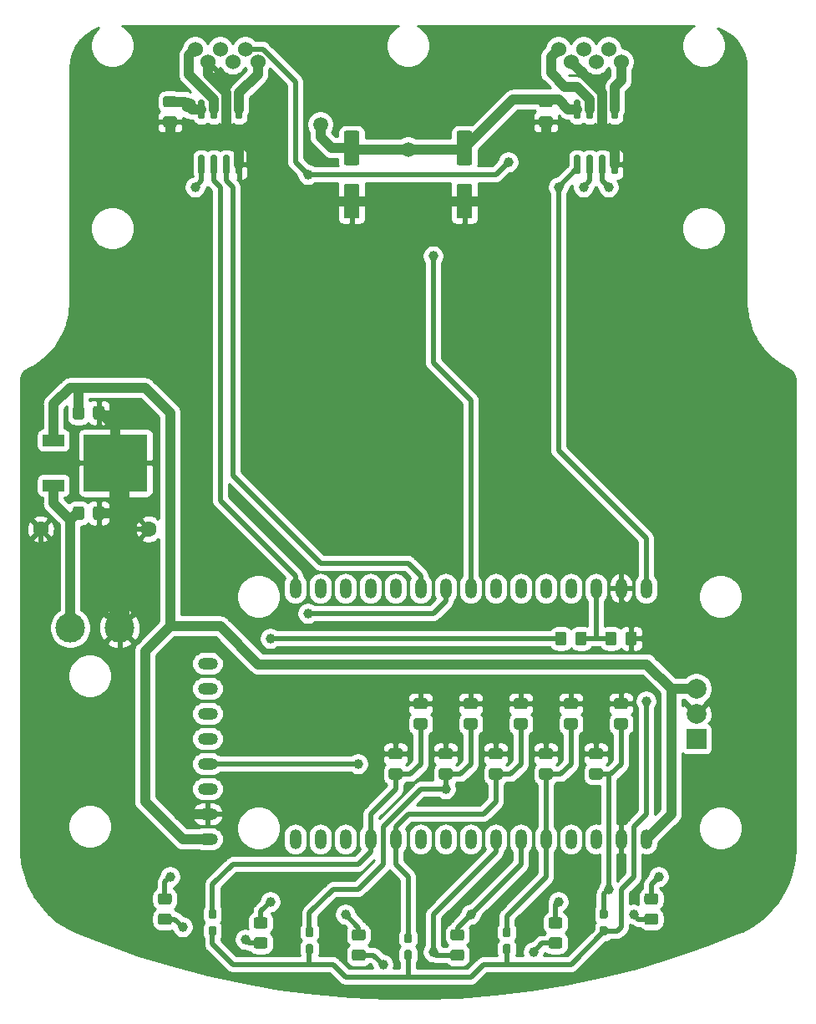
<source format=gbr>
G04 #@! TF.GenerationSoftware,KiCad,Pcbnew,5.1.6*
G04 #@! TF.CreationDate,2020-08-26T23:46:25+02:00*
G04 #@! TF.ProjectId,line_follower,6c696e65-5f66-46f6-9c6c-6f7765722e6b,rev?*
G04 #@! TF.SameCoordinates,Original*
G04 #@! TF.FileFunction,Copper,L2,Bot*
G04 #@! TF.FilePolarity,Positive*
%FSLAX46Y46*%
G04 Gerber Fmt 4.6, Leading zero omitted, Abs format (unit mm)*
G04 Created by KiCad (PCBNEW 5.1.6) date 2020-08-26 23:46:25*
%MOMM*%
%LPD*%
G01*
G04 APERTURE LIST*
G04 #@! TA.AperFunction,ComponentPad*
%ADD10C,1.524000*%
G04 #@! TD*
G04 #@! TA.AperFunction,ViaPad*
%ADD11C,1.000000*%
G04 #@! TD*
G04 #@! TA.AperFunction,ComponentPad*
%ADD12C,0.800000*%
G04 #@! TD*
G04 #@! TA.AperFunction,ComponentPad*
%ADD13R,2.000000X2.000000*%
G04 #@! TD*
G04 #@! TA.AperFunction,ComponentPad*
%ADD14C,2.000000*%
G04 #@! TD*
G04 #@! TA.AperFunction,ComponentPad*
%ADD15O,2.000000X1.200000*%
G04 #@! TD*
G04 #@! TA.AperFunction,ComponentPad*
%ADD16O,1.200000X2.000000*%
G04 #@! TD*
G04 #@! TA.AperFunction,SMDPad,CuDef*
%ADD17R,6.400000X5.800000*%
G04 #@! TD*
G04 #@! TA.AperFunction,SMDPad,CuDef*
%ADD18R,2.200000X1.200000*%
G04 #@! TD*
G04 #@! TA.AperFunction,ComponentPad*
%ADD19C,1.600000*%
G04 #@! TD*
G04 #@! TA.AperFunction,ComponentPad*
%ADD20C,3.000000*%
G04 #@! TD*
G04 #@! TA.AperFunction,ViaPad*
%ADD21C,1.500000*%
G04 #@! TD*
G04 #@! TA.AperFunction,Conductor*
%ADD22C,1.000000*%
G04 #@! TD*
G04 #@! TA.AperFunction,Conductor*
%ADD23C,0.500000*%
G04 #@! TD*
G04 #@! TA.AperFunction,Conductor*
%ADD24C,2.000000*%
G04 #@! TD*
G04 #@! TA.AperFunction,Conductor*
%ADD25C,0.254000*%
G04 #@! TD*
G04 APERTURE END LIST*
D10*
X-15240000Y7620000D03*
X-16510000Y8890000D03*
X-17780000Y7620000D03*
X-19050000Y8890000D03*
X-20320000Y7620000D03*
X-21590000Y8890000D03*
X21590000Y7620000D03*
X20320000Y8890000D03*
X19050000Y7620000D03*
X17780000Y8890000D03*
X16510000Y7620000D03*
X15240000Y8890000D03*
G04 #@! TA.AperFunction,SMDPad,CuDef*
G36*
G01*
X5165000Y-4760000D02*
X6265000Y-4760000D01*
G75*
G02*
X6515000Y-5010000I0J-250000D01*
G01*
X6515000Y-8010000D01*
G75*
G02*
X6265000Y-8260000I-250000J0D01*
G01*
X5165000Y-8260000D01*
G75*
G02*
X4915000Y-8010000I0J250000D01*
G01*
X4915000Y-5010000D01*
G75*
G02*
X5165000Y-4760000I250000J0D01*
G01*
G37*
G04 #@! TD.AperFunction*
G04 #@! TA.AperFunction,SMDPad,CuDef*
G36*
G01*
X5165000Y640000D02*
X6265000Y640000D01*
G75*
G02*
X6515000Y390000I0J-250000D01*
G01*
X6515000Y-2610000D01*
G75*
G02*
X6265000Y-2860000I-250000J0D01*
G01*
X5165000Y-2860000D01*
G75*
G02*
X4915000Y-2610000I0J250000D01*
G01*
X4915000Y390000D01*
G75*
G02*
X5165000Y640000I250000J0D01*
G01*
G37*
G04 #@! TD.AperFunction*
G04 #@! TA.AperFunction,Conductor*
G36*
G01*
X11565000Y-2540861D02*
X11565000Y861D01*
G75*
G02*
X12064139Y500000I499139J0D01*
G01*
X14605861Y500000D01*
G75*
G02*
X15105000Y861I0J-499139D01*
G01*
X15105000Y-2540861D01*
G75*
G02*
X14605861Y-3040000I-499139J0D01*
G01*
X12064139Y-3040000D01*
G75*
G02*
X11565000Y-2540861I0J499139D01*
G01*
G37*
G04 #@! TD.AperFunction*
D11*
X14605000Y-2540000D03*
X13335000Y-2540000D03*
X12065000Y-2540000D03*
X14605000Y-1270000D03*
X12065000Y-1270000D03*
X14605000Y0D03*
X13335000Y0D03*
X12065000Y0D03*
X13335000Y-1270000D03*
G04 #@! TA.AperFunction,Conductor*
G36*
G01*
X-25900000Y-2540861D02*
X-25900000Y861D01*
G75*
G02*
X-25400861Y500000I499139J0D01*
G01*
X-22859139Y500000D01*
G75*
G02*
X-22360000Y861I0J-499139D01*
G01*
X-22360000Y-2540861D01*
G75*
G02*
X-22859139Y-3040000I-499139J0D01*
G01*
X-25400861Y-3040000D01*
G75*
G02*
X-25900000Y-2540861I0J499139D01*
G01*
G37*
G04 #@! TD.AperFunction*
X-22860000Y-2540000D03*
X-24130000Y-2540000D03*
X-25400000Y-2540000D03*
X-22860000Y-1270000D03*
X-25400000Y-1270000D03*
X-22860000Y0D03*
X-24130000Y0D03*
X-25400000Y0D03*
X-24130000Y-1270000D03*
G04 #@! TA.AperFunction,Conductor*
G36*
G01*
X-16375000Y-2540861D02*
X-16375000Y861D01*
G75*
G02*
X-15875861Y500000I499139J0D01*
G01*
X-13334139Y500000D01*
G75*
G02*
X-12835000Y861I0J-499139D01*
G01*
X-12835000Y-2540861D01*
G75*
G02*
X-13334139Y-3040000I-499139J0D01*
G01*
X-15875861Y-3040000D01*
G75*
G02*
X-16375000Y-2540861I0J499139D01*
G01*
G37*
G04 #@! TD.AperFunction*
X-13335000Y-2540000D03*
X-14605000Y-2540000D03*
X-15875000Y-2540000D03*
X-13335000Y-1270000D03*
X-15875000Y-1270000D03*
X-13335000Y0D03*
X-14605000Y0D03*
X-15875000Y0D03*
X-14605000Y-1270000D03*
G04 #@! TA.AperFunction,Conductor*
G36*
G01*
X22360000Y-2540861D02*
X22360000Y861D01*
G75*
G02*
X22859139Y500000I499139J0D01*
G01*
X25400861Y500000D01*
G75*
G02*
X25900000Y861I0J-499139D01*
G01*
X25900000Y-2540861D01*
G75*
G02*
X25400861Y-3040000I-499139J0D01*
G01*
X22859139Y-3040000D01*
G75*
G02*
X22360000Y-2540861I0J499139D01*
G01*
G37*
G04 #@! TD.AperFunction*
X25400000Y-2540000D03*
X24130000Y-2540000D03*
X22860000Y-2540000D03*
X25400000Y-1270000D03*
X22860000Y-1270000D03*
X25400000Y0D03*
X24130000Y0D03*
X22860000Y0D03*
X24130000Y-1270000D03*
G04 #@! TA.AperFunction,SMDPad,CuDef*
G36*
G01*
X-6265000Y-4760000D02*
X-5165000Y-4760000D01*
G75*
G02*
X-4915000Y-5010000I0J-250000D01*
G01*
X-4915000Y-8010000D01*
G75*
G02*
X-5165000Y-8260000I-250000J0D01*
G01*
X-6265000Y-8260000D01*
G75*
G02*
X-6515000Y-8010000I0J250000D01*
G01*
X-6515000Y-5010000D01*
G75*
G02*
X-6265000Y-4760000I250000J0D01*
G01*
G37*
G04 #@! TD.AperFunction*
G04 #@! TA.AperFunction,SMDPad,CuDef*
G36*
G01*
X-6265000Y640000D02*
X-5165000Y640000D01*
G75*
G02*
X-4915000Y390000I0J-250000D01*
G01*
X-4915000Y-2610000D01*
G75*
G02*
X-5165000Y-2860000I-250000J0D01*
G01*
X-6265000Y-2860000D01*
G75*
G02*
X-6515000Y-2610000I0J250000D01*
G01*
X-6515000Y390000D01*
G75*
G02*
X-6265000Y640000I250000J0D01*
G01*
G37*
G04 #@! TD.AperFunction*
G04 #@! TA.AperFunction,SMDPad,CuDef*
G36*
G01*
X-16982500Y1825000D02*
X-17307500Y1825000D01*
G75*
G02*
X-17470000Y1987500I0J162500D01*
G01*
X-17470000Y3612500D01*
G75*
G02*
X-17307500Y3775000I162500J0D01*
G01*
X-16982500Y3775000D01*
G75*
G02*
X-16820000Y3612500I0J-162500D01*
G01*
X-16820000Y1987500D01*
G75*
G02*
X-16982500Y1825000I-162500J0D01*
G01*
G37*
G04 #@! TD.AperFunction*
G04 #@! TA.AperFunction,SMDPad,CuDef*
G36*
G01*
X-18252500Y1825000D02*
X-18577500Y1825000D01*
G75*
G02*
X-18740000Y1987500I0J162500D01*
G01*
X-18740000Y3612500D01*
G75*
G02*
X-18577500Y3775000I162500J0D01*
G01*
X-18252500Y3775000D01*
G75*
G02*
X-18090000Y3612500I0J-162500D01*
G01*
X-18090000Y1987500D01*
G75*
G02*
X-18252500Y1825000I-162500J0D01*
G01*
G37*
G04 #@! TD.AperFunction*
G04 #@! TA.AperFunction,SMDPad,CuDef*
G36*
G01*
X-19522500Y1825000D02*
X-19847500Y1825000D01*
G75*
G02*
X-20010000Y1987500I0J162500D01*
G01*
X-20010000Y3612500D01*
G75*
G02*
X-19847500Y3775000I162500J0D01*
G01*
X-19522500Y3775000D01*
G75*
G02*
X-19360000Y3612500I0J-162500D01*
G01*
X-19360000Y1987500D01*
G75*
G02*
X-19522500Y1825000I-162500J0D01*
G01*
G37*
G04 #@! TD.AperFunction*
G04 #@! TA.AperFunction,SMDPad,CuDef*
G36*
G01*
X-20792500Y1825000D02*
X-21117500Y1825000D01*
G75*
G02*
X-21280000Y1987500I0J162500D01*
G01*
X-21280000Y3612500D01*
G75*
G02*
X-21117500Y3775000I162500J0D01*
G01*
X-20792500Y3775000D01*
G75*
G02*
X-20630000Y3612500I0J-162500D01*
G01*
X-20630000Y1987500D01*
G75*
G02*
X-20792500Y1825000I-162500J0D01*
G01*
G37*
G04 #@! TD.AperFunction*
G04 #@! TA.AperFunction,SMDPad,CuDef*
G36*
G01*
X-20792500Y-3775000D02*
X-21117500Y-3775000D01*
G75*
G02*
X-21280000Y-3612500I0J162500D01*
G01*
X-21280000Y-1987500D01*
G75*
G02*
X-21117500Y-1825000I162500J0D01*
G01*
X-20792500Y-1825000D01*
G75*
G02*
X-20630000Y-1987500I0J-162500D01*
G01*
X-20630000Y-3612500D01*
G75*
G02*
X-20792500Y-3775000I-162500J0D01*
G01*
G37*
G04 #@! TD.AperFunction*
G04 #@! TA.AperFunction,SMDPad,CuDef*
G36*
G01*
X-19522500Y-3775000D02*
X-19847500Y-3775000D01*
G75*
G02*
X-20010000Y-3612500I0J162500D01*
G01*
X-20010000Y-1987500D01*
G75*
G02*
X-19847500Y-1825000I162500J0D01*
G01*
X-19522500Y-1825000D01*
G75*
G02*
X-19360000Y-1987500I0J-162500D01*
G01*
X-19360000Y-3612500D01*
G75*
G02*
X-19522500Y-3775000I-162500J0D01*
G01*
G37*
G04 #@! TD.AperFunction*
G04 #@! TA.AperFunction,SMDPad,CuDef*
G36*
G01*
X-18252500Y-3775000D02*
X-18577500Y-3775000D01*
G75*
G02*
X-18740000Y-3612500I0J162500D01*
G01*
X-18740000Y-1987500D01*
G75*
G02*
X-18577500Y-1825000I162500J0D01*
G01*
X-18252500Y-1825000D01*
G75*
G02*
X-18090000Y-1987500I0J-162500D01*
G01*
X-18090000Y-3612500D01*
G75*
G02*
X-18252500Y-3775000I-162500J0D01*
G01*
G37*
G04 #@! TD.AperFunction*
G04 #@! TA.AperFunction,SMDPad,CuDef*
G36*
G01*
X-16982500Y-3775000D02*
X-17307500Y-3775000D01*
G75*
G02*
X-17470000Y-3612500I0J162500D01*
G01*
X-17470000Y-1987500D01*
G75*
G02*
X-17307500Y-1825000I162500J0D01*
G01*
X-16982500Y-1825000D01*
G75*
G02*
X-16820000Y-1987500I0J-162500D01*
G01*
X-16820000Y-3612500D01*
G75*
G02*
X-16982500Y-3775000I-162500J0D01*
G01*
G37*
G04 #@! TD.AperFunction*
D12*
X-20250000Y700000D03*
X-20250000Y-700000D03*
X-19050000Y700000D03*
X-19050000Y-700000D03*
X-17850000Y700000D03*
X-17850000Y-700000D03*
G04 #@! TA.AperFunction,SMDPad,CuDef*
G36*
G01*
X-17689200Y-1205000D02*
X-20410800Y-1205000D01*
G75*
G02*
X-20700000Y-915800I0J289200D01*
G01*
X-20700000Y915800D01*
G75*
G02*
X-20410800Y1205000I289200J0D01*
G01*
X-17689200Y1205000D01*
G75*
G02*
X-17400000Y915800I0J-289200D01*
G01*
X-17400000Y-915800D01*
G75*
G02*
X-17689200Y-1205000I-289200J0D01*
G01*
G37*
G04 #@! TD.AperFunction*
G04 #@! TA.AperFunction,SMDPad,CuDef*
G36*
G01*
X-24580001Y2090000D02*
X-23679999Y2090000D01*
G75*
G02*
X-23430000Y1840001I0J-249999D01*
G01*
X-23430000Y1189999D01*
G75*
G02*
X-23679999Y940000I-249999J0D01*
G01*
X-24580001Y940000D01*
G75*
G02*
X-24830000Y1189999I0J249999D01*
G01*
X-24830000Y1840001D01*
G75*
G02*
X-24580001Y2090000I249999J0D01*
G01*
G37*
G04 #@! TD.AperFunction*
G04 #@! TA.AperFunction,SMDPad,CuDef*
G36*
G01*
X-24580001Y4140000D02*
X-23679999Y4140000D01*
G75*
G02*
X-23430000Y3890001I0J-249999D01*
G01*
X-23430000Y3239999D01*
G75*
G02*
X-23679999Y2990000I-249999J0D01*
G01*
X-24580001Y2990000D01*
G75*
G02*
X-24830000Y3239999I0J249999D01*
G01*
X-24830000Y3890001D01*
G75*
G02*
X-24580001Y4140000I249999J0D01*
G01*
G37*
G04 #@! TD.AperFunction*
G04 #@! TA.AperFunction,SMDPad,CuDef*
G36*
G01*
X21117500Y1825000D02*
X20792500Y1825000D01*
G75*
G02*
X20630000Y1987500I0J162500D01*
G01*
X20630000Y3612500D01*
G75*
G02*
X20792500Y3775000I162500J0D01*
G01*
X21117500Y3775000D01*
G75*
G02*
X21280000Y3612500I0J-162500D01*
G01*
X21280000Y1987500D01*
G75*
G02*
X21117500Y1825000I-162500J0D01*
G01*
G37*
G04 #@! TD.AperFunction*
G04 #@! TA.AperFunction,SMDPad,CuDef*
G36*
G01*
X19847500Y1825000D02*
X19522500Y1825000D01*
G75*
G02*
X19360000Y1987500I0J162500D01*
G01*
X19360000Y3612500D01*
G75*
G02*
X19522500Y3775000I162500J0D01*
G01*
X19847500Y3775000D01*
G75*
G02*
X20010000Y3612500I0J-162500D01*
G01*
X20010000Y1987500D01*
G75*
G02*
X19847500Y1825000I-162500J0D01*
G01*
G37*
G04 #@! TD.AperFunction*
G04 #@! TA.AperFunction,SMDPad,CuDef*
G36*
G01*
X18577500Y1825000D02*
X18252500Y1825000D01*
G75*
G02*
X18090000Y1987500I0J162500D01*
G01*
X18090000Y3612500D01*
G75*
G02*
X18252500Y3775000I162500J0D01*
G01*
X18577500Y3775000D01*
G75*
G02*
X18740000Y3612500I0J-162500D01*
G01*
X18740000Y1987500D01*
G75*
G02*
X18577500Y1825000I-162500J0D01*
G01*
G37*
G04 #@! TD.AperFunction*
G04 #@! TA.AperFunction,SMDPad,CuDef*
G36*
G01*
X17307500Y1825000D02*
X16982500Y1825000D01*
G75*
G02*
X16820000Y1987500I0J162500D01*
G01*
X16820000Y3612500D01*
G75*
G02*
X16982500Y3775000I162500J0D01*
G01*
X17307500Y3775000D01*
G75*
G02*
X17470000Y3612500I0J-162500D01*
G01*
X17470000Y1987500D01*
G75*
G02*
X17307500Y1825000I-162500J0D01*
G01*
G37*
G04 #@! TD.AperFunction*
G04 #@! TA.AperFunction,SMDPad,CuDef*
G36*
G01*
X17307500Y-3775000D02*
X16982500Y-3775000D01*
G75*
G02*
X16820000Y-3612500I0J162500D01*
G01*
X16820000Y-1987500D01*
G75*
G02*
X16982500Y-1825000I162500J0D01*
G01*
X17307500Y-1825000D01*
G75*
G02*
X17470000Y-1987500I0J-162500D01*
G01*
X17470000Y-3612500D01*
G75*
G02*
X17307500Y-3775000I-162500J0D01*
G01*
G37*
G04 #@! TD.AperFunction*
G04 #@! TA.AperFunction,SMDPad,CuDef*
G36*
G01*
X18577500Y-3775000D02*
X18252500Y-3775000D01*
G75*
G02*
X18090000Y-3612500I0J162500D01*
G01*
X18090000Y-1987500D01*
G75*
G02*
X18252500Y-1825000I162500J0D01*
G01*
X18577500Y-1825000D01*
G75*
G02*
X18740000Y-1987500I0J-162500D01*
G01*
X18740000Y-3612500D01*
G75*
G02*
X18577500Y-3775000I-162500J0D01*
G01*
G37*
G04 #@! TD.AperFunction*
G04 #@! TA.AperFunction,SMDPad,CuDef*
G36*
G01*
X19847500Y-3775000D02*
X19522500Y-3775000D01*
G75*
G02*
X19360000Y-3612500I0J162500D01*
G01*
X19360000Y-1987500D01*
G75*
G02*
X19522500Y-1825000I162500J0D01*
G01*
X19847500Y-1825000D01*
G75*
G02*
X20010000Y-1987500I0J-162500D01*
G01*
X20010000Y-3612500D01*
G75*
G02*
X19847500Y-3775000I-162500J0D01*
G01*
G37*
G04 #@! TD.AperFunction*
G04 #@! TA.AperFunction,SMDPad,CuDef*
G36*
G01*
X21117500Y-3775000D02*
X20792500Y-3775000D01*
G75*
G02*
X20630000Y-3612500I0J162500D01*
G01*
X20630000Y-1987500D01*
G75*
G02*
X20792500Y-1825000I162500J0D01*
G01*
X21117500Y-1825000D01*
G75*
G02*
X21280000Y-1987500I0J-162500D01*
G01*
X21280000Y-3612500D01*
G75*
G02*
X21117500Y-3775000I-162500J0D01*
G01*
G37*
G04 #@! TD.AperFunction*
X17850000Y700000D03*
X17850000Y-700000D03*
X19050000Y700000D03*
X19050000Y-700000D03*
X20250000Y700000D03*
X20250000Y-700000D03*
G04 #@! TA.AperFunction,SMDPad,CuDef*
G36*
G01*
X20410800Y-1205000D02*
X17689200Y-1205000D01*
G75*
G02*
X17400000Y-915800I0J289200D01*
G01*
X17400000Y915800D01*
G75*
G02*
X17689200Y1205000I289200J0D01*
G01*
X20410800Y1205000D01*
G75*
G02*
X20700000Y915800I0J-289200D01*
G01*
X20700000Y-915800D01*
G75*
G02*
X20410800Y-1205000I-289200J0D01*
G01*
G37*
G04 #@! TD.AperFunction*
G04 #@! TA.AperFunction,SMDPad,CuDef*
G36*
G01*
X13519999Y2090000D02*
X14420001Y2090000D01*
G75*
G02*
X14670000Y1840001I0J-249999D01*
G01*
X14670000Y1189999D01*
G75*
G02*
X14420001Y940000I-249999J0D01*
G01*
X13519999Y940000D01*
G75*
G02*
X13270000Y1189999I0J249999D01*
G01*
X13270000Y1840001D01*
G75*
G02*
X13519999Y2090000I249999J0D01*
G01*
G37*
G04 #@! TD.AperFunction*
G04 #@! TA.AperFunction,SMDPad,CuDef*
G36*
G01*
X13519999Y4140000D02*
X14420001Y4140000D01*
G75*
G02*
X14670000Y3890001I0J-249999D01*
G01*
X14670000Y3239999D01*
G75*
G02*
X14420001Y2990000I-249999J0D01*
G01*
X13519999Y2990000D01*
G75*
G02*
X13270000Y3239999I0J249999D01*
G01*
X13270000Y3890001D01*
G75*
G02*
X13519999Y4140000I249999J0D01*
G01*
G37*
G04 #@! TD.AperFunction*
D13*
X29210000Y-60960000D03*
D14*
X29210000Y-58420000D03*
X29210000Y-55880000D03*
D15*
X-20320000Y-53340000D03*
X-20320000Y-55880000D03*
X-20320000Y-58420000D03*
X-20320000Y-60960000D03*
X-20320000Y-63500000D03*
X-20320000Y-66040000D03*
X-20320000Y-68580000D03*
X-20320000Y-71120000D03*
D16*
X-11430000Y-45720000D03*
X-11430000Y-71120000D03*
X-8890000Y-45720000D03*
X-8890000Y-71120000D03*
X-6350000Y-45720000D03*
X-6350000Y-71120000D03*
X-3810000Y-45720000D03*
X-3810000Y-71120000D03*
X-1270000Y-45720000D03*
X-1270000Y-71120000D03*
X1270000Y-45720000D03*
X1270000Y-71120000D03*
X3810000Y-45720000D03*
X3810000Y-71120000D03*
X6350000Y-45720000D03*
X6350000Y-71120000D03*
X8890000Y-45720000D03*
X8890000Y-71120000D03*
X11430000Y-45720000D03*
X11430000Y-71120000D03*
X13970000Y-45720000D03*
X13970000Y-71120000D03*
X16510000Y-45720000D03*
X16510000Y-71120000D03*
X19050000Y-45720000D03*
X19050000Y-71120000D03*
X21590000Y-45720000D03*
X21590000Y-71120000D03*
X24130000Y-45720000D03*
X24130000Y-71120000D03*
D17*
X-29650000Y-33020000D03*
D18*
X-35950000Y-30740000D03*
X-35950000Y-35300000D03*
G04 #@! TA.AperFunction,SMDPad,CuDef*
G36*
G01*
X22040000Y-51250001D02*
X22040000Y-50349999D01*
G75*
G02*
X22289999Y-50100000I249999J0D01*
G01*
X22940001Y-50100000D01*
G75*
G02*
X23190000Y-50349999I0J-249999D01*
G01*
X23190000Y-51250001D01*
G75*
G02*
X22940001Y-51500000I-249999J0D01*
G01*
X22289999Y-51500000D01*
G75*
G02*
X22040000Y-51250001I0J249999D01*
G01*
G37*
G04 #@! TD.AperFunction*
G04 #@! TA.AperFunction,SMDPad,CuDef*
G36*
G01*
X19990000Y-51250001D02*
X19990000Y-50349999D01*
G75*
G02*
X20239999Y-50100000I249999J0D01*
G01*
X20890001Y-50100000D01*
G75*
G02*
X21140000Y-50349999I0J-249999D01*
G01*
X21140000Y-51250001D01*
G75*
G02*
X20890001Y-51500000I-249999J0D01*
G01*
X20239999Y-51500000D01*
G75*
G02*
X19990000Y-51250001I0J249999D01*
G01*
G37*
G04 #@! TD.AperFunction*
G04 #@! TA.AperFunction,SMDPad,CuDef*
G36*
G01*
X16960000Y-51250001D02*
X16960000Y-50349999D01*
G75*
G02*
X17209999Y-50100000I249999J0D01*
G01*
X17860001Y-50100000D01*
G75*
G02*
X18110000Y-50349999I0J-249999D01*
G01*
X18110000Y-51250001D01*
G75*
G02*
X17860001Y-51500000I-249999J0D01*
G01*
X17209999Y-51500000D01*
G75*
G02*
X16960000Y-51250001I0J249999D01*
G01*
G37*
G04 #@! TD.AperFunction*
G04 #@! TA.AperFunction,SMDPad,CuDef*
G36*
G01*
X14910000Y-51250001D02*
X14910000Y-50349999D01*
G75*
G02*
X15159999Y-50100000I249999J0D01*
G01*
X15810001Y-50100000D01*
G75*
G02*
X16060000Y-50349999I0J-249999D01*
G01*
X16060000Y-51250001D01*
G75*
G02*
X15810001Y-51500000I-249999J0D01*
G01*
X15159999Y-51500000D01*
G75*
G02*
X14910000Y-51250001I0J249999D01*
G01*
G37*
G04 #@! TD.AperFunction*
G04 #@! TA.AperFunction,SMDPad,CuDef*
G36*
G01*
X819999Y-58870000D02*
X1720001Y-58870000D01*
G75*
G02*
X1970000Y-59119999I0J-249999D01*
G01*
X1970000Y-59770001D01*
G75*
G02*
X1720001Y-60020000I-249999J0D01*
G01*
X819999Y-60020000D01*
G75*
G02*
X570000Y-59770001I0J249999D01*
G01*
X570000Y-59119999D01*
G75*
G02*
X819999Y-58870000I249999J0D01*
G01*
G37*
G04 #@! TD.AperFunction*
G04 #@! TA.AperFunction,SMDPad,CuDef*
G36*
G01*
X819999Y-56820000D02*
X1720001Y-56820000D01*
G75*
G02*
X1970000Y-57069999I0J-249999D01*
G01*
X1970000Y-57720001D01*
G75*
G02*
X1720001Y-57970000I-249999J0D01*
G01*
X819999Y-57970000D01*
G75*
G02*
X570000Y-57720001I0J249999D01*
G01*
X570000Y-57069999D01*
G75*
G02*
X819999Y-56820000I249999J0D01*
G01*
G37*
G04 #@! TD.AperFunction*
G04 #@! TA.AperFunction,SMDPad,CuDef*
G36*
G01*
X5899999Y-58870000D02*
X6800001Y-58870000D01*
G75*
G02*
X7050000Y-59119999I0J-249999D01*
G01*
X7050000Y-59770001D01*
G75*
G02*
X6800001Y-60020000I-249999J0D01*
G01*
X5899999Y-60020000D01*
G75*
G02*
X5650000Y-59770001I0J249999D01*
G01*
X5650000Y-59119999D01*
G75*
G02*
X5899999Y-58870000I249999J0D01*
G01*
G37*
G04 #@! TD.AperFunction*
G04 #@! TA.AperFunction,SMDPad,CuDef*
G36*
G01*
X5899999Y-56820000D02*
X6800001Y-56820000D01*
G75*
G02*
X7050000Y-57069999I0J-249999D01*
G01*
X7050000Y-57720001D01*
G75*
G02*
X6800001Y-57970000I-249999J0D01*
G01*
X5899999Y-57970000D01*
G75*
G02*
X5650000Y-57720001I0J249999D01*
G01*
X5650000Y-57069999D01*
G75*
G02*
X5899999Y-56820000I249999J0D01*
G01*
G37*
G04 #@! TD.AperFunction*
G04 #@! TA.AperFunction,SMDPad,CuDef*
G36*
G01*
X10979999Y-58870000D02*
X11880001Y-58870000D01*
G75*
G02*
X12130000Y-59119999I0J-249999D01*
G01*
X12130000Y-59770001D01*
G75*
G02*
X11880001Y-60020000I-249999J0D01*
G01*
X10979999Y-60020000D01*
G75*
G02*
X10730000Y-59770001I0J249999D01*
G01*
X10730000Y-59119999D01*
G75*
G02*
X10979999Y-58870000I249999J0D01*
G01*
G37*
G04 #@! TD.AperFunction*
G04 #@! TA.AperFunction,SMDPad,CuDef*
G36*
G01*
X10979999Y-56820000D02*
X11880001Y-56820000D01*
G75*
G02*
X12130000Y-57069999I0J-249999D01*
G01*
X12130000Y-57720001D01*
G75*
G02*
X11880001Y-57970000I-249999J0D01*
G01*
X10979999Y-57970000D01*
G75*
G02*
X10730000Y-57720001I0J249999D01*
G01*
X10730000Y-57069999D01*
G75*
G02*
X10979999Y-56820000I249999J0D01*
G01*
G37*
G04 #@! TD.AperFunction*
G04 #@! TA.AperFunction,SMDPad,CuDef*
G36*
G01*
X16059999Y-58870000D02*
X16960001Y-58870000D01*
G75*
G02*
X17210000Y-59119999I0J-249999D01*
G01*
X17210000Y-59770001D01*
G75*
G02*
X16960001Y-60020000I-249999J0D01*
G01*
X16059999Y-60020000D01*
G75*
G02*
X15810000Y-59770001I0J249999D01*
G01*
X15810000Y-59119999D01*
G75*
G02*
X16059999Y-58870000I249999J0D01*
G01*
G37*
G04 #@! TD.AperFunction*
G04 #@! TA.AperFunction,SMDPad,CuDef*
G36*
G01*
X16059999Y-56820000D02*
X16960001Y-56820000D01*
G75*
G02*
X17210000Y-57069999I0J-249999D01*
G01*
X17210000Y-57720001D01*
G75*
G02*
X16960001Y-57970000I-249999J0D01*
G01*
X16059999Y-57970000D01*
G75*
G02*
X15810000Y-57720001I0J249999D01*
G01*
X15810000Y-57069999D01*
G75*
G02*
X16059999Y-56820000I249999J0D01*
G01*
G37*
G04 #@! TD.AperFunction*
G04 #@! TA.AperFunction,SMDPad,CuDef*
G36*
G01*
X21139999Y-58870000D02*
X22040001Y-58870000D01*
G75*
G02*
X22290000Y-59119999I0J-249999D01*
G01*
X22290000Y-59770001D01*
G75*
G02*
X22040001Y-60020000I-249999J0D01*
G01*
X21139999Y-60020000D01*
G75*
G02*
X20890000Y-59770001I0J249999D01*
G01*
X20890000Y-59119999D01*
G75*
G02*
X21139999Y-58870000I249999J0D01*
G01*
G37*
G04 #@! TD.AperFunction*
G04 #@! TA.AperFunction,SMDPad,CuDef*
G36*
G01*
X21139999Y-56820000D02*
X22040001Y-56820000D01*
G75*
G02*
X22290000Y-57069999I0J-249999D01*
G01*
X22290000Y-57720001D01*
G75*
G02*
X22040001Y-57970000I-249999J0D01*
G01*
X21139999Y-57970000D01*
G75*
G02*
X20890000Y-57720001I0J249999D01*
G01*
X20890000Y-57069999D01*
G75*
G02*
X21139999Y-56820000I249999J0D01*
G01*
G37*
G04 #@! TD.AperFunction*
G04 #@! TA.AperFunction,SMDPad,CuDef*
G36*
G01*
X-19611195Y-79214249D02*
X-20063995Y-79214249D01*
G75*
G02*
X-20237595Y-79040649I0J173600D01*
G01*
X-20237595Y-78387849D01*
G75*
G02*
X-20063995Y-78214249I173600J0D01*
G01*
X-19611195Y-78214249D01*
G75*
G02*
X-19437595Y-78387849I0J-173600D01*
G01*
X-19437595Y-79040649D01*
G75*
G02*
X-19611195Y-79214249I-173600J0D01*
G01*
G37*
G04 #@! TD.AperFunction*
G04 #@! TA.AperFunction,SMDPad,CuDef*
G36*
G01*
X-19611195Y-80914249D02*
X-20063995Y-80914249D01*
G75*
G02*
X-20237595Y-80740649I0J173600D01*
G01*
X-20237595Y-80087849D01*
G75*
G02*
X-20063995Y-79914249I173600J0D01*
G01*
X-19611195Y-79914249D01*
G75*
G02*
X-19437595Y-80087849I0J-173600D01*
G01*
X-19437595Y-80740649D01*
G75*
G02*
X-19611195Y-80914249I-173600J0D01*
G01*
G37*
G04 #@! TD.AperFunction*
G04 #@! TA.AperFunction,SMDPad,CuDef*
G36*
G01*
X-9766886Y-81038784D02*
X-10219686Y-81038784D01*
G75*
G02*
X-10393286Y-80865184I0J173600D01*
G01*
X-10393286Y-80212384D01*
G75*
G02*
X-10219686Y-80038784I173600J0D01*
G01*
X-9766886Y-80038784D01*
G75*
G02*
X-9593286Y-80212384I0J-173600D01*
G01*
X-9593286Y-80865184D01*
G75*
G02*
X-9766886Y-81038784I-173600J0D01*
G01*
G37*
G04 #@! TD.AperFunction*
G04 #@! TA.AperFunction,SMDPad,CuDef*
G36*
G01*
X-9766886Y-82738784D02*
X-10219686Y-82738784D01*
G75*
G02*
X-10393286Y-82565184I0J173600D01*
G01*
X-10393286Y-81912384D01*
G75*
G02*
X-10219686Y-81738784I173600J0D01*
G01*
X-9766886Y-81738784D01*
G75*
G02*
X-9593286Y-81912384I0J-173600D01*
G01*
X-9593286Y-82565184D01*
G75*
G02*
X-9766886Y-82738784I-173600J0D01*
G01*
G37*
G04 #@! TD.AperFunction*
G04 #@! TA.AperFunction,SMDPad,CuDef*
G36*
G01*
X226400Y-81650000D02*
X-226400Y-81650000D01*
G75*
G02*
X-400000Y-81476400I0J173600D01*
G01*
X-400000Y-80823600D01*
G75*
G02*
X-226400Y-80650000I173600J0D01*
G01*
X226400Y-80650000D01*
G75*
G02*
X400000Y-80823600I0J-173600D01*
G01*
X400000Y-81476400D01*
G75*
G02*
X226400Y-81650000I-173600J0D01*
G01*
G37*
G04 #@! TD.AperFunction*
G04 #@! TA.AperFunction,SMDPad,CuDef*
G36*
G01*
X226400Y-83350000D02*
X-226400Y-83350000D01*
G75*
G02*
X-400000Y-83176400I0J173600D01*
G01*
X-400000Y-82523600D01*
G75*
G02*
X-226400Y-82350000I173600J0D01*
G01*
X226400Y-82350000D01*
G75*
G02*
X400000Y-82523600I0J-173600D01*
G01*
X400000Y-83176400D01*
G75*
G02*
X226400Y-83350000I-173600J0D01*
G01*
G37*
G04 #@! TD.AperFunction*
G04 #@! TA.AperFunction,SMDPad,CuDef*
G36*
G01*
X10219686Y-81038784D02*
X9766886Y-81038784D01*
G75*
G02*
X9593286Y-80865184I0J173600D01*
G01*
X9593286Y-80212384D01*
G75*
G02*
X9766886Y-80038784I173600J0D01*
G01*
X10219686Y-80038784D01*
G75*
G02*
X10393286Y-80212384I0J-173600D01*
G01*
X10393286Y-80865184D01*
G75*
G02*
X10219686Y-81038784I-173600J0D01*
G01*
G37*
G04 #@! TD.AperFunction*
G04 #@! TA.AperFunction,SMDPad,CuDef*
G36*
G01*
X10219686Y-82738784D02*
X9766886Y-82738784D01*
G75*
G02*
X9593286Y-82565184I0J173600D01*
G01*
X9593286Y-81912384D01*
G75*
G02*
X9766886Y-81738784I173600J0D01*
G01*
X10219686Y-81738784D01*
G75*
G02*
X10393286Y-81912384I0J-173600D01*
G01*
X10393286Y-82565184D01*
G75*
G02*
X10219686Y-82738784I-173600J0D01*
G01*
G37*
G04 #@! TD.AperFunction*
G04 #@! TA.AperFunction,SMDPad,CuDef*
G36*
G01*
X20063995Y-79214249D02*
X19611195Y-79214249D01*
G75*
G02*
X19437595Y-79040649I0J173600D01*
G01*
X19437595Y-78387849D01*
G75*
G02*
X19611195Y-78214249I173600J0D01*
G01*
X20063995Y-78214249D01*
G75*
G02*
X20237595Y-78387849I0J-173600D01*
G01*
X20237595Y-79040649D01*
G75*
G02*
X20063995Y-79214249I-173600J0D01*
G01*
G37*
G04 #@! TD.AperFunction*
G04 #@! TA.AperFunction,SMDPad,CuDef*
G36*
G01*
X20063995Y-80914249D02*
X19611195Y-80914249D01*
G75*
G02*
X19437595Y-80740649I0J173600D01*
G01*
X19437595Y-80087849D01*
G75*
G02*
X19611195Y-79914249I173600J0D01*
G01*
X20063995Y-79914249D01*
G75*
G02*
X20237595Y-80087849I0J-173600D01*
G01*
X20237595Y-80740649D01*
G75*
G02*
X20063995Y-80914249I-173600J0D01*
G01*
G37*
G04 #@! TD.AperFunction*
D19*
X-37250000Y-39720000D03*
D20*
X-34250000Y-49720000D03*
D19*
X-26250000Y-39720000D03*
D20*
X-29250000Y-49720000D03*
G04 #@! TA.AperFunction,SMDPad,CuDef*
G36*
G01*
X-24207874Y-77754789D02*
X-25107876Y-77754789D01*
G75*
G02*
X-25357875Y-77504790I0J249999D01*
G01*
X-25357875Y-76854788D01*
G75*
G02*
X-25107876Y-76604789I249999J0D01*
G01*
X-24207874Y-76604789D01*
G75*
G02*
X-23957875Y-76854788I0J-249999D01*
G01*
X-23957875Y-77504790D01*
G75*
G02*
X-24207874Y-77754789I-249999J0D01*
G01*
G37*
G04 #@! TD.AperFunction*
G04 #@! TA.AperFunction,SMDPad,CuDef*
G36*
G01*
X-24207874Y-79804789D02*
X-25107876Y-79804789D01*
G75*
G02*
X-25357875Y-79554790I0J249999D01*
G01*
X-25357875Y-78904788D01*
G75*
G02*
X-25107876Y-78654789I249999J0D01*
G01*
X-24207874Y-78654789D01*
G75*
G02*
X-23957875Y-78904788I0J-249999D01*
G01*
X-23957875Y-79554790D01*
G75*
G02*
X-24207874Y-79804789I-249999J0D01*
G01*
G37*
G04 #@! TD.AperFunction*
G04 #@! TA.AperFunction,SMDPad,CuDef*
G36*
G01*
X-14493312Y-80176902D02*
X-15393314Y-80176902D01*
G75*
G02*
X-15643313Y-79926903I0J249999D01*
G01*
X-15643313Y-79276901D01*
G75*
G02*
X-15393314Y-79026902I249999J0D01*
G01*
X-14493312Y-79026902D01*
G75*
G02*
X-14243313Y-79276901I0J-249999D01*
G01*
X-14243313Y-79926903D01*
G75*
G02*
X-14493312Y-80176902I-249999J0D01*
G01*
G37*
G04 #@! TD.AperFunction*
G04 #@! TA.AperFunction,SMDPad,CuDef*
G36*
G01*
X-14493312Y-82226902D02*
X-15393314Y-82226902D01*
G75*
G02*
X-15643313Y-81976903I0J249999D01*
G01*
X-15643313Y-81326901D01*
G75*
G02*
X-15393314Y-81076902I249999J0D01*
G01*
X-14493312Y-81076902D01*
G75*
G02*
X-14243313Y-81326901I0J-249999D01*
G01*
X-14243313Y-81976903D01*
G75*
G02*
X-14493312Y-82226902I-249999J0D01*
G01*
G37*
G04 #@! TD.AperFunction*
G04 #@! TA.AperFunction,SMDPad,CuDef*
G36*
G01*
X-4555979Y-81397053D02*
X-5455981Y-81397053D01*
G75*
G02*
X-5705980Y-81147054I0J249999D01*
G01*
X-5705980Y-80497052D01*
G75*
G02*
X-5455981Y-80247053I249999J0D01*
G01*
X-4555979Y-80247053D01*
G75*
G02*
X-4305980Y-80497052I0J-249999D01*
G01*
X-4305980Y-81147054D01*
G75*
G02*
X-4555979Y-81397053I-249999J0D01*
G01*
G37*
G04 #@! TD.AperFunction*
G04 #@! TA.AperFunction,SMDPad,CuDef*
G36*
G01*
X-4555979Y-83447053D02*
X-5455981Y-83447053D01*
G75*
G02*
X-5705980Y-83197054I0J249999D01*
G01*
X-5705980Y-82547052D01*
G75*
G02*
X-5455981Y-82297053I249999J0D01*
G01*
X-4555979Y-82297053D01*
G75*
G02*
X-4305980Y-82547052I0J-249999D01*
G01*
X-4305980Y-83197054D01*
G75*
G02*
X-4555979Y-83447053I-249999J0D01*
G01*
G37*
G04 #@! TD.AperFunction*
G04 #@! TA.AperFunction,SMDPad,CuDef*
G36*
G01*
X5455981Y-81397053D02*
X4555979Y-81397053D01*
G75*
G02*
X4305980Y-81147054I0J249999D01*
G01*
X4305980Y-80497052D01*
G75*
G02*
X4555979Y-80247053I249999J0D01*
G01*
X5455981Y-80247053D01*
G75*
G02*
X5705980Y-80497052I0J-249999D01*
G01*
X5705980Y-81147054D01*
G75*
G02*
X5455981Y-81397053I-249999J0D01*
G01*
G37*
G04 #@! TD.AperFunction*
G04 #@! TA.AperFunction,SMDPad,CuDef*
G36*
G01*
X5455981Y-83447053D02*
X4555979Y-83447053D01*
G75*
G02*
X4305980Y-83197054I0J249999D01*
G01*
X4305980Y-82547052D01*
G75*
G02*
X4555979Y-82297053I249999J0D01*
G01*
X5455981Y-82297053D01*
G75*
G02*
X5705980Y-82547052I0J-249999D01*
G01*
X5705980Y-83197054D01*
G75*
G02*
X5455981Y-83447053I-249999J0D01*
G01*
G37*
G04 #@! TD.AperFunction*
G04 #@! TA.AperFunction,SMDPad,CuDef*
G36*
G01*
X15393314Y-80176902D02*
X14493312Y-80176902D01*
G75*
G02*
X14243313Y-79926903I0J249999D01*
G01*
X14243313Y-79276901D01*
G75*
G02*
X14493312Y-79026902I249999J0D01*
G01*
X15393314Y-79026902D01*
G75*
G02*
X15643313Y-79276901I0J-249999D01*
G01*
X15643313Y-79926903D01*
G75*
G02*
X15393314Y-80176902I-249999J0D01*
G01*
G37*
G04 #@! TD.AperFunction*
G04 #@! TA.AperFunction,SMDPad,CuDef*
G36*
G01*
X15393314Y-82226902D02*
X14493312Y-82226902D01*
G75*
G02*
X14243313Y-81976903I0J249999D01*
G01*
X14243313Y-81326901D01*
G75*
G02*
X14493312Y-81076902I249999J0D01*
G01*
X15393314Y-81076902D01*
G75*
G02*
X15643313Y-81326901I0J-249999D01*
G01*
X15643313Y-81976903D01*
G75*
G02*
X15393314Y-82226902I-249999J0D01*
G01*
G37*
G04 #@! TD.AperFunction*
G04 #@! TA.AperFunction,SMDPad,CuDef*
G36*
G01*
X25107876Y-77754789D02*
X24207874Y-77754789D01*
G75*
G02*
X23957875Y-77504790I0J249999D01*
G01*
X23957875Y-76854788D01*
G75*
G02*
X24207874Y-76604789I249999J0D01*
G01*
X25107876Y-76604789D01*
G75*
G02*
X25357875Y-76854788I0J-249999D01*
G01*
X25357875Y-77504790D01*
G75*
G02*
X25107876Y-77754789I-249999J0D01*
G01*
G37*
G04 #@! TD.AperFunction*
G04 #@! TA.AperFunction,SMDPad,CuDef*
G36*
G01*
X25107876Y-79804789D02*
X24207874Y-79804789D01*
G75*
G02*
X23957875Y-79554790I0J249999D01*
G01*
X23957875Y-78904788D01*
G75*
G02*
X24207874Y-78654789I249999J0D01*
G01*
X25107876Y-78654789D01*
G75*
G02*
X25357875Y-78904788I0J-249999D01*
G01*
X25357875Y-79554790D01*
G75*
G02*
X25107876Y-79804789I-249999J0D01*
G01*
G37*
G04 #@! TD.AperFunction*
G04 #@! TA.AperFunction,SMDPad,CuDef*
G36*
G01*
X-31935000Y-28390001D02*
X-31935000Y-27489999D01*
G75*
G02*
X-31685001Y-27240000I249999J0D01*
G01*
X-31034999Y-27240000D01*
G75*
G02*
X-30785000Y-27489999I0J-249999D01*
G01*
X-30785000Y-28390001D01*
G75*
G02*
X-31034999Y-28640000I-249999J0D01*
G01*
X-31685001Y-28640000D01*
G75*
G02*
X-31935000Y-28390001I0J249999D01*
G01*
G37*
G04 #@! TD.AperFunction*
G04 #@! TA.AperFunction,SMDPad,CuDef*
G36*
G01*
X-33985000Y-28390001D02*
X-33985000Y-27489999D01*
G75*
G02*
X-33735001Y-27240000I249999J0D01*
G01*
X-33084999Y-27240000D01*
G75*
G02*
X-32835000Y-27489999I0J-249999D01*
G01*
X-32835000Y-28390001D01*
G75*
G02*
X-33084999Y-28640000I-249999J0D01*
G01*
X-33735001Y-28640000D01*
G75*
G02*
X-33985000Y-28390001I0J249999D01*
G01*
G37*
G04 #@! TD.AperFunction*
G04 #@! TA.AperFunction,SMDPad,CuDef*
G36*
G01*
X-31935000Y-38550001D02*
X-31935000Y-37649999D01*
G75*
G02*
X-31685001Y-37400000I249999J0D01*
G01*
X-31034999Y-37400000D01*
G75*
G02*
X-30785000Y-37649999I0J-249999D01*
G01*
X-30785000Y-38550001D01*
G75*
G02*
X-31034999Y-38800000I-249999J0D01*
G01*
X-31685001Y-38800000D01*
G75*
G02*
X-31935000Y-38550001I0J249999D01*
G01*
G37*
G04 #@! TD.AperFunction*
G04 #@! TA.AperFunction,SMDPad,CuDef*
G36*
G01*
X-33985000Y-38550001D02*
X-33985000Y-37649999D01*
G75*
G02*
X-33735001Y-37400000I249999J0D01*
G01*
X-33084999Y-37400000D01*
G75*
G02*
X-32835000Y-37649999I0J-249999D01*
G01*
X-32835000Y-38550001D01*
G75*
G02*
X-33084999Y-38800000I-249999J0D01*
G01*
X-33735001Y-38800000D01*
G75*
G02*
X-33985000Y-38550001I0J249999D01*
G01*
G37*
G04 #@! TD.AperFunction*
G04 #@! TA.AperFunction,SMDPad,CuDef*
G36*
G01*
X-1720001Y-63950000D02*
X-819999Y-63950000D01*
G75*
G02*
X-570000Y-64199999I0J-249999D01*
G01*
X-570000Y-64850001D01*
G75*
G02*
X-819999Y-65100000I-249999J0D01*
G01*
X-1720001Y-65100000D01*
G75*
G02*
X-1970000Y-64850001I0J249999D01*
G01*
X-1970000Y-64199999D01*
G75*
G02*
X-1720001Y-63950000I249999J0D01*
G01*
G37*
G04 #@! TD.AperFunction*
G04 #@! TA.AperFunction,SMDPad,CuDef*
G36*
G01*
X-1720001Y-61900000D02*
X-819999Y-61900000D01*
G75*
G02*
X-570000Y-62149999I0J-249999D01*
G01*
X-570000Y-62800001D01*
G75*
G02*
X-819999Y-63050000I-249999J0D01*
G01*
X-1720001Y-63050000D01*
G75*
G02*
X-1970000Y-62800001I0J249999D01*
G01*
X-1970000Y-62149999D01*
G75*
G02*
X-1720001Y-61900000I249999J0D01*
G01*
G37*
G04 #@! TD.AperFunction*
G04 #@! TA.AperFunction,SMDPad,CuDef*
G36*
G01*
X3359999Y-63950000D02*
X4260001Y-63950000D01*
G75*
G02*
X4510000Y-64199999I0J-249999D01*
G01*
X4510000Y-64850001D01*
G75*
G02*
X4260001Y-65100000I-249999J0D01*
G01*
X3359999Y-65100000D01*
G75*
G02*
X3110000Y-64850001I0J249999D01*
G01*
X3110000Y-64199999D01*
G75*
G02*
X3359999Y-63950000I249999J0D01*
G01*
G37*
G04 #@! TD.AperFunction*
G04 #@! TA.AperFunction,SMDPad,CuDef*
G36*
G01*
X3359999Y-61900000D02*
X4260001Y-61900000D01*
G75*
G02*
X4510000Y-62149999I0J-249999D01*
G01*
X4510000Y-62800001D01*
G75*
G02*
X4260001Y-63050000I-249999J0D01*
G01*
X3359999Y-63050000D01*
G75*
G02*
X3110000Y-62800001I0J249999D01*
G01*
X3110000Y-62149999D01*
G75*
G02*
X3359999Y-61900000I249999J0D01*
G01*
G37*
G04 #@! TD.AperFunction*
G04 #@! TA.AperFunction,SMDPad,CuDef*
G36*
G01*
X8439999Y-63950000D02*
X9340001Y-63950000D01*
G75*
G02*
X9590000Y-64199999I0J-249999D01*
G01*
X9590000Y-64850001D01*
G75*
G02*
X9340001Y-65100000I-249999J0D01*
G01*
X8439999Y-65100000D01*
G75*
G02*
X8190000Y-64850001I0J249999D01*
G01*
X8190000Y-64199999D01*
G75*
G02*
X8439999Y-63950000I249999J0D01*
G01*
G37*
G04 #@! TD.AperFunction*
G04 #@! TA.AperFunction,SMDPad,CuDef*
G36*
G01*
X8439999Y-61900000D02*
X9340001Y-61900000D01*
G75*
G02*
X9590000Y-62149999I0J-249999D01*
G01*
X9590000Y-62800001D01*
G75*
G02*
X9340001Y-63050000I-249999J0D01*
G01*
X8439999Y-63050000D01*
G75*
G02*
X8190000Y-62800001I0J249999D01*
G01*
X8190000Y-62149999D01*
G75*
G02*
X8439999Y-61900000I249999J0D01*
G01*
G37*
G04 #@! TD.AperFunction*
G04 #@! TA.AperFunction,SMDPad,CuDef*
G36*
G01*
X13519999Y-63950000D02*
X14420001Y-63950000D01*
G75*
G02*
X14670000Y-64199999I0J-249999D01*
G01*
X14670000Y-64850001D01*
G75*
G02*
X14420001Y-65100000I-249999J0D01*
G01*
X13519999Y-65100000D01*
G75*
G02*
X13270000Y-64850001I0J249999D01*
G01*
X13270000Y-64199999D01*
G75*
G02*
X13519999Y-63950000I249999J0D01*
G01*
G37*
G04 #@! TD.AperFunction*
G04 #@! TA.AperFunction,SMDPad,CuDef*
G36*
G01*
X13519999Y-61900000D02*
X14420001Y-61900000D01*
G75*
G02*
X14670000Y-62149999I0J-249999D01*
G01*
X14670000Y-62800001D01*
G75*
G02*
X14420001Y-63050000I-249999J0D01*
G01*
X13519999Y-63050000D01*
G75*
G02*
X13270000Y-62800001I0J249999D01*
G01*
X13270000Y-62149999D01*
G75*
G02*
X13519999Y-61900000I249999J0D01*
G01*
G37*
G04 #@! TD.AperFunction*
G04 #@! TA.AperFunction,SMDPad,CuDef*
G36*
G01*
X18599999Y-63950000D02*
X19500001Y-63950000D01*
G75*
G02*
X19750000Y-64199999I0J-249999D01*
G01*
X19750000Y-64850001D01*
G75*
G02*
X19500001Y-65100000I-249999J0D01*
G01*
X18599999Y-65100000D01*
G75*
G02*
X18350000Y-64850001I0J249999D01*
G01*
X18350000Y-64199999D01*
G75*
G02*
X18599999Y-63950000I249999J0D01*
G01*
G37*
G04 #@! TD.AperFunction*
G04 #@! TA.AperFunction,SMDPad,CuDef*
G36*
G01*
X18599999Y-61900000D02*
X19500001Y-61900000D01*
G75*
G02*
X19750000Y-62149999I0J-249999D01*
G01*
X19750000Y-62800001D01*
G75*
G02*
X19500001Y-63050000I-249999J0D01*
G01*
X18599999Y-63050000D01*
G75*
G02*
X18350000Y-62800001I0J249999D01*
G01*
X18350000Y-62149999D01*
G75*
G02*
X18599999Y-61900000I249999J0D01*
G01*
G37*
G04 #@! TD.AperFunction*
D11*
X-2540000Y-76835000D03*
X-11430000Y-76200000D03*
X21590000Y-55880000D03*
D21*
X-24130000Y-52070000D03*
X-29250000Y-43220000D03*
X-10160000Y-21590000D03*
D11*
X-6350000Y-33020000D03*
X12700000Y-80010000D03*
D21*
X0Y-1270000D03*
X-22225000Y3175000D03*
D11*
X-13970000Y-50800000D03*
D21*
X-8890000Y1270000D03*
D11*
X24130000Y-57150000D03*
X-21590000Y-5080000D03*
X15240000Y-5080000D03*
X10160000Y-2540000D03*
X-10160000Y-3810000D03*
X2540000Y-12065000D03*
X17780000Y-5080000D03*
X20320000Y-5080000D03*
X-5080000Y-63500000D03*
X-10160000Y-48260000D03*
X20320000Y-76200000D03*
X3810000Y-66040000D03*
X-2540000Y-83820000D03*
X12700000Y-82550000D03*
X6350000Y-78740000D03*
X25400000Y-74930000D03*
X-16510000Y-81280000D03*
X-24130000Y-74930000D03*
X15240000Y-77470000D03*
X22860000Y-78740000D03*
X-22860000Y-80010000D03*
X-6350000Y-78740000D03*
X-13970000Y-77470000D03*
X2540000Y-82550000D03*
D22*
X-30725000Y-31945000D02*
X-29650000Y-33020000D01*
X-30725000Y-34095000D02*
X-29650000Y-33020000D01*
X-30725000Y-38100000D02*
X-29290000Y-38100000D01*
X-17145000Y-1405000D02*
X-17850000Y-700000D01*
X-17145000Y-2800000D02*
X-17145000Y-1405000D01*
X-18415000Y635000D02*
X-19050000Y0D01*
X-18415000Y2800000D02*
X-18415000Y635000D01*
X19685000Y635000D02*
X19050000Y0D01*
X19685000Y2800000D02*
X19685000Y635000D01*
X20955000Y-1405000D02*
X20250000Y-700000D01*
X20955000Y-2800000D02*
X20955000Y-1405000D01*
X-16510000Y0D02*
X-19050000Y0D01*
X-21590000Y0D02*
X-19050000Y0D01*
X-24130000Y1515000D02*
X-24130000Y0D01*
X-22860000Y0D02*
X-21590000Y0D01*
X-16510000Y0D02*
X-15240000Y0D01*
X-13970000Y0D02*
X-15240000Y0D01*
X13970000Y1515000D02*
X13970000Y0D01*
X15240000Y0D02*
X19050000Y0D01*
X19050000Y0D02*
X22860000Y0D01*
D23*
X1270000Y-57395000D02*
X1270000Y-55880000D01*
X-1270000Y-62475000D02*
X-1270000Y-55880000D01*
X3810000Y-62475000D02*
X3810000Y-55880000D01*
X6350000Y-57395000D02*
X6350000Y-55880000D01*
X8890000Y-62475000D02*
X8890000Y-55880000D01*
X11430000Y-57395000D02*
X11430000Y-55880000D01*
X13970000Y-62475000D02*
X13970000Y-55880000D01*
X16510000Y-57395000D02*
X16510000Y-55880000D01*
X19050000Y-62475000D02*
X19050000Y-55880000D01*
D22*
X-22860000Y-68580000D02*
X-20320000Y-68580000D01*
X-24130000Y-67310000D02*
X-22860000Y-68580000D01*
X13970000Y0D02*
X15240000Y0D01*
X13970000Y-2540000D02*
X15240000Y-2540000D01*
X15240000Y-2540000D02*
X15240000Y-1270000D01*
X22860000Y0D02*
X24130000Y0D01*
X25400000Y0D02*
X25400000Y-1270000D01*
X25400000Y-1270000D02*
X24130000Y-1270000D01*
X22860000Y-1270000D02*
X22860000Y-2540000D01*
X22860000Y-2540000D02*
X24130000Y-2540000D01*
X25400000Y-2540000D02*
X24130000Y-2540000D01*
X24130000Y-1270000D02*
X22860000Y-1270000D01*
X24130000Y0D02*
X25400000Y0D01*
X-13970000Y0D02*
X-13970000Y-1270000D01*
X-15240000Y-1270000D02*
X-15240000Y0D01*
X-15240000Y-2540000D02*
X-15240000Y-1270000D01*
X-15240000Y-2540000D02*
X-13970000Y-2540000D01*
X-22860000Y0D02*
X-24130000Y0D01*
X-24130000Y0D02*
X-25400000Y0D01*
X-25400000Y0D02*
X-25400000Y-1270000D01*
X-25400000Y-1270000D02*
X-24130000Y-1270000D01*
X-24130000Y-1270000D02*
X-22860000Y-1270000D01*
X-22860000Y-1270000D02*
X-22860000Y-2540000D01*
X-22860000Y-2540000D02*
X-24130000Y-2540000D01*
X-24130000Y-2540000D02*
X-25400000Y-2540000D01*
D23*
X13970000Y-1270000D02*
X15240000Y-1270000D01*
X21590000Y-57395000D02*
X21590000Y-55880000D01*
D22*
X-24130000Y-67310000D02*
X-24130000Y-52070000D01*
X-20320000Y7620000D02*
X-20320000Y6350000D01*
X-20320000Y6350000D02*
X-18415000Y4445000D01*
X-18415000Y2800000D02*
X-18415000Y4445000D01*
X16510000Y7620000D02*
X19685000Y4445000D01*
X19685000Y2800000D02*
X19685000Y4445000D01*
D23*
X22615000Y-49530000D02*
X22615000Y-48015000D01*
X21590000Y-46990000D02*
X21590000Y-45720000D01*
X22615000Y-48015000D02*
X21590000Y-46990000D01*
D24*
X-29250000Y-33420000D02*
X-29650000Y-33020000D01*
D22*
X-31360000Y-27940000D02*
X-31115000Y-27940000D01*
X-29650000Y-29405000D02*
X-29650000Y-33020000D01*
X-31115000Y-27940000D02*
X-29650000Y-29405000D01*
D23*
X22615000Y-49530000D02*
X22615000Y-50800000D01*
D22*
X21590000Y-55880000D02*
X-15240000Y-55880000D01*
D24*
X-29250000Y-49720000D02*
X-29250000Y-43220000D01*
X-10160000Y-21590000D02*
X0Y-11430000D01*
X0Y-11430000D02*
X0Y-6350000D01*
D22*
X160000Y-6510000D02*
X0Y-6350000D01*
X5715000Y-6510000D02*
X160000Y-6510000D01*
X-5715000Y-6510000D02*
X160000Y-6510000D01*
X-19799999Y-51320001D02*
X-15240000Y-55880000D01*
X-23380001Y-51320001D02*
X-19799999Y-51320001D01*
X-24130000Y-52070000D02*
X-23380001Y-51320001D01*
D23*
X-29005000Y-39720000D02*
X-29250000Y-39965000D01*
X-26250000Y-39720000D02*
X-29005000Y-39720000D01*
D24*
X-29250000Y-39965000D02*
X-29250000Y-33420000D01*
X-29250000Y-43220000D02*
X-29250000Y-39965000D01*
D23*
X-37250000Y-39720000D02*
X-37250000Y-55460000D01*
X-37250000Y-55460000D02*
X-34290000Y-58420000D01*
X-34290000Y-58420000D02*
X-30480000Y-58420000D01*
X-30480000Y-58420000D02*
X-29210000Y-57150000D01*
X-29210000Y-49760000D02*
X-29250000Y-49720000D01*
X-29210000Y-57150000D02*
X-29210000Y-49760000D01*
D22*
X-10160000Y-21590000D02*
X-10160000Y-29210000D01*
X-10160000Y-29210000D02*
X-6350000Y-33020000D01*
X12065000Y-3810000D02*
X12065000Y-2540000D01*
X9365000Y-6510000D02*
X12065000Y-3810000D01*
X5715000Y-6510000D02*
X9365000Y-6510000D01*
X-13335000Y-3810000D02*
X-13335000Y-2540000D01*
X-10635000Y-6510000D02*
X-13335000Y-3810000D01*
X-5715000Y-6510000D02*
X-10635000Y-6510000D01*
X-20955000Y2800000D02*
X-21850000Y2800000D01*
X-22615000Y3565000D02*
X-21850000Y2800000D01*
X-24130000Y3565000D02*
X-22615000Y3565000D01*
X16250000Y2800000D02*
X17145000Y2800000D01*
X15240000Y3810000D02*
X16250000Y2800000D01*
X13970000Y3565000D02*
X13970000Y3810000D01*
X12700000Y3810000D02*
X10635000Y3810000D01*
X15240000Y3810000D02*
X13970000Y3810000D01*
X5555000Y-1270000D02*
X5715000Y-1110000D01*
X0Y-1270000D02*
X5555000Y-1270000D01*
X0Y-1270000D02*
X-5555000Y-1270000D01*
X10635000Y3810000D02*
X5715000Y-1110000D01*
X-34250000Y-38775000D02*
X-34250000Y-49720000D01*
X-35950000Y-37075000D02*
X-34250000Y-38775000D01*
X-35950000Y-35300000D02*
X-35950000Y-37075000D01*
X-33575000Y-38100000D02*
X-34250000Y-38775000D01*
X-33410000Y-38100000D02*
X-33575000Y-38100000D01*
X12700000Y3810000D02*
X13970000Y3810000D01*
D23*
X15485000Y-50800000D02*
X-13970000Y-50800000D01*
D22*
X-5715000Y-1110000D02*
X-7780000Y-1110000D01*
X-8890000Y0D02*
X-8890000Y1270000D01*
X-7780000Y-1110000D02*
X-8890000Y0D01*
X-34290000Y-25400000D02*
X-35950000Y-27060000D01*
X-35950000Y-29600000D02*
X-35950000Y-30740000D01*
X-33020000Y-25400000D02*
X-34290000Y-25400000D01*
X-33020000Y-25400000D02*
X-26670000Y-25400000D01*
X24130000Y-71120000D02*
X25400000Y-69850000D01*
X-26670000Y-67310000D02*
X-22860000Y-71120000D01*
X-26670000Y-52070000D02*
X-26670000Y-67310000D01*
X-22860000Y-71120000D02*
X-20320000Y-71120000D01*
X27940000Y-55880000D02*
X29210000Y-55880000D01*
X26670000Y-55880000D02*
X27940000Y-55880000D01*
X26670000Y-68580000D02*
X25400000Y-69850000D01*
X26670000Y-55880000D02*
X26670000Y-68580000D01*
X-35950000Y-27060000D02*
X-35950000Y-29600000D01*
X-33410000Y-25790000D02*
X-33020000Y-25400000D01*
X-33410000Y-27940000D02*
X-33410000Y-25790000D01*
X-24130000Y-49530000D02*
X-26670000Y-52070000D01*
X24199990Y-53409990D02*
X-15170010Y-53409990D01*
X26670000Y-55880000D02*
X24199990Y-53409990D01*
X-26670000Y-25400000D02*
X-24130000Y-27940000D01*
X-24130000Y-27940000D02*
X-24130000Y-49530000D01*
X-19050000Y-49530000D02*
X-15170010Y-53409990D01*
X-24130000Y-49530000D02*
X-19050000Y-49530000D01*
X20955000Y2800000D02*
X20955000Y5080000D01*
X21590000Y5715000D02*
X21590000Y7620000D01*
X20955000Y5080000D02*
X21590000Y5715000D01*
D23*
X-19837595Y-80414249D02*
X-19837595Y-81762405D01*
X0Y-82850000D02*
X0Y-85090000D01*
X-17780000Y-83820000D02*
X-19837595Y-81762405D01*
X-9993286Y-83653286D02*
X-10160000Y-83820000D01*
X-9993286Y-82238784D02*
X-9993286Y-83653286D01*
X-10160000Y-83820000D02*
X-17780000Y-83820000D01*
X6350000Y-85090000D02*
X0Y-85090000D01*
X19837595Y-80492405D02*
X16510000Y-83820000D01*
X7620000Y-83820000D02*
X6350000Y-85090000D01*
X19837595Y-80414249D02*
X19837595Y-80492405D01*
X-8890000Y-83820000D02*
X-10160000Y-83820000D01*
X-7620000Y-83820000D02*
X-8890000Y-83820000D01*
X-6350000Y-85090000D02*
X-7620000Y-83820000D01*
X0Y-85090000D02*
X-6350000Y-85090000D01*
X9993286Y-83653286D02*
X10160000Y-83820000D01*
X9993286Y-82238784D02*
X9993286Y-83653286D01*
X10160000Y-83820000D02*
X7620000Y-83820000D01*
X16510000Y-83820000D02*
X10160000Y-83820000D01*
X19837595Y-80414249D02*
X21185751Y-80414249D01*
X21185751Y-80414249D02*
X21590000Y-80010000D01*
X21590000Y-80010000D02*
X21590000Y-76200000D01*
X21590000Y-76200000D02*
X22860000Y-74930000D01*
X22860000Y-74930000D02*
X22860000Y-69850000D01*
X22860000Y-69850000D02*
X24130000Y-68580000D01*
X-14716238Y8890000D02*
X-11430000Y5603762D01*
X-16510000Y8890000D02*
X-14716238Y8890000D01*
X-11430000Y5603762D02*
X-11430000Y-1270000D01*
X-7620000Y-3810000D02*
X8890000Y-3810000D01*
X24130000Y-68580000D02*
X24130000Y-57150000D01*
X-7620000Y-3810000D02*
X-8890000Y-3810000D01*
X-20955000Y-2800000D02*
X-20955000Y-4445000D01*
X-20955000Y-4445000D02*
X-21590000Y-5080000D01*
X24130000Y-40640000D02*
X24130000Y-45720000D01*
X15240000Y-31750000D02*
X24130000Y-40640000D01*
X17145000Y-3175000D02*
X15240000Y-5080000D01*
X17145000Y-2800000D02*
X17145000Y-3175000D01*
X15240000Y-31750000D02*
X15240000Y-5080000D01*
X8890000Y-3810000D02*
X10160000Y-2540000D01*
X-11430000Y-1270000D02*
X-11430000Y-2540000D01*
X-11430000Y-2540000D02*
X-10160000Y-3810000D01*
X-10160000Y-3810000D02*
X-8890000Y-3810000D01*
D22*
X18415000Y3775000D02*
X17110000Y5080000D01*
X18415000Y2800000D02*
X18415000Y3775000D01*
X17110000Y5080000D02*
X15875000Y5080000D01*
X14478001Y8128001D02*
X15240000Y8890000D01*
X14478001Y6476999D02*
X14478001Y8128001D01*
X15875000Y5080000D02*
X14478001Y6476999D01*
X-17145000Y2800000D02*
X-17145000Y4445000D01*
X-15240000Y6350000D02*
X-15240000Y7620000D01*
X-17145000Y4445000D02*
X-15240000Y6350000D01*
X-22225000Y8255000D02*
X-21590000Y8890000D01*
X-22225000Y6315000D02*
X-22225000Y8255000D01*
X-19685000Y3775000D02*
X-22225000Y6315000D01*
X-19685000Y2800000D02*
X-19685000Y3775000D01*
D23*
X19050000Y-45720000D02*
X19050000Y-49530000D01*
X19050000Y-50800000D02*
X17535000Y-50800000D01*
X20565000Y-50800000D02*
X19050000Y-50800000D01*
X19050000Y-49530000D02*
X19050000Y-50800000D01*
X6350000Y-26670000D02*
X6350000Y-45720000D01*
X2540000Y-22860000D02*
X6350000Y-26670000D01*
X2540000Y-12065000D02*
X2540000Y-22860000D01*
X18415000Y-2800000D02*
X18415000Y-4445000D01*
X18415000Y-4445000D02*
X17780000Y-5080000D01*
X19685000Y-2800000D02*
X19685000Y-4445000D01*
X19685000Y-4445000D02*
X20320000Y-5080000D01*
X-11430000Y-44450000D02*
X-19050000Y-36830000D01*
X-11430000Y-45720000D02*
X-11430000Y-44450000D01*
X-19685000Y-2800000D02*
X-19685000Y-4445000D01*
X-19685000Y-4445000D02*
X-19050000Y-5080000D01*
X-19050000Y-5080000D02*
X-19050000Y-36830000D01*
X1270000Y-44450000D02*
X1270000Y-45720000D01*
X0Y-43180000D02*
X1270000Y-44450000D01*
X-8890000Y-43180000D02*
X0Y-43180000D01*
X-17780000Y-34290000D02*
X-8890000Y-43180000D01*
X-17780000Y-6350000D02*
X-17780000Y-34290000D01*
X-18415000Y-2800000D02*
X-18415000Y-4445000D01*
X-18415000Y-4445000D02*
X-17780000Y-5080000D01*
X-17780000Y-5080000D02*
X-17780000Y-6350000D01*
X-20320000Y-63500000D02*
X-11430000Y-63500000D01*
X-11430000Y-63500000D02*
X-5080000Y-63500000D01*
X3810000Y-46990000D02*
X3810000Y-45720000D01*
X2540000Y-48260000D02*
X3810000Y-46990000D01*
X2540000Y-48260000D02*
X-10160000Y-48260000D01*
X19050000Y-64525000D02*
X20565000Y-64525000D01*
X21590000Y-63500000D02*
X21590000Y-59445000D01*
X20565000Y-64525000D02*
X21590000Y-63500000D01*
X20320000Y-68580000D02*
X20320000Y-64770000D01*
X20320000Y-76200000D02*
X20320000Y-68580000D01*
X19837595Y-76682405D02*
X20320000Y-76200000D01*
X19837595Y-78714249D02*
X19837595Y-76682405D01*
X13970000Y-64525000D02*
X15485000Y-64525000D01*
X15485000Y-64525000D02*
X16510000Y-63500000D01*
X16510000Y-62230000D02*
X16510000Y-59445000D01*
X16510000Y-63500000D02*
X16510000Y-62230000D01*
X13970000Y-64525000D02*
X13970000Y-67310000D01*
X9993286Y-80538784D02*
X9993286Y-78906714D01*
X13970000Y-67310000D02*
X13970000Y-71120000D01*
X9993286Y-78906714D02*
X13970000Y-74930000D01*
X13970000Y-74930000D02*
X13970000Y-71120000D01*
X8890000Y-64525000D02*
X10405000Y-64525000D01*
X11430000Y-63500000D02*
X11430000Y-59445000D01*
X10405000Y-64525000D02*
X11430000Y-63500000D01*
X-1270000Y-73660000D02*
X-1270000Y-71120000D01*
X0Y-74930000D02*
X-1270000Y-73660000D01*
X0Y-81150000D02*
X0Y-74930000D01*
X-1270000Y-69850000D02*
X-1270000Y-71120000D01*
X0Y-68580000D02*
X-1270000Y-69850000D01*
X7620000Y-68580000D02*
X0Y-68580000D01*
X8890000Y-67310000D02*
X7620000Y-68580000D01*
X8890000Y-64525000D02*
X8890000Y-67310000D01*
X3810000Y-64525000D02*
X5325000Y-64525000D01*
X6350000Y-63500000D02*
X6350000Y-59445000D01*
X5325000Y-64525000D02*
X6350000Y-63500000D01*
X-9993286Y-78573286D02*
X-7620000Y-76200000D01*
X-9993286Y-80538784D02*
X-9993286Y-78573286D01*
X3810000Y-64525000D02*
X3810000Y-66040000D01*
X-7620000Y-76200000D02*
X-5080000Y-76200000D01*
X-5080000Y-76200000D02*
X-2540000Y-73660000D01*
X-2540000Y-73660000D02*
X-2540000Y-69850000D01*
X1270000Y-66040000D02*
X3810000Y-66040000D01*
X-2540000Y-69850000D02*
X1270000Y-66040000D01*
X-1270000Y-64525000D02*
X245000Y-64525000D01*
X1270000Y-63500000D02*
X1270000Y-59445000D01*
X245000Y-64525000D02*
X1270000Y-63500000D01*
X-1270000Y-64525000D02*
X-1270000Y-66040000D01*
X-3810000Y-71120000D02*
X-3810000Y-69850000D01*
X-3810000Y-72390000D02*
X-3810000Y-71120000D01*
X-17780000Y-73660000D02*
X-5080000Y-73660000D01*
X-19837595Y-75717595D02*
X-17780000Y-73660000D01*
X-5080000Y-73660000D02*
X-3810000Y-72390000D01*
X-19837595Y-78714249D02*
X-19837595Y-75717595D01*
X-3810000Y-69850000D02*
X-3810000Y-68580000D01*
X-3810000Y-68580000D02*
X-1270000Y-66040000D01*
X-5005980Y-82872053D02*
X-3487947Y-82872053D01*
X-3487947Y-82872053D02*
X-2540000Y-83820000D01*
X14943313Y-81651902D02*
X13598098Y-81651902D01*
X13598098Y-81651902D02*
X12700000Y-82550000D01*
X12700000Y-82550000D02*
X12700000Y-82550000D01*
X5005980Y-80084020D02*
X6350000Y-78740000D01*
X5005980Y-80822053D02*
X5005980Y-80084020D01*
X24657875Y-77179789D02*
X24657875Y-75672125D01*
X24657875Y-75672125D02*
X25400000Y-74930000D01*
X11430000Y-73660000D02*
X6350000Y-78740000D01*
X11430000Y-71120000D02*
X11430000Y-73660000D01*
X-14943313Y-81651902D02*
X-16138098Y-81651902D01*
X-16138098Y-81651902D02*
X-16510000Y-81280000D01*
X24657875Y-79229789D02*
X23640211Y-79229789D01*
X-24657875Y-77179789D02*
X-24657875Y-75457875D01*
X-24657875Y-75457875D02*
X-24130000Y-74930000D01*
X14943313Y-79601902D02*
X14943313Y-78443313D01*
X14943313Y-78443313D02*
X14943313Y-77766687D01*
X14943313Y-77766687D02*
X15240000Y-77470000D01*
X24657875Y-79229789D02*
X23349789Y-79229789D01*
X23349789Y-79229789D02*
X22860000Y-78740000D01*
X-24657875Y-79229789D02*
X-23640211Y-79229789D01*
X-23640211Y-79229789D02*
X-22860000Y-80010000D01*
X-5005980Y-80822053D02*
X-5005980Y-80084020D01*
X-5005980Y-80084020D02*
X-6350000Y-78740000D01*
X-14943313Y-79601902D02*
X-14943313Y-78443313D01*
X-14943313Y-78443313D02*
X-13970000Y-77470000D01*
X5005980Y-82872053D02*
X2862053Y-82872053D01*
X2862053Y-82872053D02*
X2540000Y-82550000D01*
X2540000Y-82550000D02*
X2540000Y-80010000D01*
X8890000Y-71120000D02*
X8890000Y-72390000D01*
X8890000Y-72390000D02*
X2540000Y-78740000D01*
X2540000Y-78740000D02*
X2540000Y-80010000D01*
D25*
G36*
X-1058669Y11230631D02*
G01*
X-1424729Y10986038D01*
X-1736038Y10674729D01*
X-1980631Y10308669D01*
X-2149110Y9901925D01*
X-2235000Y9470128D01*
X-2235000Y9029872D01*
X-2149110Y8598075D01*
X-1980631Y8191331D01*
X-1736038Y7825271D01*
X-1424729Y7513962D01*
X-1058669Y7269369D01*
X-651925Y7100890D01*
X-220128Y7015000D01*
X220128Y7015000D01*
X651925Y7100890D01*
X1058669Y7269369D01*
X1424729Y7513962D01*
X1736038Y7825271D01*
X1980631Y8191331D01*
X2149110Y8598075D01*
X2235000Y9029872D01*
X2235000Y9470128D01*
X2149110Y9901925D01*
X1980631Y10308669D01*
X1736038Y10674729D01*
X1424729Y10986038D01*
X1058669Y11230631D01*
X975695Y11265000D01*
X29024305Y11265000D01*
X28941331Y11230631D01*
X28575271Y10986038D01*
X28263962Y10674729D01*
X28019369Y10308669D01*
X27850890Y9901925D01*
X27765000Y9470128D01*
X27765000Y9029872D01*
X27850890Y8598075D01*
X28019369Y8191331D01*
X28263962Y7825271D01*
X28575271Y7513962D01*
X28941331Y7269369D01*
X29348075Y7100890D01*
X29779872Y7015000D01*
X30220128Y7015000D01*
X30651925Y7100890D01*
X31058669Y7269369D01*
X31424729Y7513962D01*
X31736038Y7825271D01*
X31980631Y8191331D01*
X32149110Y8598075D01*
X32235000Y9029872D01*
X32235000Y9470128D01*
X32149110Y9901925D01*
X31980631Y10308669D01*
X31736038Y10674729D01*
X31424729Y10986038D01*
X31360374Y11029038D01*
X31485643Y10994769D01*
X32169575Y10668550D01*
X32784928Y10226374D01*
X33312259Y9682211D01*
X33734886Y9053274D01*
X34039463Y8359430D01*
X34217715Y7616961D01*
X34265004Y6972991D01*
X34268185Y-16784246D01*
X34269346Y-16796019D01*
X34282633Y-17207365D01*
X34282772Y-17208642D01*
X34282720Y-17209928D01*
X34289492Y-17286563D01*
X34432884Y-18300433D01*
X34436608Y-18317371D01*
X34438541Y-18334602D01*
X34456827Y-18409331D01*
X34751929Y-19389845D01*
X34758170Y-19406019D01*
X34762688Y-19422764D01*
X34792068Y-19493867D01*
X35232087Y-20418463D01*
X35240702Y-20433506D01*
X35247702Y-20449377D01*
X35287498Y-20515218D01*
X35862311Y-21362618D01*
X35873101Y-21376183D01*
X35882422Y-21390814D01*
X35931720Y-21449877D01*
X36628095Y-22200579D01*
X36640817Y-22212360D01*
X36652240Y-22225408D01*
X36709905Y-22276335D01*
X37511821Y-22913066D01*
X37526179Y-22922787D01*
X37539444Y-22933957D01*
X37604148Y-22975576D01*
X38486179Y-23479698D01*
X38752121Y-23639493D01*
X38934506Y-23804869D01*
X39081292Y-24002516D01*
X39186897Y-24224920D01*
X39249353Y-24471746D01*
X39264967Y-24679408D01*
X39211892Y-71995260D01*
X39137770Y-73179963D01*
X38920180Y-74322760D01*
X38561076Y-75429271D01*
X38066123Y-76482046D01*
X37443121Y-77464494D01*
X36701898Y-78361111D01*
X35854149Y-79157754D01*
X34913236Y-79841866D01*
X33881036Y-80409788D01*
X33509879Y-80574417D01*
X30107240Y-81906690D01*
X26650916Y-83095611D01*
X23147858Y-84138745D01*
X19604186Y-85034273D01*
X16026108Y-85780626D01*
X12419959Y-86376481D01*
X8791990Y-86820808D01*
X5148584Y-87112823D01*
X1496174Y-87252011D01*
X-2158886Y-87238128D01*
X-5810144Y-87071201D01*
X-9451198Y-86751523D01*
X-13075697Y-86279650D01*
X-16677224Y-85656419D01*
X-20249537Y-84882908D01*
X-23786289Y-83960492D01*
X-27281324Y-82890778D01*
X-30729728Y-81675213D01*
X-33544836Y-80559631D01*
X-34603738Y-80038586D01*
X-35574941Y-79398197D01*
X-36458218Y-78641137D01*
X-37239648Y-77779340D01*
X-37887026Y-76854788D01*
X-25995947Y-76854788D01*
X-25995947Y-77504790D01*
X-25978883Y-77678044D01*
X-25928347Y-77844640D01*
X-25846280Y-77998176D01*
X-25735837Y-78132751D01*
X-25648059Y-78204789D01*
X-25735837Y-78276827D01*
X-25846280Y-78411402D01*
X-25928347Y-78564938D01*
X-25978883Y-78731534D01*
X-25995947Y-78904788D01*
X-25995947Y-79554790D01*
X-25978883Y-79728044D01*
X-25928347Y-79894640D01*
X-25846280Y-80048176D01*
X-25735837Y-80182751D01*
X-25601262Y-80293194D01*
X-25447726Y-80375261D01*
X-25281130Y-80425797D01*
X-25107876Y-80442861D01*
X-24207874Y-80442861D01*
X-24034620Y-80425797D01*
X-23929495Y-80393908D01*
X-23865824Y-80547624D01*
X-23741612Y-80733520D01*
X-23583520Y-80891612D01*
X-23397624Y-81015824D01*
X-23191067Y-81101383D01*
X-22971788Y-81145000D01*
X-22748212Y-81145000D01*
X-22528933Y-81101383D01*
X-22322376Y-81015824D01*
X-22136480Y-80891612D01*
X-21978388Y-80733520D01*
X-21854176Y-80547624D01*
X-21768617Y-80341067D01*
X-21725000Y-80121788D01*
X-21725000Y-79898212D01*
X-21768617Y-79678933D01*
X-21854176Y-79472376D01*
X-21978388Y-79286480D01*
X-22136480Y-79128388D01*
X-22322376Y-79004176D01*
X-22528933Y-78918617D01*
X-22742232Y-78876189D01*
X-22983679Y-78634743D01*
X-23011394Y-78600972D01*
X-23146152Y-78490378D01*
X-23299898Y-78408200D01*
X-23466721Y-78357594D01*
X-23517754Y-78352568D01*
X-23579913Y-78276827D01*
X-23667691Y-78204789D01*
X-23579913Y-78132751D01*
X-23469470Y-77998176D01*
X-23387403Y-77844640D01*
X-23336867Y-77678044D01*
X-23319803Y-77504790D01*
X-23319803Y-76854788D01*
X-23336867Y-76681534D01*
X-23387403Y-76514938D01*
X-23469470Y-76361402D01*
X-23579913Y-76226827D01*
X-23714488Y-76116384D01*
X-23772875Y-76085175D01*
X-23772875Y-76010589D01*
X-23592376Y-75935824D01*
X-23406480Y-75811612D01*
X-23248388Y-75653520D01*
X-23124176Y-75467624D01*
X-23038617Y-75261067D01*
X-22995000Y-75041788D01*
X-22995000Y-74818212D01*
X-23038617Y-74598933D01*
X-23124176Y-74392376D01*
X-23248388Y-74206480D01*
X-23406480Y-74048388D01*
X-23592376Y-73924176D01*
X-23798933Y-73838617D01*
X-24018212Y-73795000D01*
X-24241788Y-73795000D01*
X-24461067Y-73838617D01*
X-24667624Y-73924176D01*
X-24853520Y-74048388D01*
X-25011612Y-74206480D01*
X-25135824Y-74392376D01*
X-25221383Y-74598933D01*
X-25263347Y-74809900D01*
X-25286691Y-74829058D01*
X-25314404Y-74862826D01*
X-25314407Y-74862829D01*
X-25397285Y-74963816D01*
X-25479463Y-75117562D01*
X-25530070Y-75284385D01*
X-25547156Y-75457875D01*
X-25542874Y-75501354D01*
X-25542874Y-76085175D01*
X-25601262Y-76116384D01*
X-25735837Y-76226827D01*
X-25846280Y-76361402D01*
X-25928347Y-76514938D01*
X-25978883Y-76681534D01*
X-25995947Y-76854788D01*
X-37887026Y-76854788D01*
X-37906909Y-76826393D01*
X-38449466Y-75797342D01*
X-38858773Y-74708397D01*
X-39128371Y-73576745D01*
X-39255606Y-72405517D01*
X-39264999Y-71991652D01*
X-39264999Y-69629872D01*
X-34485000Y-69629872D01*
X-34485000Y-70070128D01*
X-34399110Y-70501925D01*
X-34230631Y-70908669D01*
X-33986038Y-71274729D01*
X-33674729Y-71586038D01*
X-33308669Y-71830631D01*
X-32901925Y-71999110D01*
X-32470128Y-72085000D01*
X-32029872Y-72085000D01*
X-31598075Y-71999110D01*
X-31191331Y-71830631D01*
X-30825271Y-71586038D01*
X-30513962Y-71274729D01*
X-30269369Y-70908669D01*
X-30100890Y-70501925D01*
X-30015000Y-70070128D01*
X-30015000Y-69629872D01*
X-30100890Y-69198075D01*
X-30269369Y-68791331D01*
X-30513962Y-68425271D01*
X-30825271Y-68113962D01*
X-31191331Y-67869369D01*
X-31598075Y-67700890D01*
X-32029872Y-67615000D01*
X-32470128Y-67615000D01*
X-32901925Y-67700890D01*
X-33308669Y-67869369D01*
X-33674729Y-68113962D01*
X-33986038Y-68425271D01*
X-34230631Y-68791331D01*
X-34399110Y-69198075D01*
X-34485000Y-69629872D01*
X-39264999Y-69629872D01*
X-39264999Y-54389872D01*
X-34485000Y-54389872D01*
X-34485000Y-54830128D01*
X-34399110Y-55261925D01*
X-34230631Y-55668669D01*
X-33986038Y-56034729D01*
X-33674729Y-56346038D01*
X-33308669Y-56590631D01*
X-32901925Y-56759110D01*
X-32470128Y-56845000D01*
X-32029872Y-56845000D01*
X-31598075Y-56759110D01*
X-31191331Y-56590631D01*
X-30825271Y-56346038D01*
X-30513962Y-56034729D01*
X-30269369Y-55668669D01*
X-30100890Y-55261925D01*
X-30015000Y-54830128D01*
X-30015000Y-54389872D01*
X-30100890Y-53958075D01*
X-30269369Y-53551331D01*
X-30513962Y-53185271D01*
X-30825271Y-52873962D01*
X-31191331Y-52629369D01*
X-31598075Y-52460890D01*
X-32029872Y-52375000D01*
X-32470128Y-52375000D01*
X-32901925Y-52460890D01*
X-33308669Y-52629369D01*
X-33674729Y-52873962D01*
X-33986038Y-53185271D01*
X-34230631Y-53551331D01*
X-34399110Y-53958075D01*
X-34485000Y-54389872D01*
X-39264999Y-54389872D01*
X-39264999Y-40712702D01*
X-38063097Y-40712702D01*
X-37991514Y-40956671D01*
X-37736004Y-41077571D01*
X-37461816Y-41146300D01*
X-37179488Y-41160217D01*
X-36899870Y-41118787D01*
X-36633708Y-41023603D01*
X-36508486Y-40956671D01*
X-36436903Y-40712702D01*
X-37250000Y-39899605D01*
X-38063097Y-40712702D01*
X-39264999Y-40712702D01*
X-39264999Y-39790512D01*
X-38690217Y-39790512D01*
X-38648787Y-40070130D01*
X-38553603Y-40336292D01*
X-38486671Y-40461514D01*
X-38242702Y-40533097D01*
X-37429605Y-39720000D01*
X-37070395Y-39720000D01*
X-36257298Y-40533097D01*
X-36013329Y-40461514D01*
X-35892429Y-40206004D01*
X-35823700Y-39931816D01*
X-35809783Y-39649488D01*
X-35851213Y-39369870D01*
X-35946397Y-39103708D01*
X-36013329Y-38978486D01*
X-36257298Y-38906903D01*
X-37070395Y-39720000D01*
X-37429605Y-39720000D01*
X-38242702Y-38906903D01*
X-38486671Y-38978486D01*
X-38607571Y-39233996D01*
X-38676300Y-39508184D01*
X-38690217Y-39790512D01*
X-39264999Y-39790512D01*
X-39264999Y-38727298D01*
X-38063097Y-38727298D01*
X-37250000Y-39540395D01*
X-36436903Y-38727298D01*
X-36508486Y-38483329D01*
X-36763996Y-38362429D01*
X-37038184Y-38293700D01*
X-37320512Y-38279783D01*
X-37600130Y-38321213D01*
X-37866292Y-38416397D01*
X-37991514Y-38483329D01*
X-38063097Y-38727298D01*
X-39264999Y-38727298D01*
X-39264999Y-34700000D01*
X-37688072Y-34700000D01*
X-37688072Y-35900000D01*
X-37675812Y-36024482D01*
X-37639502Y-36144180D01*
X-37580537Y-36254494D01*
X-37501185Y-36351185D01*
X-37404494Y-36430537D01*
X-37294180Y-36489502D01*
X-37174482Y-36525812D01*
X-37085000Y-36534625D01*
X-37085000Y-37019249D01*
X-37090491Y-37075000D01*
X-37068577Y-37297498D01*
X-37003676Y-37511446D01*
X-37003675Y-37511447D01*
X-36898283Y-37708623D01*
X-36756448Y-37881449D01*
X-36713140Y-37916991D01*
X-35385000Y-39245132D01*
X-35384999Y-47910640D01*
X-35610983Y-48061637D01*
X-35908363Y-48359017D01*
X-36142012Y-48708698D01*
X-36302953Y-49097244D01*
X-36385000Y-49509721D01*
X-36385000Y-49930279D01*
X-36302953Y-50342756D01*
X-36142012Y-50731302D01*
X-35908363Y-51080983D01*
X-35610983Y-51378363D01*
X-35261302Y-51612012D01*
X-34872756Y-51772953D01*
X-34460279Y-51855000D01*
X-34039721Y-51855000D01*
X-33627244Y-51772953D01*
X-33238698Y-51612012D01*
X-32889017Y-51378363D01*
X-32722307Y-51211653D01*
X-30562048Y-51211653D01*
X-30406038Y-51527214D01*
X-30031255Y-51718020D01*
X-29626449Y-51832044D01*
X-29207176Y-51864902D01*
X-28789549Y-51815334D01*
X-28389617Y-51685243D01*
X-28093962Y-51527214D01*
X-27937952Y-51211653D01*
X-29250000Y-49899605D01*
X-30562048Y-51211653D01*
X-32722307Y-51211653D01*
X-32591637Y-51080983D01*
X-32357988Y-50731302D01*
X-32197047Y-50342756D01*
X-32115000Y-49930279D01*
X-32115000Y-49762824D01*
X-31394902Y-49762824D01*
X-31345334Y-50180451D01*
X-31215243Y-50580383D01*
X-31057214Y-50876038D01*
X-30741653Y-51032048D01*
X-29429605Y-49720000D01*
X-29070395Y-49720000D01*
X-27758347Y-51032048D01*
X-27442786Y-50876038D01*
X-27251980Y-50501255D01*
X-27137956Y-50096449D01*
X-27105098Y-49677176D01*
X-27154666Y-49259549D01*
X-27284757Y-48859617D01*
X-27442786Y-48563962D01*
X-27758347Y-48407952D01*
X-29070395Y-49720000D01*
X-29429605Y-49720000D01*
X-30741653Y-48407952D01*
X-31057214Y-48563962D01*
X-31248020Y-48938745D01*
X-31362044Y-49343551D01*
X-31394902Y-49762824D01*
X-32115000Y-49762824D01*
X-32115000Y-49509721D01*
X-32197047Y-49097244D01*
X-32357988Y-48708698D01*
X-32591637Y-48359017D01*
X-32722307Y-48228347D01*
X-30562048Y-48228347D01*
X-29250000Y-49540395D01*
X-27937952Y-48228347D01*
X-28093962Y-47912786D01*
X-28468745Y-47721980D01*
X-28873551Y-47607956D01*
X-29292824Y-47575098D01*
X-29710451Y-47624666D01*
X-30110383Y-47754757D01*
X-30406038Y-47912786D01*
X-30562048Y-48228347D01*
X-32722307Y-48228347D01*
X-32889017Y-48061637D01*
X-33115000Y-47910640D01*
X-33115000Y-39790512D01*
X-27690217Y-39790512D01*
X-27648787Y-40070130D01*
X-27553603Y-40336292D01*
X-27486671Y-40461514D01*
X-27242702Y-40533097D01*
X-26429605Y-39720000D01*
X-27242702Y-38906903D01*
X-27486671Y-38978486D01*
X-27607571Y-39233996D01*
X-27676300Y-39508184D01*
X-27690217Y-39790512D01*
X-33115000Y-39790512D01*
X-33115000Y-39438072D01*
X-33084999Y-39438072D01*
X-32911745Y-39421008D01*
X-32745149Y-39370472D01*
X-32591613Y-39288405D01*
X-32457038Y-39177962D01*
X-32451658Y-39171406D01*
X-32386185Y-39251185D01*
X-32289494Y-39330537D01*
X-32179180Y-39389502D01*
X-32059482Y-39425812D01*
X-31935000Y-39438072D01*
X-31645750Y-39435000D01*
X-31487000Y-39276250D01*
X-31487000Y-38227000D01*
X-31233000Y-38227000D01*
X-31233000Y-39276250D01*
X-31074250Y-39435000D01*
X-30785000Y-39438072D01*
X-30660518Y-39425812D01*
X-30540820Y-39389502D01*
X-30430506Y-39330537D01*
X-30333815Y-39251185D01*
X-30254463Y-39154494D01*
X-30195498Y-39044180D01*
X-30159188Y-38924482D01*
X-30146928Y-38800000D01*
X-30150000Y-38385750D01*
X-30308750Y-38227000D01*
X-31233000Y-38227000D01*
X-31487000Y-38227000D01*
X-31507000Y-38227000D01*
X-31507000Y-37973000D01*
X-31487000Y-37973000D01*
X-31487000Y-36923750D01*
X-31233000Y-36923750D01*
X-31233000Y-37973000D01*
X-30308750Y-37973000D01*
X-30150000Y-37814250D01*
X-30146928Y-37400000D01*
X-30159188Y-37275518D01*
X-30195498Y-37155820D01*
X-30254463Y-37045506D01*
X-30333815Y-36948815D01*
X-30430506Y-36869463D01*
X-30540820Y-36810498D01*
X-30660518Y-36774188D01*
X-30785000Y-36761928D01*
X-31074250Y-36765000D01*
X-31233000Y-36923750D01*
X-31487000Y-36923750D01*
X-31645750Y-36765000D01*
X-31935000Y-36761928D01*
X-32059482Y-36774188D01*
X-32179180Y-36810498D01*
X-32289494Y-36869463D01*
X-32386185Y-36948815D01*
X-32451658Y-37028594D01*
X-32457038Y-37022038D01*
X-32591613Y-36911595D01*
X-32745149Y-36829528D01*
X-32911745Y-36778992D01*
X-33084999Y-36761928D01*
X-33735001Y-36761928D01*
X-33908255Y-36778992D01*
X-34074851Y-36829528D01*
X-34228387Y-36911595D01*
X-34362962Y-37022038D01*
X-34378679Y-37041189D01*
X-34815000Y-36604869D01*
X-34815000Y-36534625D01*
X-34725518Y-36525812D01*
X-34605820Y-36489502D01*
X-34495506Y-36430537D01*
X-34398815Y-36351185D01*
X-34319463Y-36254494D01*
X-34260498Y-36144180D01*
X-34224188Y-36024482D01*
X-34213898Y-35920000D01*
X-33488072Y-35920000D01*
X-33475812Y-36044482D01*
X-33439502Y-36164180D01*
X-33380537Y-36274494D01*
X-33301185Y-36371185D01*
X-33204494Y-36450537D01*
X-33094180Y-36509502D01*
X-32974482Y-36545812D01*
X-32850000Y-36558072D01*
X-29935750Y-36555000D01*
X-29777000Y-36396250D01*
X-29777000Y-33147000D01*
X-29523000Y-33147000D01*
X-29523000Y-36396250D01*
X-29364250Y-36555000D01*
X-26450000Y-36558072D01*
X-26325518Y-36545812D01*
X-26205820Y-36509502D01*
X-26095506Y-36450537D01*
X-25998815Y-36371185D01*
X-25919463Y-36274494D01*
X-25860498Y-36164180D01*
X-25824188Y-36044482D01*
X-25811928Y-35920000D01*
X-25815000Y-33305750D01*
X-25973750Y-33147000D01*
X-29523000Y-33147000D01*
X-29777000Y-33147000D01*
X-33326250Y-33147000D01*
X-33485000Y-33305750D01*
X-33488072Y-35920000D01*
X-34213898Y-35920000D01*
X-34211928Y-35900000D01*
X-34211928Y-34700000D01*
X-34224188Y-34575518D01*
X-34260498Y-34455820D01*
X-34319463Y-34345506D01*
X-34398815Y-34248815D01*
X-34495506Y-34169463D01*
X-34605820Y-34110498D01*
X-34725518Y-34074188D01*
X-34850000Y-34061928D01*
X-37050000Y-34061928D01*
X-37174482Y-34074188D01*
X-37294180Y-34110498D01*
X-37404494Y-34169463D01*
X-37501185Y-34248815D01*
X-37580537Y-34345506D01*
X-37639502Y-34455820D01*
X-37675812Y-34575518D01*
X-37688072Y-34700000D01*
X-39264999Y-34700000D01*
X-39264999Y-30140000D01*
X-37688072Y-30140000D01*
X-37688072Y-31340000D01*
X-37675812Y-31464482D01*
X-37639502Y-31584180D01*
X-37580537Y-31694494D01*
X-37501185Y-31791185D01*
X-37404494Y-31870537D01*
X-37294180Y-31929502D01*
X-37174482Y-31965812D01*
X-37050000Y-31978072D01*
X-34850000Y-31978072D01*
X-34725518Y-31965812D01*
X-34605820Y-31929502D01*
X-34495506Y-31870537D01*
X-34398815Y-31791185D01*
X-34319463Y-31694494D01*
X-34260498Y-31584180D01*
X-34224188Y-31464482D01*
X-34211928Y-31340000D01*
X-34211928Y-30140000D01*
X-34213897Y-30120000D01*
X-33488072Y-30120000D01*
X-33485000Y-32734250D01*
X-33326250Y-32893000D01*
X-29777000Y-32893000D01*
X-29777000Y-29643750D01*
X-29523000Y-29643750D01*
X-29523000Y-32893000D01*
X-25973750Y-32893000D01*
X-25815000Y-32734250D01*
X-25811928Y-30120000D01*
X-25824188Y-29995518D01*
X-25860498Y-29875820D01*
X-25919463Y-29765506D01*
X-25998815Y-29668815D01*
X-26095506Y-29589463D01*
X-26205820Y-29530498D01*
X-26325518Y-29494188D01*
X-26450000Y-29481928D01*
X-29364250Y-29485000D01*
X-29523000Y-29643750D01*
X-29777000Y-29643750D01*
X-29935750Y-29485000D01*
X-32850000Y-29481928D01*
X-32974482Y-29494188D01*
X-33094180Y-29530498D01*
X-33204494Y-29589463D01*
X-33301185Y-29668815D01*
X-33380537Y-29765506D01*
X-33439502Y-29875820D01*
X-33475812Y-29995518D01*
X-33488072Y-30120000D01*
X-34213897Y-30120000D01*
X-34224188Y-30015518D01*
X-34260498Y-29895820D01*
X-34319463Y-29785506D01*
X-34398815Y-29688815D01*
X-34495506Y-29609463D01*
X-34605820Y-29550498D01*
X-34725518Y-29514188D01*
X-34815000Y-29505375D01*
X-34815000Y-27530131D01*
X-34606488Y-27321620D01*
X-34623072Y-27489999D01*
X-34623072Y-28390001D01*
X-34606008Y-28563255D01*
X-34555472Y-28729851D01*
X-34473405Y-28883387D01*
X-34362962Y-29017962D01*
X-34228387Y-29128405D01*
X-34074851Y-29210472D01*
X-33908255Y-29261008D01*
X-33735001Y-29278072D01*
X-33084999Y-29278072D01*
X-32911745Y-29261008D01*
X-32745149Y-29210472D01*
X-32591613Y-29128405D01*
X-32457038Y-29017962D01*
X-32451658Y-29011406D01*
X-32386185Y-29091185D01*
X-32289494Y-29170537D01*
X-32179180Y-29229502D01*
X-32059482Y-29265812D01*
X-31935000Y-29278072D01*
X-31645750Y-29275000D01*
X-31487000Y-29116250D01*
X-31487000Y-28067000D01*
X-31233000Y-28067000D01*
X-31233000Y-29116250D01*
X-31074250Y-29275000D01*
X-30785000Y-29278072D01*
X-30660518Y-29265812D01*
X-30540820Y-29229502D01*
X-30430506Y-29170537D01*
X-30333815Y-29091185D01*
X-30254463Y-28994494D01*
X-30195498Y-28884180D01*
X-30159188Y-28764482D01*
X-30146928Y-28640000D01*
X-30150000Y-28225750D01*
X-30308750Y-28067000D01*
X-31233000Y-28067000D01*
X-31487000Y-28067000D01*
X-31507000Y-28067000D01*
X-31507000Y-27813000D01*
X-31487000Y-27813000D01*
X-31487000Y-26763750D01*
X-31233000Y-26763750D01*
X-31233000Y-27813000D01*
X-30308750Y-27813000D01*
X-30150000Y-27654250D01*
X-30146928Y-27240000D01*
X-30159188Y-27115518D01*
X-30195498Y-26995820D01*
X-30254463Y-26885506D01*
X-30333815Y-26788815D01*
X-30430506Y-26709463D01*
X-30540820Y-26650498D01*
X-30660518Y-26614188D01*
X-30785000Y-26601928D01*
X-31074250Y-26605000D01*
X-31233000Y-26763750D01*
X-31487000Y-26763750D01*
X-31645750Y-26605000D01*
X-31935000Y-26601928D01*
X-32059482Y-26614188D01*
X-32179180Y-26650498D01*
X-32275000Y-26701716D01*
X-32275000Y-26535000D01*
X-27140131Y-26535000D01*
X-25265000Y-28410132D01*
X-25264999Y-38666654D01*
X-25320630Y-38611023D01*
X-25436903Y-38727296D01*
X-25508486Y-38483329D01*
X-25763996Y-38362429D01*
X-26038184Y-38293700D01*
X-26320512Y-38279783D01*
X-26600130Y-38321213D01*
X-26866292Y-38416397D01*
X-26991514Y-38483329D01*
X-27063097Y-38727298D01*
X-26250000Y-39540395D01*
X-26235858Y-39526253D01*
X-26056253Y-39705858D01*
X-26070395Y-39720000D01*
X-26056253Y-39734143D01*
X-26235858Y-39913748D01*
X-26250000Y-39899605D01*
X-27063097Y-40712702D01*
X-26991514Y-40956671D01*
X-26736004Y-41077571D01*
X-26461816Y-41146300D01*
X-26179488Y-41160217D01*
X-25899870Y-41118787D01*
X-25633708Y-41023603D01*
X-25508486Y-40956671D01*
X-25436903Y-40712704D01*
X-25320630Y-40828977D01*
X-25264999Y-40773346D01*
X-25264999Y-49059867D01*
X-27433135Y-51228004D01*
X-27476449Y-51263551D01*
X-27618284Y-51436377D01*
X-27712162Y-51612012D01*
X-27723676Y-51633554D01*
X-27788577Y-51847502D01*
X-27810491Y-52070000D01*
X-27805000Y-52125751D01*
X-27804999Y-67254239D01*
X-27810491Y-67310000D01*
X-27788577Y-67532498D01*
X-27723676Y-67746446D01*
X-27674616Y-67838230D01*
X-27618283Y-67943623D01*
X-27476448Y-68116449D01*
X-27433140Y-68151991D01*
X-23701987Y-71883146D01*
X-23666449Y-71926449D01*
X-23623146Y-71961987D01*
X-23623144Y-71961989D01*
X-23493623Y-72068284D01*
X-23296447Y-72173676D01*
X-23082499Y-72238577D01*
X-22860000Y-72260491D01*
X-22804248Y-72255000D01*
X-21216437Y-72255000D01*
X-21194901Y-72266511D01*
X-20962102Y-72337130D01*
X-20780665Y-72355000D01*
X-19859335Y-72355000D01*
X-19677898Y-72337130D01*
X-19445099Y-72266511D01*
X-19230551Y-72151833D01*
X-19042498Y-71997502D01*
X-18888167Y-71809449D01*
X-18773489Y-71594901D01*
X-18702870Y-71362102D01*
X-18679025Y-71120000D01*
X-18702870Y-70877898D01*
X-18773489Y-70645099D01*
X-18888167Y-70430551D01*
X-19042498Y-70242498D01*
X-19230551Y-70088167D01*
X-19445099Y-69973489D01*
X-19677898Y-69902870D01*
X-19859335Y-69885000D01*
X-20780665Y-69885000D01*
X-20962102Y-69902870D01*
X-21194901Y-69973489D01*
X-21216437Y-69985000D01*
X-22389867Y-69985000D01*
X-23477258Y-68897609D01*
X-21913462Y-68897609D01*
X-21909591Y-68935282D01*
X-21817421Y-69160533D01*
X-21683078Y-69363474D01*
X-21511725Y-69536307D01*
X-21309946Y-69672390D01*
X-21085496Y-69766493D01*
X-20847000Y-69815000D01*
X-20447000Y-69815000D01*
X-20447000Y-68707000D01*
X-20193000Y-68707000D01*
X-20193000Y-69815000D01*
X-19793000Y-69815000D01*
X-19718620Y-69799872D01*
X-17385000Y-69799872D01*
X-17385000Y-70240128D01*
X-17299110Y-70671925D01*
X-17130631Y-71078669D01*
X-16886038Y-71444729D01*
X-16574729Y-71756038D01*
X-16208669Y-72000631D01*
X-15801925Y-72169110D01*
X-15370128Y-72255000D01*
X-14929872Y-72255000D01*
X-14498075Y-72169110D01*
X-14091331Y-72000631D01*
X-13725271Y-71756038D01*
X-13413962Y-71444729D01*
X-13169369Y-71078669D01*
X-13000890Y-70671925D01*
X-12998386Y-70659336D01*
X-12665000Y-70659336D01*
X-12665000Y-71580665D01*
X-12647130Y-71762102D01*
X-12576511Y-71994901D01*
X-12461832Y-72209449D01*
X-12307501Y-72397502D01*
X-12119448Y-72551833D01*
X-11904900Y-72666511D01*
X-11672101Y-72737130D01*
X-11430000Y-72760975D01*
X-11187898Y-72737130D01*
X-10955099Y-72666511D01*
X-10740551Y-72551833D01*
X-10552498Y-72397502D01*
X-10398167Y-72209449D01*
X-10283489Y-71994901D01*
X-10212870Y-71762101D01*
X-10195000Y-71580664D01*
X-10195000Y-70659336D01*
X-10125000Y-70659336D01*
X-10125000Y-71580665D01*
X-10107130Y-71762102D01*
X-10036511Y-71994901D01*
X-9921832Y-72209449D01*
X-9767501Y-72397502D01*
X-9579448Y-72551833D01*
X-9364900Y-72666511D01*
X-9132101Y-72737130D01*
X-8890000Y-72760975D01*
X-8647898Y-72737130D01*
X-8415099Y-72666511D01*
X-8200551Y-72551833D01*
X-8012498Y-72397502D01*
X-7858167Y-72209449D01*
X-7743489Y-71994901D01*
X-7672870Y-71762101D01*
X-7655000Y-71580664D01*
X-7655000Y-70659336D01*
X-7585000Y-70659336D01*
X-7585000Y-71580665D01*
X-7567130Y-71762102D01*
X-7496511Y-71994901D01*
X-7381832Y-72209449D01*
X-7227501Y-72397502D01*
X-7039448Y-72551833D01*
X-6824900Y-72666511D01*
X-6592101Y-72737130D01*
X-6350000Y-72760975D01*
X-6107898Y-72737130D01*
X-5875099Y-72666511D01*
X-5660551Y-72551833D01*
X-5472498Y-72397502D01*
X-5318167Y-72209449D01*
X-5203489Y-71994901D01*
X-5132870Y-71762101D01*
X-5115000Y-71580664D01*
X-5115000Y-70659335D01*
X-5132870Y-70477898D01*
X-5203489Y-70245099D01*
X-5318167Y-70030551D01*
X-5472498Y-69842498D01*
X-5660552Y-69688167D01*
X-5875100Y-69573489D01*
X-6107899Y-69502870D01*
X-6350000Y-69479025D01*
X-6592102Y-69502870D01*
X-6824901Y-69573489D01*
X-7039449Y-69688167D01*
X-7227502Y-69842498D01*
X-7381833Y-70030552D01*
X-7496511Y-70245100D01*
X-7567130Y-70477899D01*
X-7585000Y-70659336D01*
X-7655000Y-70659336D01*
X-7655000Y-70659335D01*
X-7672870Y-70477898D01*
X-7743489Y-70245099D01*
X-7858167Y-70030551D01*
X-8012498Y-69842498D01*
X-8200552Y-69688167D01*
X-8415100Y-69573489D01*
X-8647899Y-69502870D01*
X-8890000Y-69479025D01*
X-9132102Y-69502870D01*
X-9364901Y-69573489D01*
X-9579449Y-69688167D01*
X-9767502Y-69842498D01*
X-9921833Y-70030552D01*
X-10036511Y-70245100D01*
X-10107130Y-70477899D01*
X-10125000Y-70659336D01*
X-10195000Y-70659336D01*
X-10195000Y-70659335D01*
X-10212870Y-70477898D01*
X-10283489Y-70245099D01*
X-10398167Y-70030551D01*
X-10552498Y-69842498D01*
X-10740552Y-69688167D01*
X-10955100Y-69573489D01*
X-11187899Y-69502870D01*
X-11430000Y-69479025D01*
X-11672102Y-69502870D01*
X-11904901Y-69573489D01*
X-12119449Y-69688167D01*
X-12307502Y-69842498D01*
X-12461833Y-70030552D01*
X-12576511Y-70245100D01*
X-12647130Y-70477899D01*
X-12665000Y-70659336D01*
X-12998386Y-70659336D01*
X-12915000Y-70240128D01*
X-12915000Y-69799872D01*
X-13000890Y-69368075D01*
X-13169369Y-68961331D01*
X-13413962Y-68595271D01*
X-13725271Y-68283962D01*
X-14091331Y-68039369D01*
X-14498075Y-67870890D01*
X-14929872Y-67785000D01*
X-15370128Y-67785000D01*
X-15801925Y-67870890D01*
X-16208669Y-68039369D01*
X-16574729Y-68283962D01*
X-16886038Y-68595271D01*
X-17130631Y-68961331D01*
X-17299110Y-69368075D01*
X-17385000Y-69799872D01*
X-19718620Y-69799872D01*
X-19554504Y-69766493D01*
X-19330054Y-69672390D01*
X-19128275Y-69536307D01*
X-18956922Y-69363474D01*
X-18822579Y-69160533D01*
X-18730409Y-68935282D01*
X-18726538Y-68897609D01*
X-18851269Y-68707000D01*
X-20193000Y-68707000D01*
X-20447000Y-68707000D01*
X-21788731Y-68707000D01*
X-21913462Y-68897609D01*
X-23477258Y-68897609D01*
X-24112476Y-68262391D01*
X-21913462Y-68262391D01*
X-21788731Y-68453000D01*
X-20447000Y-68453000D01*
X-20447000Y-67345000D01*
X-20193000Y-67345000D01*
X-20193000Y-68453000D01*
X-18851269Y-68453000D01*
X-18726538Y-68262391D01*
X-18730409Y-68224718D01*
X-18822579Y-67999467D01*
X-18956922Y-67796526D01*
X-19128275Y-67623693D01*
X-19330054Y-67487610D01*
X-19554504Y-67393507D01*
X-19793000Y-67345000D01*
X-20193000Y-67345000D01*
X-20447000Y-67345000D01*
X-20847000Y-67345000D01*
X-21085496Y-67393507D01*
X-21309946Y-67487610D01*
X-21511725Y-67623693D01*
X-21683078Y-67796526D01*
X-21817421Y-67999467D01*
X-21909591Y-68224718D01*
X-21913462Y-68262391D01*
X-24112476Y-68262391D01*
X-25535000Y-66839869D01*
X-25535000Y-66040000D01*
X-21960975Y-66040000D01*
X-21937130Y-66282102D01*
X-21866511Y-66514901D01*
X-21751833Y-66729449D01*
X-21597502Y-66917502D01*
X-21409449Y-67071833D01*
X-21194901Y-67186511D01*
X-20962102Y-67257130D01*
X-20780665Y-67275000D01*
X-19859335Y-67275000D01*
X-19677898Y-67257130D01*
X-19445099Y-67186511D01*
X-19230551Y-67071833D01*
X-19042498Y-66917502D01*
X-18888167Y-66729449D01*
X-18773489Y-66514901D01*
X-18702870Y-66282102D01*
X-18679025Y-66040000D01*
X-18702870Y-65797898D01*
X-18773489Y-65565099D01*
X-18888167Y-65350551D01*
X-19042498Y-65162498D01*
X-19230551Y-65008167D01*
X-19445099Y-64893489D01*
X-19677898Y-64822870D01*
X-19859335Y-64805000D01*
X-20780665Y-64805000D01*
X-20962102Y-64822870D01*
X-21194901Y-64893489D01*
X-21409449Y-65008167D01*
X-21597502Y-65162498D01*
X-21751833Y-65350551D01*
X-21866511Y-65565099D01*
X-21937130Y-65797898D01*
X-21960975Y-66040000D01*
X-25535000Y-66040000D01*
X-25535000Y-63500000D01*
X-21960975Y-63500000D01*
X-21937130Y-63742102D01*
X-21866511Y-63974901D01*
X-21751833Y-64189449D01*
X-21597502Y-64377502D01*
X-21409449Y-64531833D01*
X-21194901Y-64646511D01*
X-20962102Y-64717130D01*
X-20780665Y-64735000D01*
X-19859335Y-64735000D01*
X-19677898Y-64717130D01*
X-19445099Y-64646511D01*
X-19230551Y-64531833D01*
X-19051634Y-64385000D01*
X-5798450Y-64385000D01*
X-5617624Y-64505824D01*
X-5411067Y-64591383D01*
X-5191788Y-64635000D01*
X-4968212Y-64635000D01*
X-4748933Y-64591383D01*
X-4542376Y-64505824D01*
X-4356480Y-64381612D01*
X-4198388Y-64223520D01*
X-4074176Y-64037624D01*
X-3988617Y-63831067D01*
X-3945000Y-63611788D01*
X-3945000Y-63388212D01*
X-3988617Y-63168933D01*
X-4074176Y-62962376D01*
X-4198388Y-62776480D01*
X-4356480Y-62618388D01*
X-4542376Y-62494176D01*
X-4748933Y-62408617D01*
X-4968212Y-62365000D01*
X-5191788Y-62365000D01*
X-5411067Y-62408617D01*
X-5617624Y-62494176D01*
X-5798450Y-62615000D01*
X-19051634Y-62615000D01*
X-19230551Y-62468167D01*
X-19445099Y-62353489D01*
X-19677898Y-62282870D01*
X-19859335Y-62265000D01*
X-20780665Y-62265000D01*
X-20962102Y-62282870D01*
X-21194901Y-62353489D01*
X-21409449Y-62468167D01*
X-21597502Y-62622498D01*
X-21751833Y-62810551D01*
X-21866511Y-63025099D01*
X-21937130Y-63257898D01*
X-21960975Y-63500000D01*
X-25535000Y-63500000D01*
X-25535000Y-60960000D01*
X-21960975Y-60960000D01*
X-21937130Y-61202102D01*
X-21866511Y-61434901D01*
X-21751833Y-61649449D01*
X-21597502Y-61837502D01*
X-21409449Y-61991833D01*
X-21194901Y-62106511D01*
X-20962102Y-62177130D01*
X-20780665Y-62195000D01*
X-19859335Y-62195000D01*
X-19677898Y-62177130D01*
X-19445099Y-62106511D01*
X-19230551Y-61991833D01*
X-19118653Y-61900000D01*
X-2608072Y-61900000D01*
X-2605000Y-62189250D01*
X-2446250Y-62348000D01*
X-1397000Y-62348000D01*
X-1397000Y-61423750D01*
X-1143000Y-61423750D01*
X-1143000Y-62348000D01*
X-93750Y-62348000D01*
X65000Y-62189250D01*
X68072Y-61900000D01*
X55812Y-61775518D01*
X19502Y-61655820D01*
X-39463Y-61545506D01*
X-118815Y-61448815D01*
X-215506Y-61369463D01*
X-325820Y-61310498D01*
X-445518Y-61274188D01*
X-570000Y-61261928D01*
X-984250Y-61265000D01*
X-1143000Y-61423750D01*
X-1397000Y-61423750D01*
X-1555750Y-61265000D01*
X-1970000Y-61261928D01*
X-2094482Y-61274188D01*
X-2214180Y-61310498D01*
X-2324494Y-61369463D01*
X-2421185Y-61448815D01*
X-2500537Y-61545506D01*
X-2559502Y-61655820D01*
X-2595812Y-61775518D01*
X-2608072Y-61900000D01*
X-19118653Y-61900000D01*
X-19042498Y-61837502D01*
X-18888167Y-61649449D01*
X-18773489Y-61434901D01*
X-18702870Y-61202102D01*
X-18679025Y-60960000D01*
X-18702870Y-60717898D01*
X-18773489Y-60485099D01*
X-18888167Y-60270551D01*
X-19042498Y-60082498D01*
X-19230551Y-59928167D01*
X-19445099Y-59813489D01*
X-19677898Y-59742870D01*
X-19859335Y-59725000D01*
X-20780665Y-59725000D01*
X-20962102Y-59742870D01*
X-21194901Y-59813489D01*
X-21409449Y-59928167D01*
X-21597502Y-60082498D01*
X-21751833Y-60270551D01*
X-21866511Y-60485099D01*
X-21937130Y-60717898D01*
X-21960975Y-60960000D01*
X-25535000Y-60960000D01*
X-25535000Y-58420000D01*
X-21960975Y-58420000D01*
X-21937130Y-58662102D01*
X-21866511Y-58894901D01*
X-21751833Y-59109449D01*
X-21597502Y-59297502D01*
X-21409449Y-59451833D01*
X-21194901Y-59566511D01*
X-20962102Y-59637130D01*
X-20780665Y-59655000D01*
X-19859335Y-59655000D01*
X-19677898Y-59637130D01*
X-19445099Y-59566511D01*
X-19230551Y-59451833D01*
X-19042498Y-59297502D01*
X-18888167Y-59109449D01*
X-18773489Y-58894901D01*
X-18702870Y-58662102D01*
X-18679025Y-58420000D01*
X-18702870Y-58177898D01*
X-18773489Y-57945099D01*
X-18888167Y-57730551D01*
X-19042498Y-57542498D01*
X-19230551Y-57388167D01*
X-19445099Y-57273489D01*
X-19677898Y-57202870D01*
X-19859335Y-57185000D01*
X-20780665Y-57185000D01*
X-20962102Y-57202870D01*
X-21194901Y-57273489D01*
X-21409449Y-57388167D01*
X-21597502Y-57542498D01*
X-21751833Y-57730551D01*
X-21866511Y-57945099D01*
X-21937130Y-58177898D01*
X-21960975Y-58420000D01*
X-25535000Y-58420000D01*
X-25535000Y-55880000D01*
X-21960975Y-55880000D01*
X-21937130Y-56122102D01*
X-21866511Y-56354901D01*
X-21751833Y-56569449D01*
X-21597502Y-56757502D01*
X-21409449Y-56911833D01*
X-21194901Y-57026511D01*
X-20962102Y-57097130D01*
X-20780665Y-57115000D01*
X-19859335Y-57115000D01*
X-19677898Y-57097130D01*
X-19445099Y-57026511D01*
X-19230551Y-56911833D01*
X-19118653Y-56820000D01*
X-68072Y-56820000D01*
X-65000Y-57109250D01*
X93750Y-57268000D01*
X1143000Y-57268000D01*
X1143000Y-56343750D01*
X1397000Y-56343750D01*
X1397000Y-57268000D01*
X2446250Y-57268000D01*
X2605000Y-57109250D01*
X2608072Y-56820000D01*
X5011928Y-56820000D01*
X5015000Y-57109250D01*
X5173750Y-57268000D01*
X6223000Y-57268000D01*
X6223000Y-56343750D01*
X6477000Y-56343750D01*
X6477000Y-57268000D01*
X7526250Y-57268000D01*
X7685000Y-57109250D01*
X7688072Y-56820000D01*
X10091928Y-56820000D01*
X10095000Y-57109250D01*
X10253750Y-57268000D01*
X11303000Y-57268000D01*
X11303000Y-56343750D01*
X11557000Y-56343750D01*
X11557000Y-57268000D01*
X12606250Y-57268000D01*
X12765000Y-57109250D01*
X12768072Y-56820000D01*
X15171928Y-56820000D01*
X15175000Y-57109250D01*
X15333750Y-57268000D01*
X16383000Y-57268000D01*
X16383000Y-56343750D01*
X16637000Y-56343750D01*
X16637000Y-57268000D01*
X17686250Y-57268000D01*
X17845000Y-57109250D01*
X17848072Y-56820000D01*
X20251928Y-56820000D01*
X20255000Y-57109250D01*
X20413750Y-57268000D01*
X21463000Y-57268000D01*
X21463000Y-56343750D01*
X21717000Y-56343750D01*
X21717000Y-57268000D01*
X22766250Y-57268000D01*
X22925000Y-57109250D01*
X22928072Y-56820000D01*
X22915812Y-56695518D01*
X22879502Y-56575820D01*
X22820537Y-56465506D01*
X22741185Y-56368815D01*
X22644494Y-56289463D01*
X22534180Y-56230498D01*
X22414482Y-56194188D01*
X22290000Y-56181928D01*
X21875750Y-56185000D01*
X21717000Y-56343750D01*
X21463000Y-56343750D01*
X21304250Y-56185000D01*
X20890000Y-56181928D01*
X20765518Y-56194188D01*
X20645820Y-56230498D01*
X20535506Y-56289463D01*
X20438815Y-56368815D01*
X20359463Y-56465506D01*
X20300498Y-56575820D01*
X20264188Y-56695518D01*
X20251928Y-56820000D01*
X17848072Y-56820000D01*
X17835812Y-56695518D01*
X17799502Y-56575820D01*
X17740537Y-56465506D01*
X17661185Y-56368815D01*
X17564494Y-56289463D01*
X17454180Y-56230498D01*
X17334482Y-56194188D01*
X17210000Y-56181928D01*
X16795750Y-56185000D01*
X16637000Y-56343750D01*
X16383000Y-56343750D01*
X16224250Y-56185000D01*
X15810000Y-56181928D01*
X15685518Y-56194188D01*
X15565820Y-56230498D01*
X15455506Y-56289463D01*
X15358815Y-56368815D01*
X15279463Y-56465506D01*
X15220498Y-56575820D01*
X15184188Y-56695518D01*
X15171928Y-56820000D01*
X12768072Y-56820000D01*
X12755812Y-56695518D01*
X12719502Y-56575820D01*
X12660537Y-56465506D01*
X12581185Y-56368815D01*
X12484494Y-56289463D01*
X12374180Y-56230498D01*
X12254482Y-56194188D01*
X12130000Y-56181928D01*
X11715750Y-56185000D01*
X11557000Y-56343750D01*
X11303000Y-56343750D01*
X11144250Y-56185000D01*
X10730000Y-56181928D01*
X10605518Y-56194188D01*
X10485820Y-56230498D01*
X10375506Y-56289463D01*
X10278815Y-56368815D01*
X10199463Y-56465506D01*
X10140498Y-56575820D01*
X10104188Y-56695518D01*
X10091928Y-56820000D01*
X7688072Y-56820000D01*
X7675812Y-56695518D01*
X7639502Y-56575820D01*
X7580537Y-56465506D01*
X7501185Y-56368815D01*
X7404494Y-56289463D01*
X7294180Y-56230498D01*
X7174482Y-56194188D01*
X7050000Y-56181928D01*
X6635750Y-56185000D01*
X6477000Y-56343750D01*
X6223000Y-56343750D01*
X6064250Y-56185000D01*
X5650000Y-56181928D01*
X5525518Y-56194188D01*
X5405820Y-56230498D01*
X5295506Y-56289463D01*
X5198815Y-56368815D01*
X5119463Y-56465506D01*
X5060498Y-56575820D01*
X5024188Y-56695518D01*
X5011928Y-56820000D01*
X2608072Y-56820000D01*
X2595812Y-56695518D01*
X2559502Y-56575820D01*
X2500537Y-56465506D01*
X2421185Y-56368815D01*
X2324494Y-56289463D01*
X2214180Y-56230498D01*
X2094482Y-56194188D01*
X1970000Y-56181928D01*
X1555750Y-56185000D01*
X1397000Y-56343750D01*
X1143000Y-56343750D01*
X984250Y-56185000D01*
X570000Y-56181928D01*
X445518Y-56194188D01*
X325820Y-56230498D01*
X215506Y-56289463D01*
X118815Y-56368815D01*
X39463Y-56465506D01*
X-19502Y-56575820D01*
X-55812Y-56695518D01*
X-68072Y-56820000D01*
X-19118653Y-56820000D01*
X-19042498Y-56757502D01*
X-18888167Y-56569449D01*
X-18773489Y-56354901D01*
X-18702870Y-56122102D01*
X-18679025Y-55880000D01*
X-18702870Y-55637898D01*
X-18773489Y-55405099D01*
X-18888167Y-55190551D01*
X-19042498Y-55002498D01*
X-19230551Y-54848167D01*
X-19445099Y-54733489D01*
X-19677898Y-54662870D01*
X-19859335Y-54645000D01*
X-20780665Y-54645000D01*
X-20962102Y-54662870D01*
X-21194901Y-54733489D01*
X-21409449Y-54848167D01*
X-21597502Y-55002498D01*
X-21751833Y-55190551D01*
X-21866511Y-55405099D01*
X-21937130Y-55637898D01*
X-21960975Y-55880000D01*
X-25535000Y-55880000D01*
X-25535000Y-53340000D01*
X-21960975Y-53340000D01*
X-21937130Y-53582102D01*
X-21866511Y-53814901D01*
X-21751833Y-54029449D01*
X-21597502Y-54217502D01*
X-21409449Y-54371833D01*
X-21194901Y-54486511D01*
X-20962102Y-54557130D01*
X-20780665Y-54575000D01*
X-19859335Y-54575000D01*
X-19677898Y-54557130D01*
X-19445099Y-54486511D01*
X-19230551Y-54371833D01*
X-19042498Y-54217502D01*
X-18888167Y-54029449D01*
X-18773489Y-53814901D01*
X-18702870Y-53582102D01*
X-18679025Y-53340000D01*
X-18702870Y-53097898D01*
X-18773489Y-52865099D01*
X-18888167Y-52650551D01*
X-19042498Y-52462498D01*
X-19230551Y-52308167D01*
X-19445099Y-52193489D01*
X-19677898Y-52122870D01*
X-19859335Y-52105000D01*
X-20780665Y-52105000D01*
X-20962102Y-52122870D01*
X-21194901Y-52193489D01*
X-21409449Y-52308167D01*
X-21597502Y-52462498D01*
X-21751833Y-52650551D01*
X-21866511Y-52865099D01*
X-21937130Y-53097898D01*
X-21960975Y-53340000D01*
X-25535000Y-53340000D01*
X-25535000Y-52540131D01*
X-23659868Y-50665000D01*
X-19520131Y-50665000D01*
X-16012001Y-54173131D01*
X-15976459Y-54216439D01*
X-15803633Y-54358274D01*
X-15606457Y-54463666D01*
X-15392509Y-54528567D01*
X-15225762Y-54544990D01*
X-15225753Y-54544990D01*
X-15170011Y-54550480D01*
X-15114269Y-54544990D01*
X23729859Y-54544990D01*
X25535000Y-56350133D01*
X25535001Y-68109867D01*
X25014302Y-68630567D01*
X25015000Y-68623477D01*
X25015000Y-68623467D01*
X25019281Y-68580001D01*
X25015000Y-68536535D01*
X25015000Y-57868450D01*
X25135824Y-57687624D01*
X25221383Y-57481067D01*
X25265000Y-57261788D01*
X25265000Y-57038212D01*
X25221383Y-56818933D01*
X25135824Y-56612376D01*
X25011612Y-56426480D01*
X24853520Y-56268388D01*
X24667624Y-56144176D01*
X24461067Y-56058617D01*
X24241788Y-56015000D01*
X24018212Y-56015000D01*
X23798933Y-56058617D01*
X23592376Y-56144176D01*
X23406480Y-56268388D01*
X23248388Y-56426480D01*
X23124176Y-56612376D01*
X23038617Y-56818933D01*
X22995000Y-57038212D01*
X22995000Y-57261788D01*
X23038617Y-57481067D01*
X23124176Y-57687624D01*
X23245001Y-57868451D01*
X23245000Y-68213421D01*
X22264951Y-69193471D01*
X22231184Y-69221183D01*
X22203471Y-69254951D01*
X22203468Y-69254954D01*
X22120590Y-69355941D01*
X22038412Y-69509687D01*
X22022536Y-69562021D01*
X21945282Y-69530409D01*
X21907609Y-69526538D01*
X21717000Y-69651269D01*
X21717000Y-70993000D01*
X21737000Y-70993000D01*
X21737000Y-71247000D01*
X21717000Y-71247000D01*
X21717000Y-72588731D01*
X21907609Y-72713462D01*
X21945282Y-72709591D01*
X21975000Y-72697431D01*
X21975000Y-74563421D01*
X21205000Y-75333422D01*
X21205000Y-72697431D01*
X21234718Y-72709591D01*
X21272391Y-72713462D01*
X21463000Y-72588731D01*
X21463000Y-71247000D01*
X21443000Y-71247000D01*
X21443000Y-70993000D01*
X21463000Y-70993000D01*
X21463000Y-69651269D01*
X21272391Y-69526538D01*
X21234718Y-69530409D01*
X21205000Y-69542569D01*
X21205000Y-65140191D01*
X21221534Y-65120044D01*
X22185050Y-64156529D01*
X22218817Y-64128817D01*
X22299143Y-64030941D01*
X22329411Y-63994059D01*
X22389992Y-63880718D01*
X22411589Y-63840313D01*
X22462195Y-63673490D01*
X22475000Y-63543477D01*
X22475000Y-63543469D01*
X22479281Y-63500000D01*
X22475000Y-63456531D01*
X22475000Y-60539614D01*
X22533387Y-60508405D01*
X22667962Y-60397962D01*
X22778405Y-60263387D01*
X22860472Y-60109851D01*
X22911008Y-59943255D01*
X22928072Y-59770001D01*
X22928072Y-59119999D01*
X22911008Y-58946745D01*
X22860472Y-58780149D01*
X22778405Y-58626613D01*
X22667962Y-58492038D01*
X22661406Y-58486658D01*
X22741185Y-58421185D01*
X22820537Y-58324494D01*
X22879502Y-58214180D01*
X22915812Y-58094482D01*
X22928072Y-57970000D01*
X22925000Y-57680750D01*
X22766250Y-57522000D01*
X21717000Y-57522000D01*
X21717000Y-57542000D01*
X21463000Y-57542000D01*
X21463000Y-57522000D01*
X20413750Y-57522000D01*
X20255000Y-57680750D01*
X20251928Y-57970000D01*
X20264188Y-58094482D01*
X20300498Y-58214180D01*
X20359463Y-58324494D01*
X20438815Y-58421185D01*
X20518594Y-58486658D01*
X20512038Y-58492038D01*
X20401595Y-58626613D01*
X20319528Y-58780149D01*
X20268992Y-58946745D01*
X20251928Y-59119999D01*
X20251928Y-59770001D01*
X20268992Y-59943255D01*
X20319528Y-60109851D01*
X20401595Y-60263387D01*
X20512038Y-60397962D01*
X20646613Y-60508405D01*
X20705001Y-60539614D01*
X20705000Y-63133421D01*
X20198422Y-63640000D01*
X20183737Y-63640000D01*
X20127962Y-63572038D01*
X20121406Y-63566658D01*
X20201185Y-63501185D01*
X20280537Y-63404494D01*
X20339502Y-63294180D01*
X20375812Y-63174482D01*
X20388072Y-63050000D01*
X20385000Y-62760750D01*
X20226250Y-62602000D01*
X19177000Y-62602000D01*
X19177000Y-62622000D01*
X18923000Y-62622000D01*
X18923000Y-62602000D01*
X17873750Y-62602000D01*
X17715000Y-62760750D01*
X17711928Y-63050000D01*
X17724188Y-63174482D01*
X17760498Y-63294180D01*
X17819463Y-63404494D01*
X17898815Y-63501185D01*
X17978594Y-63566658D01*
X17972038Y-63572038D01*
X17861595Y-63706613D01*
X17779528Y-63860149D01*
X17728992Y-64026745D01*
X17711928Y-64199999D01*
X17711928Y-64850001D01*
X17728992Y-65023255D01*
X17779528Y-65189851D01*
X17861595Y-65343387D01*
X17972038Y-65477962D01*
X18106613Y-65588405D01*
X18260149Y-65670472D01*
X18426745Y-65721008D01*
X18599999Y-65738072D01*
X19435001Y-65738072D01*
X19435000Y-68623476D01*
X19435001Y-68623486D01*
X19435001Y-69546218D01*
X19292101Y-69502870D01*
X19050000Y-69479025D01*
X18807898Y-69502870D01*
X18575099Y-69573489D01*
X18360551Y-69688167D01*
X18172498Y-69842498D01*
X18018167Y-70030552D01*
X17903489Y-70245100D01*
X17832870Y-70477899D01*
X17815000Y-70659336D01*
X17815000Y-71580665D01*
X17832870Y-71762102D01*
X17903489Y-71994901D01*
X18018168Y-72209449D01*
X18172499Y-72397502D01*
X18360552Y-72551833D01*
X18575100Y-72666511D01*
X18807899Y-72737130D01*
X19050000Y-72760975D01*
X19292102Y-72737130D01*
X19435000Y-72693782D01*
X19435000Y-75481550D01*
X19314176Y-75662376D01*
X19228617Y-75868933D01*
X19186483Y-76080755D01*
X19181066Y-76087356D01*
X19181063Y-76087359D01*
X19098185Y-76188346D01*
X19016007Y-76342092D01*
X18965400Y-76508915D01*
X18948314Y-76682405D01*
X18952596Y-76725884D01*
X18952595Y-77917069D01*
X18936314Y-77936908D01*
X18861308Y-78077236D01*
X18815119Y-78229500D01*
X18799523Y-78387849D01*
X18799523Y-79040649D01*
X18815119Y-79198998D01*
X18861308Y-79351262D01*
X18936314Y-79491590D01*
X18995944Y-79564249D01*
X18936314Y-79636908D01*
X18861308Y-79777236D01*
X18815119Y-79929500D01*
X18799523Y-80087849D01*
X18799523Y-80278898D01*
X16143422Y-82935000D01*
X13769043Y-82935000D01*
X13791383Y-82881067D01*
X13833811Y-82667768D01*
X13882577Y-82619001D01*
X13999926Y-82715307D01*
X14153462Y-82797374D01*
X14320058Y-82847910D01*
X14493312Y-82864974D01*
X15393314Y-82864974D01*
X15566568Y-82847910D01*
X15733164Y-82797374D01*
X15886700Y-82715307D01*
X16021275Y-82604864D01*
X16131718Y-82470289D01*
X16213785Y-82316753D01*
X16264321Y-82150157D01*
X16281385Y-81976903D01*
X16281385Y-81326901D01*
X16264321Y-81153647D01*
X16213785Y-80987051D01*
X16131718Y-80833515D01*
X16021275Y-80698940D01*
X15933497Y-80626902D01*
X16021275Y-80554864D01*
X16131718Y-80420289D01*
X16213785Y-80266753D01*
X16264321Y-80100157D01*
X16281385Y-79926903D01*
X16281385Y-79276901D01*
X16264321Y-79103647D01*
X16213785Y-78937051D01*
X16131718Y-78783515D01*
X16021275Y-78648940D01*
X15886700Y-78538497D01*
X15828313Y-78507288D01*
X15828313Y-78441955D01*
X15963520Y-78351612D01*
X16121612Y-78193520D01*
X16245824Y-78007624D01*
X16331383Y-77801067D01*
X16375000Y-77581788D01*
X16375000Y-77358212D01*
X16331383Y-77138933D01*
X16245824Y-76932376D01*
X16121612Y-76746480D01*
X15963520Y-76588388D01*
X15777624Y-76464176D01*
X15571067Y-76378617D01*
X15351788Y-76335000D01*
X15128212Y-76335000D01*
X14908933Y-76378617D01*
X14702376Y-76464176D01*
X14516480Y-76588388D01*
X14358388Y-76746480D01*
X14234176Y-76932376D01*
X14148617Y-77138933D01*
X14105000Y-77358212D01*
X14105000Y-77481507D01*
X14071118Y-77593197D01*
X14058313Y-77723210D01*
X14058313Y-77723218D01*
X14054032Y-77766687D01*
X14058313Y-77810156D01*
X14058313Y-78486789D01*
X14058314Y-78486798D01*
X14058314Y-78507288D01*
X13999926Y-78538497D01*
X13865351Y-78648940D01*
X13754908Y-78783515D01*
X13672841Y-78937051D01*
X13622305Y-79103647D01*
X13605241Y-79276901D01*
X13605241Y-79926903D01*
X13622305Y-80100157D01*
X13672841Y-80266753D01*
X13754908Y-80420289D01*
X13865351Y-80554864D01*
X13953129Y-80626902D01*
X13865351Y-80698940D01*
X13809576Y-80766902D01*
X13641563Y-80766902D01*
X13598097Y-80762621D01*
X13554631Y-80766902D01*
X13554621Y-80766902D01*
X13424608Y-80779707D01*
X13257785Y-80830313D01*
X13104039Y-80912491D01*
X13104037Y-80912492D01*
X13104038Y-80912492D01*
X13003051Y-80995370D01*
X13003049Y-80995372D01*
X12969281Y-81023085D01*
X12941568Y-81056853D01*
X12582232Y-81416189D01*
X12368933Y-81458617D01*
X12162376Y-81544176D01*
X11976480Y-81668388D01*
X11818388Y-81826480D01*
X11694176Y-82012376D01*
X11608617Y-82218933D01*
X11565000Y-82438212D01*
X11565000Y-82661788D01*
X11608617Y-82881067D01*
X11630957Y-82935000D01*
X10937929Y-82935000D01*
X10969573Y-82875797D01*
X11015762Y-82723533D01*
X11031358Y-82565184D01*
X11031358Y-81912384D01*
X11015762Y-81754035D01*
X10969573Y-81601771D01*
X10894567Y-81461443D01*
X10834937Y-81388784D01*
X10894567Y-81316125D01*
X10969573Y-81175797D01*
X11015762Y-81023533D01*
X11031358Y-80865184D01*
X11031358Y-80212384D01*
X11015762Y-80054035D01*
X10969573Y-79901771D01*
X10894567Y-79761443D01*
X10878286Y-79741605D01*
X10878286Y-79273292D01*
X14565050Y-75586528D01*
X14598817Y-75558817D01*
X14626533Y-75525046D01*
X14709411Y-75424059D01*
X14733087Y-75379763D01*
X14791589Y-75270313D01*
X14842195Y-75103490D01*
X14855000Y-74973477D01*
X14855000Y-74973469D01*
X14859281Y-74930000D01*
X14855000Y-74886531D01*
X14855000Y-72388366D01*
X15001833Y-72209449D01*
X15116511Y-71994901D01*
X15187130Y-71762101D01*
X15205000Y-71580664D01*
X15205000Y-70659336D01*
X15275000Y-70659336D01*
X15275000Y-71580665D01*
X15292870Y-71762102D01*
X15363489Y-71994901D01*
X15478168Y-72209449D01*
X15632499Y-72397502D01*
X15820552Y-72551833D01*
X16035100Y-72666511D01*
X16267899Y-72737130D01*
X16510000Y-72760975D01*
X16752102Y-72737130D01*
X16984901Y-72666511D01*
X17199449Y-72551833D01*
X17387502Y-72397502D01*
X17541833Y-72209449D01*
X17656511Y-71994901D01*
X17727130Y-71762101D01*
X17745000Y-71580664D01*
X17745000Y-70659335D01*
X17727130Y-70477898D01*
X17656511Y-70245099D01*
X17541833Y-70030551D01*
X17387502Y-69842498D01*
X17199448Y-69688167D01*
X16984900Y-69573489D01*
X16752101Y-69502870D01*
X16510000Y-69479025D01*
X16267898Y-69502870D01*
X16035099Y-69573489D01*
X15820551Y-69688167D01*
X15632498Y-69842498D01*
X15478167Y-70030552D01*
X15363489Y-70245100D01*
X15292870Y-70477899D01*
X15275000Y-70659336D01*
X15205000Y-70659336D01*
X15205000Y-70659335D01*
X15187130Y-70477898D01*
X15116511Y-70245099D01*
X15001833Y-70030551D01*
X14855000Y-69851634D01*
X14855000Y-65619614D01*
X14913387Y-65588405D01*
X15047962Y-65477962D01*
X15103737Y-65410000D01*
X15441531Y-65410000D01*
X15485000Y-65414281D01*
X15528469Y-65410000D01*
X15528477Y-65410000D01*
X15658490Y-65397195D01*
X15825313Y-65346589D01*
X15979059Y-65264411D01*
X16113817Y-65153817D01*
X16141534Y-65120044D01*
X17105050Y-64156529D01*
X17138817Y-64128817D01*
X17219143Y-64030941D01*
X17249411Y-63994059D01*
X17309992Y-63880718D01*
X17331589Y-63840313D01*
X17382195Y-63673490D01*
X17395000Y-63543477D01*
X17395000Y-63543469D01*
X17399281Y-63500000D01*
X17395000Y-63456531D01*
X17395000Y-61900000D01*
X17711928Y-61900000D01*
X17715000Y-62189250D01*
X17873750Y-62348000D01*
X18923000Y-62348000D01*
X18923000Y-61423750D01*
X19177000Y-61423750D01*
X19177000Y-62348000D01*
X20226250Y-62348000D01*
X20385000Y-62189250D01*
X20388072Y-61900000D01*
X20375812Y-61775518D01*
X20339502Y-61655820D01*
X20280537Y-61545506D01*
X20201185Y-61448815D01*
X20104494Y-61369463D01*
X19994180Y-61310498D01*
X19874482Y-61274188D01*
X19750000Y-61261928D01*
X19335750Y-61265000D01*
X19177000Y-61423750D01*
X18923000Y-61423750D01*
X18764250Y-61265000D01*
X18350000Y-61261928D01*
X18225518Y-61274188D01*
X18105820Y-61310498D01*
X17995506Y-61369463D01*
X17898815Y-61448815D01*
X17819463Y-61545506D01*
X17760498Y-61655820D01*
X17724188Y-61775518D01*
X17711928Y-61900000D01*
X17395000Y-61900000D01*
X17395000Y-60539614D01*
X17453387Y-60508405D01*
X17587962Y-60397962D01*
X17698405Y-60263387D01*
X17780472Y-60109851D01*
X17831008Y-59943255D01*
X17848072Y-59770001D01*
X17848072Y-59119999D01*
X17831008Y-58946745D01*
X17780472Y-58780149D01*
X17698405Y-58626613D01*
X17587962Y-58492038D01*
X17581406Y-58486658D01*
X17661185Y-58421185D01*
X17740537Y-58324494D01*
X17799502Y-58214180D01*
X17835812Y-58094482D01*
X17848072Y-57970000D01*
X17845000Y-57680750D01*
X17686250Y-57522000D01*
X16637000Y-57522000D01*
X16637000Y-57542000D01*
X16383000Y-57542000D01*
X16383000Y-57522000D01*
X15333750Y-57522000D01*
X15175000Y-57680750D01*
X15171928Y-57970000D01*
X15184188Y-58094482D01*
X15220498Y-58214180D01*
X15279463Y-58324494D01*
X15358815Y-58421185D01*
X15438594Y-58486658D01*
X15432038Y-58492038D01*
X15321595Y-58626613D01*
X15239528Y-58780149D01*
X15188992Y-58946745D01*
X15171928Y-59119999D01*
X15171928Y-59770001D01*
X15188992Y-59943255D01*
X15239528Y-60109851D01*
X15321595Y-60263387D01*
X15432038Y-60397962D01*
X15566613Y-60508405D01*
X15625001Y-60539614D01*
X15625000Y-62273476D01*
X15625001Y-62273486D01*
X15625000Y-63133421D01*
X15118422Y-63640000D01*
X15103737Y-63640000D01*
X15047962Y-63572038D01*
X15041406Y-63566658D01*
X15121185Y-63501185D01*
X15200537Y-63404494D01*
X15259502Y-63294180D01*
X15295812Y-63174482D01*
X15308072Y-63050000D01*
X15305000Y-62760750D01*
X15146250Y-62602000D01*
X14097000Y-62602000D01*
X14097000Y-62622000D01*
X13843000Y-62622000D01*
X13843000Y-62602000D01*
X12793750Y-62602000D01*
X12635000Y-62760750D01*
X12631928Y-63050000D01*
X12644188Y-63174482D01*
X12680498Y-63294180D01*
X12739463Y-63404494D01*
X12818815Y-63501185D01*
X12898594Y-63566658D01*
X12892038Y-63572038D01*
X12781595Y-63706613D01*
X12699528Y-63860149D01*
X12648992Y-64026745D01*
X12631928Y-64199999D01*
X12631928Y-64850001D01*
X12648992Y-65023255D01*
X12699528Y-65189851D01*
X12781595Y-65343387D01*
X12892038Y-65477962D01*
X13026613Y-65588405D01*
X13085000Y-65619614D01*
X13085001Y-67266514D01*
X13085000Y-67266524D01*
X13085001Y-69851634D01*
X12938167Y-70030552D01*
X12823489Y-70245100D01*
X12752870Y-70477899D01*
X12735000Y-70659336D01*
X12735000Y-71580665D01*
X12752870Y-71762102D01*
X12823489Y-71994901D01*
X12938168Y-72209449D01*
X13085001Y-72388365D01*
X13085000Y-74563421D01*
X9398237Y-78250184D01*
X9364470Y-78277897D01*
X9336757Y-78311665D01*
X9336754Y-78311668D01*
X9253876Y-78412655D01*
X9171698Y-78566401D01*
X9121091Y-78733224D01*
X9104005Y-78906714D01*
X9108287Y-78950193D01*
X9108286Y-79741604D01*
X9092005Y-79761443D01*
X9016999Y-79901771D01*
X8970810Y-80054035D01*
X8955214Y-80212384D01*
X8955214Y-80865184D01*
X8970810Y-81023533D01*
X9016999Y-81175797D01*
X9092005Y-81316125D01*
X9151635Y-81388784D01*
X9092005Y-81461443D01*
X9016999Y-81601771D01*
X8970810Y-81754035D01*
X8955214Y-81912384D01*
X8955214Y-82565184D01*
X8970810Y-82723533D01*
X9016999Y-82875797D01*
X9048643Y-82935000D01*
X7663465Y-82935000D01*
X7619999Y-82930719D01*
X7576533Y-82935000D01*
X7576523Y-82935000D01*
X7446510Y-82947805D01*
X7279687Y-82998411D01*
X7125941Y-83080589D01*
X7110945Y-83092896D01*
X7024953Y-83163468D01*
X7024951Y-83163470D01*
X6991183Y-83191183D01*
X6963470Y-83224951D01*
X5983422Y-84205000D01*
X885000Y-84205000D01*
X885000Y-83647179D01*
X901281Y-83627341D01*
X976287Y-83487013D01*
X1022476Y-83334749D01*
X1038072Y-83176400D01*
X1038072Y-82523600D01*
X1029663Y-82438212D01*
X1405000Y-82438212D01*
X1405000Y-82661788D01*
X1448617Y-82881067D01*
X1534176Y-83087624D01*
X1658388Y-83273520D01*
X1816480Y-83431612D01*
X2002376Y-83555824D01*
X2208933Y-83641383D01*
X2428212Y-83685000D01*
X2505572Y-83685000D01*
X2521740Y-83693642D01*
X2688563Y-83744248D01*
X2818576Y-83757053D01*
X2818584Y-83757053D01*
X2862053Y-83761334D01*
X2905522Y-83757053D01*
X3872243Y-83757053D01*
X3928018Y-83825015D01*
X4062593Y-83935458D01*
X4216129Y-84017525D01*
X4382725Y-84068061D01*
X4555979Y-84085125D01*
X5455981Y-84085125D01*
X5629235Y-84068061D01*
X5795831Y-84017525D01*
X5949367Y-83935458D01*
X6083942Y-83825015D01*
X6194385Y-83690440D01*
X6276452Y-83536904D01*
X6326988Y-83370308D01*
X6344052Y-83197054D01*
X6344052Y-82547052D01*
X6326988Y-82373798D01*
X6276452Y-82207202D01*
X6194385Y-82053666D01*
X6083942Y-81919091D01*
X5996164Y-81847053D01*
X6083942Y-81775015D01*
X6194385Y-81640440D01*
X6276452Y-81486904D01*
X6326988Y-81320308D01*
X6344052Y-81147054D01*
X6344052Y-80497052D01*
X6326988Y-80323798D01*
X6276452Y-80157202D01*
X6244380Y-80097199D01*
X6467768Y-79873810D01*
X6681067Y-79831383D01*
X6887624Y-79745824D01*
X7073520Y-79621612D01*
X7231612Y-79463520D01*
X7355824Y-79277624D01*
X7441383Y-79071067D01*
X7483811Y-78857767D01*
X12025049Y-74316530D01*
X12058817Y-74288817D01*
X12086533Y-74255046D01*
X12169411Y-74154059D01*
X12192100Y-74111611D01*
X12251589Y-74000313D01*
X12302195Y-73833490D01*
X12315000Y-73703477D01*
X12315000Y-73703469D01*
X12319281Y-73660000D01*
X12315000Y-73616531D01*
X12315000Y-72388366D01*
X12461833Y-72209449D01*
X12576511Y-71994901D01*
X12647130Y-71762101D01*
X12665000Y-71580664D01*
X12665000Y-70659335D01*
X12647130Y-70477898D01*
X12576511Y-70245099D01*
X12461833Y-70030551D01*
X12307502Y-69842498D01*
X12119448Y-69688167D01*
X11904900Y-69573489D01*
X11672101Y-69502870D01*
X11430000Y-69479025D01*
X11187898Y-69502870D01*
X10955099Y-69573489D01*
X10740551Y-69688167D01*
X10552498Y-69842498D01*
X10398167Y-70030552D01*
X10283489Y-70245100D01*
X10212870Y-70477899D01*
X10195000Y-70659336D01*
X10195000Y-71580665D01*
X10212870Y-71762102D01*
X10283489Y-71994901D01*
X10398168Y-72209449D01*
X10545000Y-72388365D01*
X10545001Y-73293420D01*
X6232233Y-77606189D01*
X6018933Y-77648617D01*
X5812376Y-77734176D01*
X5626480Y-77858388D01*
X5468388Y-78016480D01*
X5344176Y-78202376D01*
X5258617Y-78408933D01*
X5216190Y-78622232D01*
X4410931Y-79427491D01*
X4377164Y-79455203D01*
X4349451Y-79488971D01*
X4349448Y-79488974D01*
X4287239Y-79564776D01*
X4266570Y-79589961D01*
X4221073Y-79675081D01*
X4216129Y-79676581D01*
X4062593Y-79758648D01*
X3928018Y-79869091D01*
X3817575Y-80003666D01*
X3735508Y-80157202D01*
X3684972Y-80323798D01*
X3667908Y-80497052D01*
X3667908Y-81147054D01*
X3684972Y-81320308D01*
X3735508Y-81486904D01*
X3817575Y-81640440D01*
X3928018Y-81775015D01*
X4015796Y-81847053D01*
X3928018Y-81919091D01*
X3872243Y-81987053D01*
X3528904Y-81987053D01*
X3425000Y-81831550D01*
X3425000Y-79106578D01*
X9485049Y-73046530D01*
X9518817Y-73018817D01*
X9560644Y-72967852D01*
X9629410Y-72884060D01*
X9629411Y-72884059D01*
X9711589Y-72730313D01*
X9762195Y-72563490D01*
X9775000Y-72433477D01*
X9775000Y-72433467D01*
X9779281Y-72390001D01*
X9778678Y-72383883D01*
X9921833Y-72209449D01*
X10036511Y-71994901D01*
X10107130Y-71762101D01*
X10125000Y-71580664D01*
X10125000Y-70659335D01*
X10107130Y-70477898D01*
X10036511Y-70245099D01*
X9921833Y-70030551D01*
X9767502Y-69842498D01*
X9579448Y-69688167D01*
X9364900Y-69573489D01*
X9132101Y-69502870D01*
X8890000Y-69479025D01*
X8647898Y-69502870D01*
X8415099Y-69573489D01*
X8200551Y-69688167D01*
X8012498Y-69842498D01*
X7858167Y-70030552D01*
X7743489Y-70245100D01*
X7672870Y-70477899D01*
X7655000Y-70659336D01*
X7655000Y-71580665D01*
X7672870Y-71762102D01*
X7743489Y-71994901D01*
X7844515Y-72183906D01*
X1944956Y-78083466D01*
X1911183Y-78111183D01*
X1800589Y-78245942D01*
X1718411Y-78399688D01*
X1690900Y-78490378D01*
X1669361Y-78561383D01*
X1667805Y-78566511D01*
X1655000Y-78696524D01*
X1655000Y-78696531D01*
X1650719Y-78740000D01*
X1655000Y-78783470D01*
X1655001Y-79966523D01*
X1655000Y-81831550D01*
X1534176Y-82012376D01*
X1448617Y-82218933D01*
X1405000Y-82438212D01*
X1029663Y-82438212D01*
X1022476Y-82365251D01*
X976287Y-82212987D01*
X901281Y-82072659D01*
X841651Y-82000000D01*
X901281Y-81927341D01*
X976287Y-81787013D01*
X1022476Y-81634749D01*
X1038072Y-81476400D01*
X1038072Y-80823600D01*
X1022476Y-80665251D01*
X976287Y-80512987D01*
X901281Y-80372659D01*
X885000Y-80352821D01*
X885000Y-74973465D01*
X889281Y-74929999D01*
X885000Y-74886533D01*
X885000Y-74886523D01*
X872195Y-74756510D01*
X821589Y-74589687D01*
X739411Y-74435941D01*
X628817Y-74301183D01*
X595049Y-74273470D01*
X-385000Y-73293422D01*
X-385000Y-72388366D01*
X-238167Y-72209449D01*
X-123489Y-71994901D01*
X-52870Y-71762101D01*
X-35000Y-71580664D01*
X-35000Y-70659336D01*
X35000Y-70659336D01*
X35000Y-71580665D01*
X52870Y-71762102D01*
X123489Y-71994901D01*
X238168Y-72209449D01*
X392499Y-72397502D01*
X580552Y-72551833D01*
X795100Y-72666511D01*
X1027899Y-72737130D01*
X1270000Y-72760975D01*
X1512102Y-72737130D01*
X1744901Y-72666511D01*
X1959449Y-72551833D01*
X2147502Y-72397502D01*
X2301833Y-72209449D01*
X2416511Y-71994901D01*
X2487130Y-71762101D01*
X2505000Y-71580664D01*
X2505000Y-70659336D01*
X2575000Y-70659336D01*
X2575000Y-71580665D01*
X2592870Y-71762102D01*
X2663489Y-71994901D01*
X2778168Y-72209449D01*
X2932499Y-72397502D01*
X3120552Y-72551833D01*
X3335100Y-72666511D01*
X3567899Y-72737130D01*
X3810000Y-72760975D01*
X4052102Y-72737130D01*
X4284901Y-72666511D01*
X4499449Y-72551833D01*
X4687502Y-72397502D01*
X4841833Y-72209449D01*
X4956511Y-71994901D01*
X5027130Y-71762101D01*
X5045000Y-71580664D01*
X5045000Y-70659336D01*
X5115000Y-70659336D01*
X5115000Y-71580665D01*
X5132870Y-71762102D01*
X5203489Y-71994901D01*
X5318168Y-72209449D01*
X5472499Y-72397502D01*
X5660552Y-72551833D01*
X5875100Y-72666511D01*
X6107899Y-72737130D01*
X6350000Y-72760975D01*
X6592102Y-72737130D01*
X6824901Y-72666511D01*
X7039449Y-72551833D01*
X7227502Y-72397502D01*
X7381833Y-72209449D01*
X7496511Y-71994901D01*
X7567130Y-71762101D01*
X7585000Y-71580664D01*
X7585000Y-70659335D01*
X7567130Y-70477898D01*
X7496511Y-70245099D01*
X7381833Y-70030551D01*
X7227502Y-69842498D01*
X7039448Y-69688167D01*
X6824900Y-69573489D01*
X6592101Y-69502870D01*
X6350000Y-69479025D01*
X6107898Y-69502870D01*
X5875099Y-69573489D01*
X5660551Y-69688167D01*
X5472498Y-69842498D01*
X5318167Y-70030552D01*
X5203489Y-70245100D01*
X5132870Y-70477899D01*
X5115000Y-70659336D01*
X5045000Y-70659336D01*
X5045000Y-70659335D01*
X5027130Y-70477898D01*
X4956511Y-70245099D01*
X4841833Y-70030551D01*
X4687502Y-69842498D01*
X4499448Y-69688167D01*
X4284900Y-69573489D01*
X4052101Y-69502870D01*
X3810000Y-69479025D01*
X3567898Y-69502870D01*
X3335099Y-69573489D01*
X3120551Y-69688167D01*
X2932498Y-69842498D01*
X2778167Y-70030552D01*
X2663489Y-70245100D01*
X2592870Y-70477899D01*
X2575000Y-70659336D01*
X2505000Y-70659336D01*
X2505000Y-70659335D01*
X2487130Y-70477898D01*
X2416511Y-70245099D01*
X2301833Y-70030551D01*
X2147502Y-69842498D01*
X1959448Y-69688167D01*
X1744900Y-69573489D01*
X1512101Y-69502870D01*
X1270000Y-69479025D01*
X1027898Y-69502870D01*
X795099Y-69573489D01*
X580551Y-69688167D01*
X392498Y-69842498D01*
X238167Y-70030552D01*
X123489Y-70245100D01*
X52870Y-70477899D01*
X35000Y-70659336D01*
X-35000Y-70659336D01*
X-35000Y-70659335D01*
X-52870Y-70477898D01*
X-123489Y-70245099D01*
X-224515Y-70056093D01*
X366579Y-69465000D01*
X7576531Y-69465000D01*
X7620000Y-69469281D01*
X7663469Y-69465000D01*
X7663477Y-69465000D01*
X7793490Y-69452195D01*
X7960313Y-69401589D01*
X8114059Y-69319411D01*
X8248817Y-69208817D01*
X8276534Y-69175044D01*
X9485049Y-67966530D01*
X9518817Y-67938817D01*
X9629411Y-67804059D01*
X9711589Y-67650313D01*
X9762195Y-67483490D01*
X9775000Y-67353477D01*
X9775000Y-67353467D01*
X9779281Y-67310001D01*
X9775000Y-67266535D01*
X9775000Y-65619614D01*
X9833387Y-65588405D01*
X9967962Y-65477962D01*
X10023737Y-65410000D01*
X10361531Y-65410000D01*
X10405000Y-65414281D01*
X10448469Y-65410000D01*
X10448477Y-65410000D01*
X10578490Y-65397195D01*
X10745313Y-65346589D01*
X10899059Y-65264411D01*
X11033817Y-65153817D01*
X11061534Y-65120044D01*
X12025050Y-64156529D01*
X12058817Y-64128817D01*
X12139143Y-64030941D01*
X12169411Y-63994059D01*
X12229992Y-63880718D01*
X12251589Y-63840313D01*
X12302195Y-63673490D01*
X12315000Y-63543477D01*
X12315000Y-63543469D01*
X12319281Y-63500000D01*
X12315000Y-63456531D01*
X12315000Y-61900000D01*
X12631928Y-61900000D01*
X12635000Y-62189250D01*
X12793750Y-62348000D01*
X13843000Y-62348000D01*
X13843000Y-61423750D01*
X14097000Y-61423750D01*
X14097000Y-62348000D01*
X15146250Y-62348000D01*
X15305000Y-62189250D01*
X15308072Y-61900000D01*
X15295812Y-61775518D01*
X15259502Y-61655820D01*
X15200537Y-61545506D01*
X15121185Y-61448815D01*
X15024494Y-61369463D01*
X14914180Y-61310498D01*
X14794482Y-61274188D01*
X14670000Y-61261928D01*
X14255750Y-61265000D01*
X14097000Y-61423750D01*
X13843000Y-61423750D01*
X13684250Y-61265000D01*
X13270000Y-61261928D01*
X13145518Y-61274188D01*
X13025820Y-61310498D01*
X12915506Y-61369463D01*
X12818815Y-61448815D01*
X12739463Y-61545506D01*
X12680498Y-61655820D01*
X12644188Y-61775518D01*
X12631928Y-61900000D01*
X12315000Y-61900000D01*
X12315000Y-60539614D01*
X12373387Y-60508405D01*
X12507962Y-60397962D01*
X12618405Y-60263387D01*
X12700472Y-60109851D01*
X12751008Y-59943255D01*
X12768072Y-59770001D01*
X12768072Y-59119999D01*
X12751008Y-58946745D01*
X12700472Y-58780149D01*
X12618405Y-58626613D01*
X12507962Y-58492038D01*
X12501406Y-58486658D01*
X12581185Y-58421185D01*
X12660537Y-58324494D01*
X12719502Y-58214180D01*
X12755812Y-58094482D01*
X12768072Y-57970000D01*
X12765000Y-57680750D01*
X12606250Y-57522000D01*
X11557000Y-57522000D01*
X11557000Y-57542000D01*
X11303000Y-57542000D01*
X11303000Y-57522000D01*
X10253750Y-57522000D01*
X10095000Y-57680750D01*
X10091928Y-57970000D01*
X10104188Y-58094482D01*
X10140498Y-58214180D01*
X10199463Y-58324494D01*
X10278815Y-58421185D01*
X10358594Y-58486658D01*
X10352038Y-58492038D01*
X10241595Y-58626613D01*
X10159528Y-58780149D01*
X10108992Y-58946745D01*
X10091928Y-59119999D01*
X10091928Y-59770001D01*
X10108992Y-59943255D01*
X10159528Y-60109851D01*
X10241595Y-60263387D01*
X10352038Y-60397962D01*
X10486613Y-60508405D01*
X10545001Y-60539614D01*
X10545000Y-63133421D01*
X10038422Y-63640000D01*
X10023737Y-63640000D01*
X9967962Y-63572038D01*
X9961406Y-63566658D01*
X10041185Y-63501185D01*
X10120537Y-63404494D01*
X10179502Y-63294180D01*
X10215812Y-63174482D01*
X10228072Y-63050000D01*
X10225000Y-62760750D01*
X10066250Y-62602000D01*
X9017000Y-62602000D01*
X9017000Y-62622000D01*
X8763000Y-62622000D01*
X8763000Y-62602000D01*
X7713750Y-62602000D01*
X7555000Y-62760750D01*
X7551928Y-63050000D01*
X7564188Y-63174482D01*
X7600498Y-63294180D01*
X7659463Y-63404494D01*
X7738815Y-63501185D01*
X7818594Y-63566658D01*
X7812038Y-63572038D01*
X7701595Y-63706613D01*
X7619528Y-63860149D01*
X7568992Y-64026745D01*
X7551928Y-64199999D01*
X7551928Y-64850001D01*
X7568992Y-65023255D01*
X7619528Y-65189851D01*
X7701595Y-65343387D01*
X7812038Y-65477962D01*
X7946613Y-65588405D01*
X8005000Y-65619614D01*
X8005001Y-66943420D01*
X7253422Y-67695000D01*
X866579Y-67695000D01*
X1636579Y-66925000D01*
X3091550Y-66925000D01*
X3272376Y-67045824D01*
X3478933Y-67131383D01*
X3698212Y-67175000D01*
X3921788Y-67175000D01*
X4141067Y-67131383D01*
X4347624Y-67045824D01*
X4533520Y-66921612D01*
X4691612Y-66763520D01*
X4815824Y-66577624D01*
X4901383Y-66371067D01*
X4945000Y-66151788D01*
X4945000Y-65928212D01*
X4901383Y-65708933D01*
X4826578Y-65528339D01*
X4887962Y-65477962D01*
X4943737Y-65410000D01*
X5281531Y-65410000D01*
X5325000Y-65414281D01*
X5368469Y-65410000D01*
X5368477Y-65410000D01*
X5498490Y-65397195D01*
X5665313Y-65346589D01*
X5819059Y-65264411D01*
X5953817Y-65153817D01*
X5981534Y-65120044D01*
X6945050Y-64156529D01*
X6978817Y-64128817D01*
X7059143Y-64030941D01*
X7089411Y-63994059D01*
X7149992Y-63880718D01*
X7171589Y-63840313D01*
X7222195Y-63673490D01*
X7235000Y-63543477D01*
X7235000Y-63543469D01*
X7239281Y-63500000D01*
X7235000Y-63456531D01*
X7235000Y-61900000D01*
X7551928Y-61900000D01*
X7555000Y-62189250D01*
X7713750Y-62348000D01*
X8763000Y-62348000D01*
X8763000Y-61423750D01*
X9017000Y-61423750D01*
X9017000Y-62348000D01*
X10066250Y-62348000D01*
X10225000Y-62189250D01*
X10228072Y-61900000D01*
X10215812Y-61775518D01*
X10179502Y-61655820D01*
X10120537Y-61545506D01*
X10041185Y-61448815D01*
X9944494Y-61369463D01*
X9834180Y-61310498D01*
X9714482Y-61274188D01*
X9590000Y-61261928D01*
X9175750Y-61265000D01*
X9017000Y-61423750D01*
X8763000Y-61423750D01*
X8604250Y-61265000D01*
X8190000Y-61261928D01*
X8065518Y-61274188D01*
X7945820Y-61310498D01*
X7835506Y-61369463D01*
X7738815Y-61448815D01*
X7659463Y-61545506D01*
X7600498Y-61655820D01*
X7564188Y-61775518D01*
X7551928Y-61900000D01*
X7235000Y-61900000D01*
X7235000Y-60539614D01*
X7293387Y-60508405D01*
X7427962Y-60397962D01*
X7538405Y-60263387D01*
X7620472Y-60109851D01*
X7671008Y-59943255D01*
X7688072Y-59770001D01*
X7688072Y-59119999D01*
X7671008Y-58946745D01*
X7620472Y-58780149D01*
X7538405Y-58626613D01*
X7427962Y-58492038D01*
X7421406Y-58486658D01*
X7501185Y-58421185D01*
X7580537Y-58324494D01*
X7639502Y-58214180D01*
X7675812Y-58094482D01*
X7688072Y-57970000D01*
X7685000Y-57680750D01*
X7526250Y-57522000D01*
X6477000Y-57522000D01*
X6477000Y-57542000D01*
X6223000Y-57542000D01*
X6223000Y-57522000D01*
X5173750Y-57522000D01*
X5015000Y-57680750D01*
X5011928Y-57970000D01*
X5024188Y-58094482D01*
X5060498Y-58214180D01*
X5119463Y-58324494D01*
X5198815Y-58421185D01*
X5278594Y-58486658D01*
X5272038Y-58492038D01*
X5161595Y-58626613D01*
X5079528Y-58780149D01*
X5028992Y-58946745D01*
X5011928Y-59119999D01*
X5011928Y-59770001D01*
X5028992Y-59943255D01*
X5079528Y-60109851D01*
X5161595Y-60263387D01*
X5272038Y-60397962D01*
X5406613Y-60508405D01*
X5465001Y-60539614D01*
X5465000Y-63133421D01*
X4958422Y-63640000D01*
X4943737Y-63640000D01*
X4887962Y-63572038D01*
X4881406Y-63566658D01*
X4961185Y-63501185D01*
X5040537Y-63404494D01*
X5099502Y-63294180D01*
X5135812Y-63174482D01*
X5148072Y-63050000D01*
X5145000Y-62760750D01*
X4986250Y-62602000D01*
X3937000Y-62602000D01*
X3937000Y-62622000D01*
X3683000Y-62622000D01*
X3683000Y-62602000D01*
X2633750Y-62602000D01*
X2475000Y-62760750D01*
X2471928Y-63050000D01*
X2484188Y-63174482D01*
X2520498Y-63294180D01*
X2579463Y-63404494D01*
X2658815Y-63501185D01*
X2738594Y-63566658D01*
X2732038Y-63572038D01*
X2621595Y-63706613D01*
X2539528Y-63860149D01*
X2488992Y-64026745D01*
X2471928Y-64199999D01*
X2471928Y-64850001D01*
X2488992Y-65023255D01*
X2528956Y-65155000D01*
X1313469Y-65155000D01*
X1270000Y-65150719D01*
X1226531Y-65155000D01*
X1226523Y-65155000D01*
X1096510Y-65167805D01*
X929686Y-65218411D01*
X775941Y-65300589D01*
X674953Y-65383468D01*
X674951Y-65383470D01*
X641183Y-65411183D01*
X613470Y-65444951D01*
X-2925000Y-68983422D01*
X-2925000Y-68946578D01*
X-674951Y-66696530D01*
X-641183Y-66668817D01*
X-530589Y-66534059D01*
X-448411Y-66380313D01*
X-397805Y-66213490D01*
X-385000Y-66083477D01*
X-385000Y-66083467D01*
X-380719Y-66040001D01*
X-385000Y-65996535D01*
X-385000Y-65619614D01*
X-326613Y-65588405D01*
X-192038Y-65477962D01*
X-136263Y-65410000D01*
X201531Y-65410000D01*
X245000Y-65414281D01*
X288469Y-65410000D01*
X288477Y-65410000D01*
X418490Y-65397195D01*
X585313Y-65346589D01*
X739059Y-65264411D01*
X873817Y-65153817D01*
X901534Y-65120044D01*
X1865050Y-64156529D01*
X1898817Y-64128817D01*
X1979143Y-64030941D01*
X2009411Y-63994059D01*
X2069992Y-63880718D01*
X2091589Y-63840313D01*
X2142195Y-63673490D01*
X2155000Y-63543477D01*
X2155000Y-63543469D01*
X2159281Y-63500000D01*
X2155000Y-63456531D01*
X2155000Y-61900000D01*
X2471928Y-61900000D01*
X2475000Y-62189250D01*
X2633750Y-62348000D01*
X3683000Y-62348000D01*
X3683000Y-61423750D01*
X3937000Y-61423750D01*
X3937000Y-62348000D01*
X4986250Y-62348000D01*
X5145000Y-62189250D01*
X5148072Y-61900000D01*
X5135812Y-61775518D01*
X5099502Y-61655820D01*
X5040537Y-61545506D01*
X4961185Y-61448815D01*
X4864494Y-61369463D01*
X4754180Y-61310498D01*
X4634482Y-61274188D01*
X4510000Y-61261928D01*
X4095750Y-61265000D01*
X3937000Y-61423750D01*
X3683000Y-61423750D01*
X3524250Y-61265000D01*
X3110000Y-61261928D01*
X2985518Y-61274188D01*
X2865820Y-61310498D01*
X2755506Y-61369463D01*
X2658815Y-61448815D01*
X2579463Y-61545506D01*
X2520498Y-61655820D01*
X2484188Y-61775518D01*
X2471928Y-61900000D01*
X2155000Y-61900000D01*
X2155000Y-60539614D01*
X2213387Y-60508405D01*
X2347962Y-60397962D01*
X2458405Y-60263387D01*
X2540472Y-60109851D01*
X2591008Y-59943255D01*
X2608072Y-59770001D01*
X2608072Y-59119999D01*
X2591008Y-58946745D01*
X2540472Y-58780149D01*
X2458405Y-58626613D01*
X2347962Y-58492038D01*
X2341406Y-58486658D01*
X2421185Y-58421185D01*
X2500537Y-58324494D01*
X2559502Y-58214180D01*
X2595812Y-58094482D01*
X2608072Y-57970000D01*
X2605000Y-57680750D01*
X2446250Y-57522000D01*
X1397000Y-57522000D01*
X1397000Y-57542000D01*
X1143000Y-57542000D01*
X1143000Y-57522000D01*
X93750Y-57522000D01*
X-65000Y-57680750D01*
X-68072Y-57970000D01*
X-55812Y-58094482D01*
X-19502Y-58214180D01*
X39463Y-58324494D01*
X118815Y-58421185D01*
X198594Y-58486658D01*
X192038Y-58492038D01*
X81595Y-58626613D01*
X-472Y-58780149D01*
X-51008Y-58946745D01*
X-68072Y-59119999D01*
X-68072Y-59770001D01*
X-51008Y-59943255D01*
X-472Y-60109851D01*
X81595Y-60263387D01*
X192038Y-60397962D01*
X326613Y-60508405D01*
X385001Y-60539614D01*
X385000Y-63133421D01*
X-121578Y-63640000D01*
X-136263Y-63640000D01*
X-192038Y-63572038D01*
X-198594Y-63566658D01*
X-118815Y-63501185D01*
X-39463Y-63404494D01*
X19502Y-63294180D01*
X55812Y-63174482D01*
X68072Y-63050000D01*
X65000Y-62760750D01*
X-93750Y-62602000D01*
X-1143000Y-62602000D01*
X-1143000Y-62622000D01*
X-1397000Y-62622000D01*
X-1397000Y-62602000D01*
X-2446250Y-62602000D01*
X-2605000Y-62760750D01*
X-2608072Y-63050000D01*
X-2595812Y-63174482D01*
X-2559502Y-63294180D01*
X-2500537Y-63404494D01*
X-2421185Y-63501185D01*
X-2341406Y-63566658D01*
X-2347962Y-63572038D01*
X-2458405Y-63706613D01*
X-2540472Y-63860149D01*
X-2591008Y-64026745D01*
X-2608072Y-64199999D01*
X-2608072Y-64850001D01*
X-2591008Y-65023255D01*
X-2540472Y-65189851D01*
X-2458405Y-65343387D01*
X-2347962Y-65477962D01*
X-2213387Y-65588405D01*
X-2154999Y-65619614D01*
X-2154999Y-65673420D01*
X-4405049Y-67923471D01*
X-4438816Y-67951183D01*
X-4466529Y-67984951D01*
X-4466532Y-67984954D01*
X-4549410Y-68085941D01*
X-4631588Y-68239687D01*
X-4682195Y-68406510D01*
X-4699281Y-68580000D01*
X-4694999Y-68623476D01*
X-4695000Y-69851634D01*
X-4841833Y-70030552D01*
X-4956511Y-70245100D01*
X-5027130Y-70477899D01*
X-5045000Y-70659336D01*
X-5045000Y-71580665D01*
X-5027130Y-71762102D01*
X-4956511Y-71994901D01*
X-4855485Y-72183906D01*
X-5446578Y-72775000D01*
X-17736531Y-72775000D01*
X-17780000Y-72770719D01*
X-17823469Y-72775000D01*
X-17823477Y-72775000D01*
X-17953490Y-72787805D01*
X-18120313Y-72838411D01*
X-18205715Y-72884059D01*
X-18274059Y-72920589D01*
X-18375047Y-73003468D01*
X-18375049Y-73003470D01*
X-18408817Y-73031183D01*
X-18436530Y-73064951D01*
X-20432644Y-75061066D01*
X-20466411Y-75088778D01*
X-20494124Y-75122546D01*
X-20494127Y-75122549D01*
X-20577005Y-75223536D01*
X-20659183Y-75377282D01*
X-20709790Y-75544105D01*
X-20726876Y-75717595D01*
X-20722594Y-75761074D01*
X-20722595Y-77917069D01*
X-20738876Y-77936908D01*
X-20813882Y-78077236D01*
X-20860071Y-78229500D01*
X-20875667Y-78387849D01*
X-20875667Y-79040649D01*
X-20860071Y-79198998D01*
X-20813882Y-79351262D01*
X-20738876Y-79491590D01*
X-20679246Y-79564249D01*
X-20738876Y-79636908D01*
X-20813882Y-79777236D01*
X-20860071Y-79929500D01*
X-20875667Y-80087849D01*
X-20875667Y-80740649D01*
X-20860071Y-80898998D01*
X-20813882Y-81051262D01*
X-20738876Y-81191590D01*
X-20722594Y-81211429D01*
X-20722594Y-81718926D01*
X-20726876Y-81762405D01*
X-20709790Y-81935895D01*
X-20659183Y-82102718D01*
X-20577005Y-82256464D01*
X-20494127Y-82357451D01*
X-20494124Y-82357454D01*
X-20466411Y-82391222D01*
X-20432644Y-82418934D01*
X-18436532Y-84415047D01*
X-18408817Y-84448817D01*
X-18375049Y-84476530D01*
X-18375047Y-84476532D01*
X-18306445Y-84532832D01*
X-18274059Y-84559411D01*
X-18120313Y-84641589D01*
X-17953490Y-84692195D01*
X-17823477Y-84705000D01*
X-17823469Y-84705000D01*
X-17780000Y-84709281D01*
X-17736531Y-84705000D01*
X-10203469Y-84705000D01*
X-10160000Y-84709281D01*
X-10116531Y-84705000D01*
X-7986578Y-84705000D01*
X-7006530Y-85685049D01*
X-6978817Y-85718817D01*
X-6945049Y-85746530D01*
X-6945047Y-85746532D01*
X-6898119Y-85785045D01*
X-6844059Y-85829411D01*
X-6690313Y-85911589D01*
X-6523490Y-85962195D01*
X-6393477Y-85975000D01*
X-6393467Y-85975000D01*
X-6350001Y-85979281D01*
X-6306535Y-85975000D01*
X-43476Y-85975000D01*
X0Y-85979282D01*
X43477Y-85975000D01*
X6306531Y-85975000D01*
X6350000Y-85979281D01*
X6393469Y-85975000D01*
X6393477Y-85975000D01*
X6523490Y-85962195D01*
X6690313Y-85911589D01*
X6844059Y-85829411D01*
X6978817Y-85718817D01*
X7006534Y-85685044D01*
X7986579Y-84705000D01*
X10116533Y-84705000D01*
X10159999Y-84709281D01*
X10203465Y-84705000D01*
X16466531Y-84705000D01*
X16510000Y-84709281D01*
X16553469Y-84705000D01*
X16553477Y-84705000D01*
X16683490Y-84692195D01*
X16850313Y-84641589D01*
X17004059Y-84559411D01*
X17138817Y-84448817D01*
X17166534Y-84415044D01*
X20029258Y-81552321D01*
X20063995Y-81552321D01*
X20222344Y-81536725D01*
X20374608Y-81490536D01*
X20514936Y-81415530D01*
X20637934Y-81314588D01*
X20650522Y-81299249D01*
X21142282Y-81299249D01*
X21185751Y-81303530D01*
X21229220Y-81299249D01*
X21229228Y-81299249D01*
X21359241Y-81286444D01*
X21526064Y-81235838D01*
X21679810Y-81153660D01*
X21814568Y-81043066D01*
X21842285Y-81009293D01*
X22185046Y-80666532D01*
X22218817Y-80638817D01*
X22329411Y-80504059D01*
X22411589Y-80350313D01*
X22462195Y-80183490D01*
X22475000Y-80053477D01*
X22475000Y-80053467D01*
X22479281Y-80010001D01*
X22475000Y-79966535D01*
X22475000Y-79809043D01*
X22528933Y-79831383D01*
X22738624Y-79873093D01*
X22855730Y-79969200D01*
X23009476Y-80051378D01*
X23176299Y-80101984D01*
X23306312Y-80114789D01*
X23306322Y-80114789D01*
X23349788Y-80119070D01*
X23393254Y-80114789D01*
X23524138Y-80114789D01*
X23579913Y-80182751D01*
X23714488Y-80293194D01*
X23868024Y-80375261D01*
X24034620Y-80425797D01*
X24207874Y-80442861D01*
X25107876Y-80442861D01*
X25281130Y-80425797D01*
X25447726Y-80375261D01*
X25601262Y-80293194D01*
X25735837Y-80182751D01*
X25846280Y-80048176D01*
X25928347Y-79894640D01*
X25978883Y-79728044D01*
X25995947Y-79554790D01*
X25995947Y-78904788D01*
X25978883Y-78731534D01*
X25928347Y-78564938D01*
X25846280Y-78411402D01*
X25735837Y-78276827D01*
X25648059Y-78204789D01*
X25735837Y-78132751D01*
X25846280Y-77998176D01*
X25928347Y-77844640D01*
X25978883Y-77678044D01*
X25995947Y-77504790D01*
X25995947Y-76854788D01*
X25978883Y-76681534D01*
X25928347Y-76514938D01*
X25846280Y-76361402D01*
X25735837Y-76226827D01*
X25601262Y-76116384D01*
X25542875Y-76085175D01*
X25542875Y-76058816D01*
X25731067Y-76021383D01*
X25937624Y-75935824D01*
X26123520Y-75811612D01*
X26281612Y-75653520D01*
X26405824Y-75467624D01*
X26491383Y-75261067D01*
X26535000Y-75041788D01*
X26535000Y-74818212D01*
X26491383Y-74598933D01*
X26405824Y-74392376D01*
X26281612Y-74206480D01*
X26123520Y-74048388D01*
X25937624Y-73924176D01*
X25731067Y-73838617D01*
X25511788Y-73795000D01*
X25288212Y-73795000D01*
X25068933Y-73838617D01*
X24862376Y-73924176D01*
X24676480Y-74048388D01*
X24518388Y-74206480D01*
X24394176Y-74392376D01*
X24308617Y-74598933D01*
X24266189Y-74812232D01*
X24062826Y-75015596D01*
X24029059Y-75043308D01*
X24001346Y-75077076D01*
X24001343Y-75077079D01*
X23918465Y-75178066D01*
X23836287Y-75331812D01*
X23785680Y-75498635D01*
X23768594Y-75672125D01*
X23772876Y-75715604D01*
X23772876Y-76085175D01*
X23714488Y-76116384D01*
X23579913Y-76226827D01*
X23469470Y-76361402D01*
X23387403Y-76514938D01*
X23336867Y-76681534D01*
X23319803Y-76854788D01*
X23319803Y-77504790D01*
X23336867Y-77678044D01*
X23347610Y-77713459D01*
X23191067Y-77648617D01*
X22971788Y-77605000D01*
X22748212Y-77605000D01*
X22528933Y-77648617D01*
X22475000Y-77670957D01*
X22475000Y-76566578D01*
X23455050Y-75586529D01*
X23488817Y-75558817D01*
X23516533Y-75525046D01*
X23599410Y-75424060D01*
X23599411Y-75424059D01*
X23681589Y-75270313D01*
X23732195Y-75103490D01*
X23745000Y-74973477D01*
X23745000Y-74973467D01*
X23749281Y-74930001D01*
X23745000Y-74886535D01*
X23745000Y-72693782D01*
X23887899Y-72737130D01*
X24130000Y-72760975D01*
X24372102Y-72737130D01*
X24604901Y-72666511D01*
X24819449Y-72551833D01*
X25007502Y-72397502D01*
X25161833Y-72209449D01*
X25276511Y-71994901D01*
X25347130Y-71762101D01*
X25365000Y-71580664D01*
X25365000Y-71490131D01*
X26241988Y-70613144D01*
X26241992Y-70613139D01*
X27055259Y-69799872D01*
X29415000Y-69799872D01*
X29415000Y-70240128D01*
X29500890Y-70671925D01*
X29669369Y-71078669D01*
X29913962Y-71444729D01*
X30225271Y-71756038D01*
X30591331Y-72000631D01*
X30998075Y-72169110D01*
X31429872Y-72255000D01*
X31870128Y-72255000D01*
X32301925Y-72169110D01*
X32708669Y-72000631D01*
X33074729Y-71756038D01*
X33386038Y-71444729D01*
X33630631Y-71078669D01*
X33799110Y-70671925D01*
X33885000Y-70240128D01*
X33885000Y-69799872D01*
X33799110Y-69368075D01*
X33630631Y-68961331D01*
X33386038Y-68595271D01*
X33074729Y-68283962D01*
X32708669Y-68039369D01*
X32301925Y-67870890D01*
X31870128Y-67785000D01*
X31429872Y-67785000D01*
X30998075Y-67870890D01*
X30591331Y-68039369D01*
X30225271Y-68283962D01*
X29913962Y-68595271D01*
X29669369Y-68961331D01*
X29500890Y-69368075D01*
X29415000Y-69799872D01*
X27055259Y-69799872D01*
X27433140Y-69421992D01*
X27476449Y-69386449D01*
X27618284Y-69213623D01*
X27723676Y-69016447D01*
X27788577Y-68802499D01*
X27805000Y-68635752D01*
X27805000Y-68635745D01*
X27810490Y-68580001D01*
X27805000Y-68524257D01*
X27805000Y-62449088D01*
X27855506Y-62490537D01*
X27965820Y-62549502D01*
X28085518Y-62585812D01*
X28210000Y-62598072D01*
X30210000Y-62598072D01*
X30334482Y-62585812D01*
X30454180Y-62549502D01*
X30564494Y-62490537D01*
X30661185Y-62411185D01*
X30740537Y-62314494D01*
X30799502Y-62204180D01*
X30835812Y-62084482D01*
X30848072Y-61960000D01*
X30848072Y-59960000D01*
X30835812Y-59835518D01*
X30799502Y-59715820D01*
X30740537Y-59605506D01*
X30661185Y-59508815D01*
X30564494Y-59429463D01*
X30454180Y-59370498D01*
X30402967Y-59354963D01*
X30609814Y-59280044D01*
X30750704Y-58990429D01*
X30832384Y-58678892D01*
X30851718Y-58357405D01*
X30807961Y-58038325D01*
X30702795Y-57733912D01*
X30609814Y-57559956D01*
X30345413Y-57464192D01*
X29389605Y-58420000D01*
X29403748Y-58434143D01*
X29224143Y-58613748D01*
X29210000Y-58599605D01*
X29195858Y-58613748D01*
X29016253Y-58434143D01*
X29030395Y-58420000D01*
X28074587Y-57464192D01*
X27810186Y-57559956D01*
X27805000Y-57570616D01*
X27805000Y-57015000D01*
X28032761Y-57015000D01*
X28167748Y-57149987D01*
X28276600Y-57222720D01*
X28254192Y-57284587D01*
X29210000Y-58240395D01*
X30165808Y-57284587D01*
X30143400Y-57222720D01*
X30252252Y-57149987D01*
X30479987Y-56922252D01*
X30658918Y-56654463D01*
X30782168Y-56356912D01*
X30845000Y-56041033D01*
X30845000Y-55718967D01*
X30782168Y-55403088D01*
X30658918Y-55105537D01*
X30479987Y-54837748D01*
X30252252Y-54610013D01*
X29984463Y-54431082D01*
X29686912Y-54307832D01*
X29371033Y-54245000D01*
X29048967Y-54245000D01*
X28733088Y-54307832D01*
X28435537Y-54431082D01*
X28167748Y-54610013D01*
X28032761Y-54745000D01*
X27140133Y-54745000D01*
X25041986Y-52646855D01*
X25006439Y-52603541D01*
X24833613Y-52461706D01*
X24636437Y-52356314D01*
X24422489Y-52291413D01*
X24255742Y-52274990D01*
X24255741Y-52274990D01*
X24199990Y-52269499D01*
X24144239Y-52274990D01*
X-14699878Y-52274990D01*
X-16286656Y-50688212D01*
X-15105000Y-50688212D01*
X-15105000Y-50911788D01*
X-15061383Y-51131067D01*
X-14975824Y-51337624D01*
X-14851612Y-51523520D01*
X-14693520Y-51681612D01*
X-14507624Y-51805824D01*
X-14301067Y-51891383D01*
X-14081788Y-51935000D01*
X-13858212Y-51935000D01*
X-13638933Y-51891383D01*
X-13432376Y-51805824D01*
X-13251550Y-51685000D01*
X14390386Y-51685000D01*
X14421595Y-51743387D01*
X14532038Y-51877962D01*
X14666613Y-51988405D01*
X14820149Y-52070472D01*
X14986745Y-52121008D01*
X15159999Y-52138072D01*
X15810001Y-52138072D01*
X15983255Y-52121008D01*
X16149851Y-52070472D01*
X16303387Y-51988405D01*
X16437962Y-51877962D01*
X16510000Y-51790184D01*
X16582038Y-51877962D01*
X16716613Y-51988405D01*
X16870149Y-52070472D01*
X17036745Y-52121008D01*
X17209999Y-52138072D01*
X17860001Y-52138072D01*
X18033255Y-52121008D01*
X18199851Y-52070472D01*
X18353387Y-51988405D01*
X18487962Y-51877962D01*
X18598405Y-51743387D01*
X18629614Y-51685000D01*
X19006524Y-51685000D01*
X19050000Y-51689282D01*
X19093477Y-51685000D01*
X19470386Y-51685000D01*
X19501595Y-51743387D01*
X19612038Y-51877962D01*
X19746613Y-51988405D01*
X19900149Y-52070472D01*
X20066745Y-52121008D01*
X20239999Y-52138072D01*
X20890001Y-52138072D01*
X21063255Y-52121008D01*
X21229851Y-52070472D01*
X21383387Y-51988405D01*
X21517962Y-51877962D01*
X21523342Y-51871406D01*
X21588815Y-51951185D01*
X21685506Y-52030537D01*
X21795820Y-52089502D01*
X21915518Y-52125812D01*
X22040000Y-52138072D01*
X22329250Y-52135000D01*
X22488000Y-51976250D01*
X22488000Y-50927000D01*
X22742000Y-50927000D01*
X22742000Y-51976250D01*
X22900750Y-52135000D01*
X23190000Y-52138072D01*
X23314482Y-52125812D01*
X23434180Y-52089502D01*
X23544494Y-52030537D01*
X23641185Y-51951185D01*
X23720537Y-51854494D01*
X23779502Y-51744180D01*
X23815812Y-51624482D01*
X23828072Y-51500000D01*
X23825000Y-51085750D01*
X23666250Y-50927000D01*
X22742000Y-50927000D01*
X22488000Y-50927000D01*
X22468000Y-50927000D01*
X22468000Y-50673000D01*
X22488000Y-50673000D01*
X22488000Y-49623750D01*
X22742000Y-49623750D01*
X22742000Y-50673000D01*
X23666250Y-50673000D01*
X23825000Y-50514250D01*
X23828072Y-50100000D01*
X23815812Y-49975518D01*
X23779502Y-49855820D01*
X23720537Y-49745506D01*
X23641185Y-49648815D01*
X23544494Y-49569463D01*
X23434180Y-49510498D01*
X23314482Y-49474188D01*
X23190000Y-49461928D01*
X22900750Y-49465000D01*
X22742000Y-49623750D01*
X22488000Y-49623750D01*
X22329250Y-49465000D01*
X22040000Y-49461928D01*
X21915518Y-49474188D01*
X21795820Y-49510498D01*
X21685506Y-49569463D01*
X21588815Y-49648815D01*
X21523342Y-49728594D01*
X21517962Y-49722038D01*
X21383387Y-49611595D01*
X21229851Y-49529528D01*
X21063255Y-49478992D01*
X20890001Y-49461928D01*
X20239999Y-49461928D01*
X20066745Y-49478992D01*
X19935000Y-49518956D01*
X19935000Y-46988366D01*
X20081833Y-46809449D01*
X20196511Y-46594901D01*
X20267130Y-46362101D01*
X20285000Y-46180664D01*
X20285000Y-45847000D01*
X20355000Y-45847000D01*
X20355000Y-46247000D01*
X20403507Y-46485496D01*
X20497610Y-46709946D01*
X20633693Y-46911725D01*
X20806526Y-47083078D01*
X21009467Y-47217421D01*
X21234718Y-47309591D01*
X21272391Y-47313462D01*
X21463000Y-47188731D01*
X21463000Y-45847000D01*
X21717000Y-45847000D01*
X21717000Y-47188731D01*
X21907609Y-47313462D01*
X21945282Y-47309591D01*
X22170533Y-47217421D01*
X22373474Y-47083078D01*
X22546307Y-46911725D01*
X22682390Y-46709946D01*
X22776493Y-46485496D01*
X22825000Y-46247000D01*
X22825000Y-45847000D01*
X21717000Y-45847000D01*
X21463000Y-45847000D01*
X20355000Y-45847000D01*
X20285000Y-45847000D01*
X20285000Y-45259335D01*
X20278467Y-45193000D01*
X20355000Y-45193000D01*
X20355000Y-45593000D01*
X21463000Y-45593000D01*
X21463000Y-44251269D01*
X21717000Y-44251269D01*
X21717000Y-45593000D01*
X22825000Y-45593000D01*
X22825000Y-45193000D01*
X22776493Y-44954504D01*
X22682390Y-44730054D01*
X22546307Y-44528275D01*
X22373474Y-44356922D01*
X22170533Y-44222579D01*
X21945282Y-44130409D01*
X21907609Y-44126538D01*
X21717000Y-44251269D01*
X21463000Y-44251269D01*
X21272391Y-44126538D01*
X21234718Y-44130409D01*
X21009467Y-44222579D01*
X20806526Y-44356922D01*
X20633693Y-44528275D01*
X20497610Y-44730054D01*
X20403507Y-44954504D01*
X20355000Y-45193000D01*
X20278467Y-45193000D01*
X20267130Y-45077898D01*
X20196511Y-44845099D01*
X20081833Y-44630551D01*
X19927502Y-44442498D01*
X19739448Y-44288167D01*
X19524900Y-44173489D01*
X19292101Y-44102870D01*
X19050000Y-44079025D01*
X18807898Y-44102870D01*
X18575099Y-44173489D01*
X18360551Y-44288167D01*
X18172498Y-44442498D01*
X18018167Y-44630552D01*
X17903489Y-44845100D01*
X17832870Y-45077899D01*
X17815000Y-45259336D01*
X17815000Y-46180665D01*
X17832870Y-46362102D01*
X17903489Y-46594901D01*
X18018168Y-46809449D01*
X18165000Y-46988365D01*
X18165001Y-49486514D01*
X18165000Y-49486524D01*
X18165000Y-49518956D01*
X18033255Y-49478992D01*
X17860001Y-49461928D01*
X17209999Y-49461928D01*
X17036745Y-49478992D01*
X16870149Y-49529528D01*
X16716613Y-49611595D01*
X16582038Y-49722038D01*
X16510000Y-49809816D01*
X16437962Y-49722038D01*
X16303387Y-49611595D01*
X16149851Y-49529528D01*
X15983255Y-49478992D01*
X15810001Y-49461928D01*
X15159999Y-49461928D01*
X14986745Y-49478992D01*
X14820149Y-49529528D01*
X14666613Y-49611595D01*
X14532038Y-49722038D01*
X14421595Y-49856613D01*
X14390386Y-49915000D01*
X-13251550Y-49915000D01*
X-13432376Y-49794176D01*
X-13638933Y-49708617D01*
X-13858212Y-49665000D01*
X-14081788Y-49665000D01*
X-14301067Y-49708617D01*
X-14507624Y-49794176D01*
X-14693520Y-49918388D01*
X-14851612Y-50076480D01*
X-14975824Y-50262376D01*
X-15061383Y-50468933D01*
X-15105000Y-50688212D01*
X-16286656Y-50688212D01*
X-18208004Y-48766865D01*
X-18243551Y-48723551D01*
X-18416377Y-48581716D01*
X-18613553Y-48476324D01*
X-18827501Y-48411423D01*
X-18994248Y-48395000D01*
X-18994249Y-48395000D01*
X-19050000Y-48389509D01*
X-19105751Y-48395000D01*
X-22995000Y-48395000D01*
X-22995000Y-46299872D01*
X-17385000Y-46299872D01*
X-17385000Y-46740128D01*
X-17299110Y-47171925D01*
X-17130631Y-47578669D01*
X-16886038Y-47944729D01*
X-16574729Y-48256038D01*
X-16208669Y-48500631D01*
X-15801925Y-48669110D01*
X-15370128Y-48755000D01*
X-14929872Y-48755000D01*
X-14498075Y-48669110D01*
X-14091331Y-48500631D01*
X-13725271Y-48256038D01*
X-13617445Y-48148212D01*
X-11295000Y-48148212D01*
X-11295000Y-48371788D01*
X-11251383Y-48591067D01*
X-11165824Y-48797624D01*
X-11041612Y-48983520D01*
X-10883520Y-49141612D01*
X-10697624Y-49265824D01*
X-10491067Y-49351383D01*
X-10271788Y-49395000D01*
X-10048212Y-49395000D01*
X-9828933Y-49351383D01*
X-9622376Y-49265824D01*
X-9441550Y-49145000D01*
X2496531Y-49145000D01*
X2540000Y-49149281D01*
X2583469Y-49145000D01*
X2583477Y-49145000D01*
X2713490Y-49132195D01*
X2880313Y-49081589D01*
X3034059Y-48999411D01*
X3168817Y-48888817D01*
X3196534Y-48855044D01*
X4405050Y-47646529D01*
X4438817Y-47618817D01*
X4466571Y-47585000D01*
X4549410Y-47484060D01*
X4549411Y-47484059D01*
X4631589Y-47330313D01*
X4682195Y-47163490D01*
X4695000Y-47033477D01*
X4695000Y-47033467D01*
X4699281Y-46990001D01*
X4698678Y-46983883D01*
X4841833Y-46809449D01*
X4956511Y-46594901D01*
X5027130Y-46362101D01*
X5045000Y-46180664D01*
X5045000Y-45259335D01*
X5027130Y-45077898D01*
X4956511Y-44845099D01*
X4841833Y-44630551D01*
X4687502Y-44442498D01*
X4499448Y-44288167D01*
X4284900Y-44173489D01*
X4052101Y-44102870D01*
X3810000Y-44079025D01*
X3567898Y-44102870D01*
X3335099Y-44173489D01*
X3120551Y-44288167D01*
X2932498Y-44442498D01*
X2778167Y-44630552D01*
X2663489Y-44845100D01*
X2592870Y-45077899D01*
X2575000Y-45259336D01*
X2575000Y-46180665D01*
X2592870Y-46362102D01*
X2663489Y-46594901D01*
X2764515Y-46783906D01*
X2173422Y-47375000D01*
X-9441550Y-47375000D01*
X-9622376Y-47254176D01*
X-9828933Y-47168617D01*
X-10048212Y-47125000D01*
X-10271788Y-47125000D01*
X-10491067Y-47168617D01*
X-10697624Y-47254176D01*
X-10883520Y-47378388D01*
X-11041612Y-47536480D01*
X-11165824Y-47722376D01*
X-11251383Y-47928933D01*
X-11295000Y-48148212D01*
X-13617445Y-48148212D01*
X-13413962Y-47944729D01*
X-13169369Y-47578669D01*
X-13000890Y-47171925D01*
X-12915000Y-46740128D01*
X-12915000Y-46299872D01*
X-13000890Y-45868075D01*
X-13169369Y-45461331D01*
X-13413962Y-45095271D01*
X-13725271Y-44783962D01*
X-14091331Y-44539369D01*
X-14498075Y-44370890D01*
X-14929872Y-44285000D01*
X-15370128Y-44285000D01*
X-15801925Y-44370890D01*
X-16208669Y-44539369D01*
X-16574729Y-44783962D01*
X-16886038Y-45095271D01*
X-17130631Y-45461331D01*
X-17299110Y-45868075D01*
X-17385000Y-46299872D01*
X-22995000Y-46299872D01*
X-22995000Y-27995741D01*
X-22989510Y-27939999D01*
X-22995000Y-27884257D01*
X-22995000Y-27884248D01*
X-23011423Y-27717501D01*
X-23076324Y-27503553D01*
X-23181716Y-27306377D01*
X-23323551Y-27133551D01*
X-23366859Y-27098009D01*
X-25828004Y-24636865D01*
X-25863551Y-24593551D01*
X-26036377Y-24451716D01*
X-26233553Y-24346324D01*
X-26447501Y-24281423D01*
X-26614248Y-24265000D01*
X-26614249Y-24265000D01*
X-26670000Y-24259509D01*
X-26725751Y-24265000D01*
X-32964259Y-24265000D01*
X-33020001Y-24259510D01*
X-33075743Y-24265000D01*
X-34234248Y-24265000D01*
X-34290000Y-24259509D01*
X-34512499Y-24281423D01*
X-34726447Y-24346324D01*
X-34923623Y-24451716D01*
X-35053144Y-24558011D01*
X-35053145Y-24558012D01*
X-35096449Y-24593551D01*
X-35131987Y-24636854D01*
X-36713136Y-26218005D01*
X-36756449Y-26253551D01*
X-36898284Y-26426377D01*
X-36947565Y-26518577D01*
X-37003676Y-26623554D01*
X-37068577Y-26837502D01*
X-37090491Y-27060000D01*
X-37085000Y-27115752D01*
X-37084999Y-29505375D01*
X-37174482Y-29514188D01*
X-37294180Y-29550498D01*
X-37404494Y-29609463D01*
X-37501185Y-29688815D01*
X-37580537Y-29785506D01*
X-37639502Y-29895820D01*
X-37675812Y-30015518D01*
X-37688072Y-30140000D01*
X-39264999Y-30140000D01*
X-39264999Y-24690983D01*
X-39237351Y-24410175D01*
X-39166098Y-24174514D01*
X-39050427Y-23957181D01*
X-38894749Y-23766457D01*
X-38698503Y-23604241D01*
X-38506901Y-23495055D01*
X-38133336Y-23302846D01*
X-38132241Y-23302173D01*
X-38131056Y-23301668D01*
X-38064718Y-23262706D01*
X-37210133Y-22698634D01*
X-37196431Y-22688015D01*
X-37181685Y-22678880D01*
X-37122030Y-22630352D01*
X-37122004Y-22630332D01*
X-37121997Y-22630325D01*
X-36362573Y-21943483D01*
X-36350636Y-21930915D01*
X-36337441Y-21919654D01*
X-36285791Y-21862637D01*
X-35638991Y-21068821D01*
X-35629090Y-21054588D01*
X-35617752Y-21041463D01*
X-35575320Y-20977290D01*
X-35056036Y-20094770D01*
X-35048403Y-20079206D01*
X-35039180Y-20064516D01*
X-35006952Y-19994681D01*
X-35006943Y-19994662D01*
X-35006941Y-19994655D01*
X-34627125Y-19043752D01*
X-34621933Y-19027209D01*
X-34615039Y-19011295D01*
X-34593739Y-18937369D01*
X-34362126Y-17939947D01*
X-34359497Y-17922809D01*
X-34355089Y-17906036D01*
X-34345217Y-17829739D01*
X-34267752Y-16816763D01*
X-34265000Y-16788821D01*
X-34265000Y-9029872D01*
X-32235000Y-9029872D01*
X-32235000Y-9470128D01*
X-32149110Y-9901925D01*
X-31980631Y-10308669D01*
X-31736038Y-10674729D01*
X-31424729Y-10986038D01*
X-31058669Y-11230631D01*
X-30651925Y-11399110D01*
X-30220128Y-11485000D01*
X-29779872Y-11485000D01*
X-29348075Y-11399110D01*
X-28941331Y-11230631D01*
X-28575271Y-10986038D01*
X-28263962Y-10674729D01*
X-28019369Y-10308669D01*
X-27850890Y-9901925D01*
X-27765000Y-9470128D01*
X-27765000Y-9029872D01*
X-27850890Y-8598075D01*
X-28019369Y-8191331D01*
X-28263962Y-7825271D01*
X-28575271Y-7513962D01*
X-28941331Y-7269369D01*
X-29348075Y-7100890D01*
X-29779872Y-7015000D01*
X-30220128Y-7015000D01*
X-30651925Y-7100890D01*
X-31058669Y-7269369D01*
X-31424729Y-7513962D01*
X-31736038Y-7825271D01*
X-31980631Y-8191331D01*
X-32149110Y-8598075D01*
X-32235000Y-9029872D01*
X-34265000Y-9029872D01*
X-34265000Y-4968212D01*
X-22725000Y-4968212D01*
X-22725000Y-5191788D01*
X-22681383Y-5411067D01*
X-22595824Y-5617624D01*
X-22471612Y-5803520D01*
X-22313520Y-5961612D01*
X-22127624Y-6085824D01*
X-21921067Y-6171383D01*
X-21701788Y-6215000D01*
X-21478212Y-6215000D01*
X-21258933Y-6171383D01*
X-21052376Y-6085824D01*
X-20866480Y-5961612D01*
X-20708388Y-5803520D01*
X-20584176Y-5617624D01*
X-20498617Y-5411067D01*
X-20456190Y-5197768D01*
X-20359951Y-5101530D01*
X-20326183Y-5073817D01*
X-20320000Y-5066282D01*
X-20313816Y-5073817D01*
X-20280049Y-5101529D01*
X-19935000Y-5446579D01*
X-19934999Y-36786521D01*
X-19939281Y-36830000D01*
X-19922195Y-37003490D01*
X-19871588Y-37170313D01*
X-19789410Y-37324059D01*
X-19706532Y-37425046D01*
X-19706529Y-37425049D01*
X-19678816Y-37458817D01*
X-19645048Y-37486530D01*
X-12475485Y-44656094D01*
X-12576511Y-44845100D01*
X-12647130Y-45077899D01*
X-12665000Y-45259336D01*
X-12665000Y-46180665D01*
X-12647130Y-46362102D01*
X-12576511Y-46594901D01*
X-12461832Y-46809449D01*
X-12307501Y-46997502D01*
X-12119448Y-47151833D01*
X-11904900Y-47266511D01*
X-11672101Y-47337130D01*
X-11430000Y-47360975D01*
X-11187898Y-47337130D01*
X-10955099Y-47266511D01*
X-10740551Y-47151833D01*
X-10552498Y-46997502D01*
X-10398167Y-46809449D01*
X-10283489Y-46594901D01*
X-10212870Y-46362101D01*
X-10195000Y-46180664D01*
X-10195000Y-45259336D01*
X-10125000Y-45259336D01*
X-10125000Y-46180665D01*
X-10107130Y-46362102D01*
X-10036511Y-46594901D01*
X-9921832Y-46809449D01*
X-9767501Y-46997502D01*
X-9579448Y-47151833D01*
X-9364900Y-47266511D01*
X-9132101Y-47337130D01*
X-8890000Y-47360975D01*
X-8647898Y-47337130D01*
X-8415099Y-47266511D01*
X-8200551Y-47151833D01*
X-8012498Y-46997502D01*
X-7858167Y-46809449D01*
X-7743489Y-46594901D01*
X-7672870Y-46362101D01*
X-7655000Y-46180664D01*
X-7655000Y-45259336D01*
X-7585000Y-45259336D01*
X-7585000Y-46180665D01*
X-7567130Y-46362102D01*
X-7496511Y-46594901D01*
X-7381832Y-46809449D01*
X-7227501Y-46997502D01*
X-7039448Y-47151833D01*
X-6824900Y-47266511D01*
X-6592101Y-47337130D01*
X-6350000Y-47360975D01*
X-6107898Y-47337130D01*
X-5875099Y-47266511D01*
X-5660551Y-47151833D01*
X-5472498Y-46997502D01*
X-5318167Y-46809449D01*
X-5203489Y-46594901D01*
X-5132870Y-46362101D01*
X-5115000Y-46180664D01*
X-5115000Y-45259336D01*
X-5045000Y-45259336D01*
X-5045000Y-46180665D01*
X-5027130Y-46362102D01*
X-4956511Y-46594901D01*
X-4841832Y-46809449D01*
X-4687501Y-46997502D01*
X-4499448Y-47151833D01*
X-4284900Y-47266511D01*
X-4052101Y-47337130D01*
X-3810000Y-47360975D01*
X-3567898Y-47337130D01*
X-3335099Y-47266511D01*
X-3120551Y-47151833D01*
X-2932498Y-46997502D01*
X-2778167Y-46809449D01*
X-2663489Y-46594901D01*
X-2592870Y-46362101D01*
X-2575000Y-46180664D01*
X-2575000Y-45259336D01*
X-2505000Y-45259336D01*
X-2505000Y-46180665D01*
X-2487130Y-46362102D01*
X-2416511Y-46594901D01*
X-2301832Y-46809449D01*
X-2147501Y-46997502D01*
X-1959448Y-47151833D01*
X-1744900Y-47266511D01*
X-1512101Y-47337130D01*
X-1270000Y-47360975D01*
X-1027898Y-47337130D01*
X-795099Y-47266511D01*
X-580551Y-47151833D01*
X-392498Y-46997502D01*
X-238167Y-46809449D01*
X-123489Y-46594901D01*
X-52870Y-46362101D01*
X-35000Y-46180664D01*
X-35000Y-45259335D01*
X-52870Y-45077898D01*
X-123489Y-44845099D01*
X-238167Y-44630551D01*
X-392498Y-44442498D01*
X-580552Y-44288167D01*
X-795100Y-44173489D01*
X-1027899Y-44102870D01*
X-1270000Y-44079025D01*
X-1512102Y-44102870D01*
X-1744901Y-44173489D01*
X-1959449Y-44288167D01*
X-2147502Y-44442498D01*
X-2301833Y-44630552D01*
X-2416511Y-44845100D01*
X-2487130Y-45077899D01*
X-2505000Y-45259336D01*
X-2575000Y-45259336D01*
X-2575000Y-45259335D01*
X-2592870Y-45077898D01*
X-2663489Y-44845099D01*
X-2778167Y-44630551D01*
X-2932498Y-44442498D01*
X-3120552Y-44288167D01*
X-3335100Y-44173489D01*
X-3567899Y-44102870D01*
X-3810000Y-44079025D01*
X-4052102Y-44102870D01*
X-4284901Y-44173489D01*
X-4499449Y-44288167D01*
X-4687502Y-44442498D01*
X-4841833Y-44630552D01*
X-4956511Y-44845100D01*
X-5027130Y-45077899D01*
X-5045000Y-45259336D01*
X-5115000Y-45259336D01*
X-5115000Y-45259335D01*
X-5132870Y-45077898D01*
X-5203489Y-44845099D01*
X-5318167Y-44630551D01*
X-5472498Y-44442498D01*
X-5660552Y-44288167D01*
X-5875100Y-44173489D01*
X-6107899Y-44102870D01*
X-6350000Y-44079025D01*
X-6592102Y-44102870D01*
X-6824901Y-44173489D01*
X-7039449Y-44288167D01*
X-7227502Y-44442498D01*
X-7381833Y-44630552D01*
X-7496511Y-44845100D01*
X-7567130Y-45077899D01*
X-7585000Y-45259336D01*
X-7655000Y-45259336D01*
X-7655000Y-45259335D01*
X-7672870Y-45077898D01*
X-7743489Y-44845099D01*
X-7858167Y-44630551D01*
X-8012498Y-44442498D01*
X-8200552Y-44288167D01*
X-8415100Y-44173489D01*
X-8647899Y-44102870D01*
X-8890000Y-44079025D01*
X-9132102Y-44102870D01*
X-9364901Y-44173489D01*
X-9579449Y-44288167D01*
X-9767502Y-44442498D01*
X-9921833Y-44630552D01*
X-10036511Y-44845100D01*
X-10107130Y-45077899D01*
X-10125000Y-45259336D01*
X-10195000Y-45259336D01*
X-10195000Y-45259335D01*
X-10212870Y-45077898D01*
X-10283489Y-44845099D01*
X-10398167Y-44630551D01*
X-10541322Y-44456117D01*
X-10540719Y-44449999D01*
X-10545000Y-44406533D01*
X-10545000Y-44406523D01*
X-10557805Y-44276510D01*
X-10608411Y-44109687D01*
X-10690589Y-43955941D01*
X-10801183Y-43821183D01*
X-10834951Y-43793470D01*
X-18165000Y-36463422D01*
X-18165000Y-35156578D01*
X-9546530Y-43775049D01*
X-9518817Y-43808817D01*
X-9485049Y-43836530D01*
X-9485047Y-43836532D01*
X-9384059Y-43919411D01*
X-9230314Y-44001589D01*
X-9063490Y-44052195D01*
X-8933477Y-44065000D01*
X-8933469Y-44065000D01*
X-8890000Y-44069281D01*
X-8846531Y-44065000D01*
X-366578Y-44065000D01*
X224515Y-44656093D01*
X123489Y-44845100D01*
X52870Y-45077899D01*
X35000Y-45259336D01*
X35000Y-46180665D01*
X52870Y-46362102D01*
X123489Y-46594901D01*
X238168Y-46809449D01*
X392499Y-46997502D01*
X580552Y-47151833D01*
X795100Y-47266511D01*
X1027899Y-47337130D01*
X1270000Y-47360975D01*
X1512102Y-47337130D01*
X1744901Y-47266511D01*
X1959449Y-47151833D01*
X2147502Y-46997502D01*
X2301833Y-46809449D01*
X2416511Y-46594901D01*
X2487130Y-46362101D01*
X2505000Y-46180664D01*
X2505000Y-45259335D01*
X2487130Y-45077898D01*
X2416511Y-44845099D01*
X2301833Y-44630551D01*
X2158678Y-44456117D01*
X2159281Y-44449999D01*
X2155000Y-44406533D01*
X2155000Y-44406523D01*
X2142195Y-44276510D01*
X2091589Y-44109687D01*
X2009411Y-43955941D01*
X1898817Y-43821183D01*
X1865050Y-43793471D01*
X656534Y-42584956D01*
X628817Y-42551183D01*
X494059Y-42440589D01*
X340313Y-42358411D01*
X173490Y-42307805D01*
X43477Y-42295000D01*
X43469Y-42295000D01*
X0Y-42290719D01*
X-43469Y-42295000D01*
X-8523421Y-42295000D01*
X-16895000Y-33923422D01*
X-16895000Y-11953212D01*
X1405000Y-11953212D01*
X1405000Y-12176788D01*
X1448617Y-12396067D01*
X1534176Y-12602624D01*
X1655000Y-12783450D01*
X1655001Y-22816521D01*
X1650719Y-22860000D01*
X1667805Y-23033490D01*
X1718412Y-23200313D01*
X1800590Y-23354059D01*
X1883468Y-23455046D01*
X1883471Y-23455049D01*
X1911184Y-23488817D01*
X1944951Y-23516530D01*
X5465000Y-27036579D01*
X5465001Y-44451633D01*
X5318167Y-44630552D01*
X5203489Y-44845100D01*
X5132870Y-45077899D01*
X5115000Y-45259336D01*
X5115000Y-46180665D01*
X5132870Y-46362102D01*
X5203489Y-46594901D01*
X5318168Y-46809449D01*
X5472499Y-46997502D01*
X5660552Y-47151833D01*
X5875100Y-47266511D01*
X6107899Y-47337130D01*
X6350000Y-47360975D01*
X6592102Y-47337130D01*
X6824901Y-47266511D01*
X7039449Y-47151833D01*
X7227502Y-46997502D01*
X7381833Y-46809449D01*
X7496511Y-46594901D01*
X7567130Y-46362101D01*
X7585000Y-46180664D01*
X7585000Y-45259336D01*
X7655000Y-45259336D01*
X7655000Y-46180665D01*
X7672870Y-46362102D01*
X7743489Y-46594901D01*
X7858168Y-46809449D01*
X8012499Y-46997502D01*
X8200552Y-47151833D01*
X8415100Y-47266511D01*
X8647899Y-47337130D01*
X8890000Y-47360975D01*
X9132102Y-47337130D01*
X9364901Y-47266511D01*
X9579449Y-47151833D01*
X9767502Y-46997502D01*
X9921833Y-46809449D01*
X10036511Y-46594901D01*
X10107130Y-46362101D01*
X10125000Y-46180664D01*
X10125000Y-45259336D01*
X10195000Y-45259336D01*
X10195000Y-46180665D01*
X10212870Y-46362102D01*
X10283489Y-46594901D01*
X10398168Y-46809449D01*
X10552499Y-46997502D01*
X10740552Y-47151833D01*
X10955100Y-47266511D01*
X11187899Y-47337130D01*
X11430000Y-47360975D01*
X11672102Y-47337130D01*
X11904901Y-47266511D01*
X12119449Y-47151833D01*
X12307502Y-46997502D01*
X12461833Y-46809449D01*
X12576511Y-46594901D01*
X12647130Y-46362101D01*
X12665000Y-46180664D01*
X12665000Y-45259336D01*
X12735000Y-45259336D01*
X12735000Y-46180665D01*
X12752870Y-46362102D01*
X12823489Y-46594901D01*
X12938168Y-46809449D01*
X13092499Y-46997502D01*
X13280552Y-47151833D01*
X13495100Y-47266511D01*
X13727899Y-47337130D01*
X13970000Y-47360975D01*
X14212102Y-47337130D01*
X14444901Y-47266511D01*
X14659449Y-47151833D01*
X14847502Y-46997502D01*
X15001833Y-46809449D01*
X15116511Y-46594901D01*
X15187130Y-46362101D01*
X15205000Y-46180664D01*
X15205000Y-45259336D01*
X15275000Y-45259336D01*
X15275000Y-46180665D01*
X15292870Y-46362102D01*
X15363489Y-46594901D01*
X15478168Y-46809449D01*
X15632499Y-46997502D01*
X15820552Y-47151833D01*
X16035100Y-47266511D01*
X16267899Y-47337130D01*
X16510000Y-47360975D01*
X16752102Y-47337130D01*
X16984901Y-47266511D01*
X17199449Y-47151833D01*
X17387502Y-46997502D01*
X17541833Y-46809449D01*
X17656511Y-46594901D01*
X17727130Y-46362101D01*
X17745000Y-46180664D01*
X17745000Y-45259335D01*
X17727130Y-45077898D01*
X17656511Y-44845099D01*
X17541833Y-44630551D01*
X17387502Y-44442498D01*
X17199448Y-44288167D01*
X16984900Y-44173489D01*
X16752101Y-44102870D01*
X16510000Y-44079025D01*
X16267898Y-44102870D01*
X16035099Y-44173489D01*
X15820551Y-44288167D01*
X15632498Y-44442498D01*
X15478167Y-44630552D01*
X15363489Y-44845100D01*
X15292870Y-45077899D01*
X15275000Y-45259336D01*
X15205000Y-45259336D01*
X15205000Y-45259335D01*
X15187130Y-45077898D01*
X15116511Y-44845099D01*
X15001833Y-44630551D01*
X14847502Y-44442498D01*
X14659448Y-44288167D01*
X14444900Y-44173489D01*
X14212101Y-44102870D01*
X13970000Y-44079025D01*
X13727898Y-44102870D01*
X13495099Y-44173489D01*
X13280551Y-44288167D01*
X13092498Y-44442498D01*
X12938167Y-44630552D01*
X12823489Y-44845100D01*
X12752870Y-45077899D01*
X12735000Y-45259336D01*
X12665000Y-45259336D01*
X12665000Y-45259335D01*
X12647130Y-45077898D01*
X12576511Y-44845099D01*
X12461833Y-44630551D01*
X12307502Y-44442498D01*
X12119448Y-44288167D01*
X11904900Y-44173489D01*
X11672101Y-44102870D01*
X11430000Y-44079025D01*
X11187898Y-44102870D01*
X10955099Y-44173489D01*
X10740551Y-44288167D01*
X10552498Y-44442498D01*
X10398167Y-44630552D01*
X10283489Y-44845100D01*
X10212870Y-45077899D01*
X10195000Y-45259336D01*
X10125000Y-45259336D01*
X10125000Y-45259335D01*
X10107130Y-45077898D01*
X10036511Y-44845099D01*
X9921833Y-44630551D01*
X9767502Y-44442498D01*
X9579448Y-44288167D01*
X9364900Y-44173489D01*
X9132101Y-44102870D01*
X8890000Y-44079025D01*
X8647898Y-44102870D01*
X8415099Y-44173489D01*
X8200551Y-44288167D01*
X8012498Y-44442498D01*
X7858167Y-44630552D01*
X7743489Y-44845100D01*
X7672870Y-45077899D01*
X7655000Y-45259336D01*
X7585000Y-45259336D01*
X7585000Y-45259335D01*
X7567130Y-45077898D01*
X7496511Y-44845099D01*
X7381833Y-44630551D01*
X7235000Y-44451634D01*
X7235000Y-26713469D01*
X7239281Y-26670000D01*
X7235000Y-26626531D01*
X7235000Y-26626523D01*
X7222195Y-26496510D01*
X7200084Y-26423622D01*
X7171589Y-26329686D01*
X7089411Y-26175941D01*
X7006532Y-26074953D01*
X7006530Y-26074951D01*
X6978817Y-26041183D01*
X6945050Y-26013471D01*
X3425000Y-22493422D01*
X3425000Y-12783450D01*
X3545824Y-12602624D01*
X3631383Y-12396067D01*
X3675000Y-12176788D01*
X3675000Y-11953212D01*
X3631383Y-11733933D01*
X3545824Y-11527376D01*
X3421612Y-11341480D01*
X3263520Y-11183388D01*
X3077624Y-11059176D01*
X2871067Y-10973617D01*
X2651788Y-10930000D01*
X2428212Y-10930000D01*
X2208933Y-10973617D01*
X2002376Y-11059176D01*
X1816480Y-11183388D01*
X1658388Y-11341480D01*
X1534176Y-11527376D01*
X1448617Y-11733933D01*
X1405000Y-11953212D01*
X-16895000Y-11953212D01*
X-16895000Y-8260000D01*
X-7153072Y-8260000D01*
X-7140812Y-8384482D01*
X-7104502Y-8504180D01*
X-7045537Y-8614494D01*
X-6966185Y-8711185D01*
X-6869494Y-8790537D01*
X-6759180Y-8849502D01*
X-6639482Y-8885812D01*
X-6515000Y-8898072D01*
X-6000750Y-8895000D01*
X-5842000Y-8736250D01*
X-5842000Y-6637000D01*
X-5588000Y-6637000D01*
X-5588000Y-8736250D01*
X-5429250Y-8895000D01*
X-4915000Y-8898072D01*
X-4790518Y-8885812D01*
X-4670820Y-8849502D01*
X-4560506Y-8790537D01*
X-4463815Y-8711185D01*
X-4384463Y-8614494D01*
X-4325498Y-8504180D01*
X-4289188Y-8384482D01*
X-4276928Y-8260000D01*
X4276928Y-8260000D01*
X4289188Y-8384482D01*
X4325498Y-8504180D01*
X4384463Y-8614494D01*
X4463815Y-8711185D01*
X4560506Y-8790537D01*
X4670820Y-8849502D01*
X4790518Y-8885812D01*
X4915000Y-8898072D01*
X5429250Y-8895000D01*
X5588000Y-8736250D01*
X5588000Y-6637000D01*
X5842000Y-6637000D01*
X5842000Y-8736250D01*
X6000750Y-8895000D01*
X6515000Y-8898072D01*
X6639482Y-8885812D01*
X6759180Y-8849502D01*
X6869494Y-8790537D01*
X6966185Y-8711185D01*
X7045537Y-8614494D01*
X7104502Y-8504180D01*
X7140812Y-8384482D01*
X7153072Y-8260000D01*
X7150000Y-6795750D01*
X6991250Y-6637000D01*
X5842000Y-6637000D01*
X5588000Y-6637000D01*
X4438750Y-6637000D01*
X4280000Y-6795750D01*
X4276928Y-8260000D01*
X-4276928Y-8260000D01*
X-4280000Y-6795750D01*
X-4438750Y-6637000D01*
X-5588000Y-6637000D01*
X-5842000Y-6637000D01*
X-6991250Y-6637000D01*
X-7150000Y-6795750D01*
X-7153072Y-8260000D01*
X-16895000Y-8260000D01*
X-16895000Y-5123469D01*
X-16890719Y-5080000D01*
X-16895000Y-5036531D01*
X-16895000Y-5036523D01*
X-16907805Y-4906510D01*
X-16955606Y-4748933D01*
X-16958411Y-4739686D01*
X-17040589Y-4585941D01*
X-17123468Y-4484953D01*
X-17123470Y-4484951D01*
X-17151183Y-4451183D01*
X-17184950Y-4423471D01*
X-17314586Y-4293836D01*
X-17272000Y-4251250D01*
X-17272000Y-2927000D01*
X-17018000Y-2927000D01*
X-17018000Y-4251250D01*
X-16859250Y-4410000D01*
X-16820000Y-4413072D01*
X-16695518Y-4400812D01*
X-16575820Y-4364502D01*
X-16465506Y-4305537D01*
X-16368815Y-4226185D01*
X-16289463Y-4129494D01*
X-16230498Y-4019180D01*
X-16194188Y-3899482D01*
X-16181928Y-3775000D01*
X-16185000Y-3085750D01*
X-16343750Y-2927000D01*
X-17018000Y-2927000D01*
X-17272000Y-2927000D01*
X-17292000Y-2927000D01*
X-17292000Y-2673000D01*
X-17272000Y-2673000D01*
X-17272000Y-1348750D01*
X-17018000Y-1348750D01*
X-17018000Y-2673000D01*
X-16343750Y-2673000D01*
X-16185000Y-2514250D01*
X-16181928Y-1825000D01*
X-16194188Y-1700518D01*
X-16230498Y-1580820D01*
X-16289463Y-1470506D01*
X-16368815Y-1373815D01*
X-16465506Y-1294463D01*
X-16575820Y-1235498D01*
X-16695518Y-1199188D01*
X-16820000Y-1186928D01*
X-16859250Y-1190000D01*
X-17018000Y-1348750D01*
X-17272000Y-1348750D01*
X-17430750Y-1190000D01*
X-17470000Y-1186928D01*
X-17594482Y-1199188D01*
X-17714180Y-1235498D01*
X-17824494Y-1294463D01*
X-17838089Y-1305620D01*
X-17946134Y-1247868D01*
X-18096316Y-1202311D01*
X-18252500Y-1186928D01*
X-18577500Y-1186928D01*
X-18733684Y-1202311D01*
X-18883866Y-1247868D01*
X-19022274Y-1321849D01*
X-19050000Y-1344603D01*
X-19077726Y-1321849D01*
X-19216134Y-1247868D01*
X-19366316Y-1202311D01*
X-19522500Y-1186928D01*
X-19847500Y-1186928D01*
X-20003684Y-1202311D01*
X-20153866Y-1247868D01*
X-20292274Y-1321849D01*
X-20320000Y-1344603D01*
X-20347726Y-1321849D01*
X-20486134Y-1247868D01*
X-20636316Y-1202311D01*
X-20792500Y-1186928D01*
X-21117500Y-1186928D01*
X-21273684Y-1202311D01*
X-21423866Y-1247868D01*
X-21562274Y-1321849D01*
X-21683590Y-1421410D01*
X-21783151Y-1542726D01*
X-21857132Y-1681134D01*
X-21902689Y-1831316D01*
X-21918072Y-1987500D01*
X-21918072Y-3612500D01*
X-21902689Y-3768684D01*
X-21857132Y-3918866D01*
X-21839999Y-3950919D01*
X-21839999Y-3972492D01*
X-21921067Y-3988617D01*
X-22127624Y-4074176D01*
X-22313520Y-4198388D01*
X-22471612Y-4356480D01*
X-22595824Y-4542376D01*
X-22681383Y-4748933D01*
X-22725000Y-4968212D01*
X-34265000Y-4968212D01*
X-34265000Y940000D01*
X-25468072Y940000D01*
X-25455812Y815518D01*
X-25419502Y695820D01*
X-25360537Y585506D01*
X-25281185Y488815D01*
X-25184494Y409463D01*
X-25074180Y350498D01*
X-24954482Y314188D01*
X-24830000Y301928D01*
X-24415750Y305000D01*
X-24257000Y463750D01*
X-24257000Y1388000D01*
X-24003000Y1388000D01*
X-24003000Y463750D01*
X-23844250Y305000D01*
X-23430000Y301928D01*
X-23305518Y314188D01*
X-23185820Y350498D01*
X-23075506Y409463D01*
X-22978815Y488815D01*
X-22899463Y585506D01*
X-22840498Y695820D01*
X-22804188Y815518D01*
X-22791928Y940000D01*
X-22795000Y1229250D01*
X-22953750Y1388000D01*
X-24003000Y1388000D01*
X-24257000Y1388000D01*
X-25306250Y1388000D01*
X-25465000Y1229250D01*
X-25468072Y940000D01*
X-34265000Y940000D01*
X-34265000Y3890001D01*
X-25468072Y3890001D01*
X-25468072Y3239999D01*
X-25451008Y3066745D01*
X-25400472Y2900149D01*
X-25318405Y2746613D01*
X-25207962Y2612038D01*
X-25201406Y2606658D01*
X-25281185Y2541185D01*
X-25360537Y2444494D01*
X-25419502Y2334180D01*
X-25455812Y2214482D01*
X-25468072Y2090000D01*
X-25465000Y1800750D01*
X-25306250Y1642000D01*
X-24257000Y1642000D01*
X-24257000Y1662000D01*
X-24003000Y1662000D01*
X-24003000Y1642000D01*
X-22953750Y1642000D01*
X-22795000Y1800750D01*
X-22793824Y1911502D01*
X-22628989Y1843225D01*
X-22372160Y1792138D01*
X-22286447Y1746324D01*
X-22072499Y1681423D01*
X-21905752Y1665000D01*
X-21905743Y1665000D01*
X-21850001Y1659510D01*
X-21845795Y1659924D01*
X-21783151Y1542726D01*
X-21683590Y1421410D01*
X-21562274Y1321849D01*
X-21423866Y1247868D01*
X-21273684Y1202311D01*
X-21117500Y1186928D01*
X-20792500Y1186928D01*
X-20636316Y1202311D01*
X-20486134Y1247868D01*
X-20347726Y1321849D01*
X-20320000Y1344603D01*
X-20292274Y1321849D01*
X-20153866Y1247868D01*
X-20003684Y1202311D01*
X-19847500Y1186928D01*
X-19522500Y1186928D01*
X-19366316Y1202311D01*
X-19216134Y1247868D01*
X-19108089Y1305620D01*
X-19094494Y1294463D01*
X-18984180Y1235498D01*
X-18864482Y1199188D01*
X-18740000Y1186928D01*
X-18700750Y1190000D01*
X-18542000Y1348750D01*
X-18542000Y2673000D01*
X-18557017Y2673000D01*
X-18550000Y2744248D01*
X-18550000Y2927000D01*
X-18542000Y2927000D01*
X-18542000Y4251250D01*
X-18700750Y4410000D01*
X-18740000Y4413072D01*
X-18740340Y4413039D01*
X-18878551Y4581449D01*
X-18921859Y4616991D01*
X-20540129Y6235260D01*
X-20522865Y6230977D01*
X-20247983Y6218090D01*
X-19975867Y6259078D01*
X-19716977Y6352364D01*
X-19601020Y6414344D01*
X-19534040Y6654435D01*
X-20320000Y7440395D01*
X-20334143Y7426253D01*
X-20513748Y7605858D01*
X-20499605Y7620000D01*
X-20513748Y7634143D01*
X-20334143Y7813748D01*
X-20320000Y7799605D01*
X-20305858Y7813748D01*
X-20126253Y7634143D01*
X-20140395Y7620000D01*
X-19354435Y6834040D01*
X-19114344Y6901020D01*
X-19050515Y7036760D01*
X-19018005Y6958273D01*
X-18865120Y6729465D01*
X-18670535Y6534880D01*
X-18441727Y6381995D01*
X-18187490Y6276686D01*
X-17917592Y6223000D01*
X-17642408Y6223000D01*
X-17372510Y6276686D01*
X-17118273Y6381995D01*
X-16889465Y6534880D01*
X-16694880Y6729465D01*
X-16541995Y6958273D01*
X-16510000Y7035515D01*
X-16478005Y6958273D01*
X-16381415Y6813717D01*
X-17908140Y5286991D01*
X-17951448Y5251449D01*
X-18093283Y5078623D01*
X-18148700Y4974945D01*
X-18198676Y4881446D01*
X-18228790Y4782174D01*
X-18263577Y4667499D01*
X-18265105Y4651988D01*
X-18285491Y4445000D01*
X-18280000Y4389249D01*
X-18280000Y4259250D01*
X-18288000Y4251250D01*
X-18288000Y2927000D01*
X-18280000Y2927000D01*
X-18280000Y2744249D01*
X-18272983Y2673000D01*
X-18288000Y2673000D01*
X-18288000Y1348750D01*
X-18129250Y1190000D01*
X-18090000Y1186928D01*
X-17965518Y1199188D01*
X-17845820Y1235498D01*
X-17735506Y1294463D01*
X-17721911Y1305620D01*
X-17613866Y1247868D01*
X-17463684Y1202311D01*
X-17307500Y1186928D01*
X-16982500Y1186928D01*
X-16826316Y1202311D01*
X-16676134Y1247868D01*
X-16537726Y1321849D01*
X-16416410Y1421410D01*
X-16316849Y1542726D01*
X-16242868Y1681134D01*
X-16197311Y1831316D01*
X-16181928Y1987500D01*
X-16181928Y2194044D01*
X-16091324Y2363553D01*
X-16026423Y2577501D01*
X-16010000Y2744248D01*
X-16010000Y3974869D01*
X-14476859Y5508009D01*
X-14433551Y5543551D01*
X-14291716Y5716377D01*
X-14186324Y5913553D01*
X-14121423Y6127501D01*
X-14105000Y6294248D01*
X-14105000Y6294249D01*
X-14099509Y6350000D01*
X-14105000Y6405752D01*
X-14105000Y6804116D01*
X-14015651Y6937835D01*
X-12315000Y5237183D01*
X-12314999Y-1226514D01*
X-12315000Y-1226524D01*
X-12314999Y-2496522D01*
X-12319281Y-2540000D01*
X-12302195Y-2713490D01*
X-12251588Y-2880313D01*
X-12169410Y-3034059D01*
X-12086532Y-3135046D01*
X-12086531Y-3135047D01*
X-12058816Y-3168817D01*
X-12025049Y-3196529D01*
X-11293810Y-3927768D01*
X-11251383Y-4141067D01*
X-11165824Y-4347624D01*
X-11041612Y-4533520D01*
X-10883520Y-4691612D01*
X-10697624Y-4815824D01*
X-10491067Y-4901383D01*
X-10271788Y-4945000D01*
X-10048212Y-4945000D01*
X-9828933Y-4901383D01*
X-9622376Y-4815824D01*
X-9441550Y-4695000D01*
X-7146670Y-4695000D01*
X-7153072Y-4760000D01*
X-7150000Y-6224250D01*
X-6991250Y-6383000D01*
X-5842000Y-6383000D01*
X-5842000Y-6363000D01*
X-5588000Y-6363000D01*
X-5588000Y-6383000D01*
X-4438750Y-6383000D01*
X-4280000Y-6224250D01*
X-4276928Y-4760000D01*
X-4283330Y-4695000D01*
X4283330Y-4695000D01*
X4276928Y-4760000D01*
X4280000Y-6224250D01*
X4438750Y-6383000D01*
X5588000Y-6383000D01*
X5588000Y-6363000D01*
X5842000Y-6363000D01*
X5842000Y-6383000D01*
X6991250Y-6383000D01*
X7150000Y-6224250D01*
X7152635Y-4968212D01*
X14105000Y-4968212D01*
X14105000Y-5191788D01*
X14148617Y-5411067D01*
X14234176Y-5617624D01*
X14355001Y-5798451D01*
X14355000Y-31706531D01*
X14350719Y-31750000D01*
X14355000Y-31793469D01*
X14355000Y-31793476D01*
X14367805Y-31923489D01*
X14418411Y-32090312D01*
X14500589Y-32244058D01*
X14611183Y-32378817D01*
X14644956Y-32406534D01*
X23245000Y-41006579D01*
X23245001Y-44451633D01*
X23098167Y-44630552D01*
X22983489Y-44845100D01*
X22912870Y-45077899D01*
X22895000Y-45259336D01*
X22895000Y-46180665D01*
X22912870Y-46362102D01*
X22983489Y-46594901D01*
X23098168Y-46809449D01*
X23252499Y-46997502D01*
X23440552Y-47151833D01*
X23655100Y-47266511D01*
X23887899Y-47337130D01*
X24130000Y-47360975D01*
X24372102Y-47337130D01*
X24604901Y-47266511D01*
X24819449Y-47151833D01*
X25007502Y-46997502D01*
X25161833Y-46809449D01*
X25276511Y-46594901D01*
X25347130Y-46362101D01*
X25353259Y-46299872D01*
X29415000Y-46299872D01*
X29415000Y-46740128D01*
X29500890Y-47171925D01*
X29669369Y-47578669D01*
X29913962Y-47944729D01*
X30225271Y-48256038D01*
X30591331Y-48500631D01*
X30998075Y-48669110D01*
X31429872Y-48755000D01*
X31870128Y-48755000D01*
X32301925Y-48669110D01*
X32708669Y-48500631D01*
X33074729Y-48256038D01*
X33386038Y-47944729D01*
X33630631Y-47578669D01*
X33799110Y-47171925D01*
X33885000Y-46740128D01*
X33885000Y-46299872D01*
X33799110Y-45868075D01*
X33630631Y-45461331D01*
X33386038Y-45095271D01*
X33074729Y-44783962D01*
X32708669Y-44539369D01*
X32301925Y-44370890D01*
X31870128Y-44285000D01*
X31429872Y-44285000D01*
X30998075Y-44370890D01*
X30591331Y-44539369D01*
X30225271Y-44783962D01*
X29913962Y-45095271D01*
X29669369Y-45461331D01*
X29500890Y-45868075D01*
X29415000Y-46299872D01*
X25353259Y-46299872D01*
X25365000Y-46180664D01*
X25365000Y-45259335D01*
X25347130Y-45077898D01*
X25276511Y-44845099D01*
X25161833Y-44630551D01*
X25015000Y-44451634D01*
X25015000Y-40683469D01*
X25019281Y-40640000D01*
X25015000Y-40596531D01*
X25015000Y-40596523D01*
X25002195Y-40466510D01*
X24962693Y-40336292D01*
X24951589Y-40299686D01*
X24869411Y-40145941D01*
X24786532Y-40044953D01*
X24786530Y-40044951D01*
X24758817Y-40011183D01*
X24725051Y-39983472D01*
X16125000Y-31383422D01*
X16125000Y-9029872D01*
X27765000Y-9029872D01*
X27765000Y-9470128D01*
X27850890Y-9901925D01*
X28019369Y-10308669D01*
X28263962Y-10674729D01*
X28575271Y-10986038D01*
X28941331Y-11230631D01*
X29348075Y-11399110D01*
X29779872Y-11485000D01*
X30220128Y-11485000D01*
X30651925Y-11399110D01*
X31058669Y-11230631D01*
X31424729Y-10986038D01*
X31736038Y-10674729D01*
X31980631Y-10308669D01*
X32149110Y-9901925D01*
X32235000Y-9470128D01*
X32235000Y-9029872D01*
X32149110Y-8598075D01*
X31980631Y-8191331D01*
X31736038Y-7825271D01*
X31424729Y-7513962D01*
X31058669Y-7269369D01*
X30651925Y-7100890D01*
X30220128Y-7015000D01*
X29779872Y-7015000D01*
X29348075Y-7100890D01*
X28941331Y-7269369D01*
X28575271Y-7513962D01*
X28263962Y-7825271D01*
X28019369Y-8191331D01*
X27850890Y-8598075D01*
X27765000Y-9029872D01*
X16125000Y-9029872D01*
X16125000Y-5798450D01*
X16245824Y-5617624D01*
X16331383Y-5411067D01*
X16373811Y-5197768D01*
X16655338Y-4916241D01*
X16645000Y-4968212D01*
X16645000Y-5191788D01*
X16688617Y-5411067D01*
X16774176Y-5617624D01*
X16898388Y-5803520D01*
X17056480Y-5961612D01*
X17242376Y-6085824D01*
X17448933Y-6171383D01*
X17668212Y-6215000D01*
X17891788Y-6215000D01*
X18111067Y-6171383D01*
X18317624Y-6085824D01*
X18503520Y-5961612D01*
X18661612Y-5803520D01*
X18785824Y-5617624D01*
X18871383Y-5411067D01*
X18913810Y-5197768D01*
X19010049Y-5101530D01*
X19043817Y-5073817D01*
X19050001Y-5066282D01*
X19056184Y-5073817D01*
X19089951Y-5101529D01*
X19186189Y-5197768D01*
X19228617Y-5411067D01*
X19314176Y-5617624D01*
X19438388Y-5803520D01*
X19596480Y-5961612D01*
X19782376Y-6085824D01*
X19988933Y-6171383D01*
X20208212Y-6215000D01*
X20431788Y-6215000D01*
X20651067Y-6171383D01*
X20857624Y-6085824D01*
X21043520Y-5961612D01*
X21201612Y-5803520D01*
X21325824Y-5617624D01*
X21411383Y-5411067D01*
X21455000Y-5191788D01*
X21455000Y-4968212D01*
X21411383Y-4748933D01*
X21325824Y-4542376D01*
X21230573Y-4399823D01*
X21240750Y-4410000D01*
X21280000Y-4413072D01*
X21404482Y-4400812D01*
X21524180Y-4364502D01*
X21634494Y-4305537D01*
X21731185Y-4226185D01*
X21810537Y-4129494D01*
X21869502Y-4019180D01*
X21905812Y-3899482D01*
X21918072Y-3775000D01*
X21915000Y-3085750D01*
X21756250Y-2927000D01*
X21082000Y-2927000D01*
X21082000Y-2947000D01*
X20828000Y-2947000D01*
X20828000Y-2927000D01*
X20808000Y-2927000D01*
X20808000Y-2673000D01*
X20828000Y-2673000D01*
X20828000Y-1348750D01*
X21082000Y-1348750D01*
X21082000Y-2673000D01*
X21756250Y-2673000D01*
X21915000Y-2514250D01*
X21918072Y-1825000D01*
X21905812Y-1700518D01*
X21869502Y-1580820D01*
X21810537Y-1470506D01*
X21731185Y-1373815D01*
X21634494Y-1294463D01*
X21524180Y-1235498D01*
X21404482Y-1199188D01*
X21280000Y-1186928D01*
X21240750Y-1190000D01*
X21082000Y-1348750D01*
X20828000Y-1348750D01*
X20669250Y-1190000D01*
X20630000Y-1186928D01*
X20505518Y-1199188D01*
X20385820Y-1235498D01*
X20275506Y-1294463D01*
X20261911Y-1305620D01*
X20153866Y-1247868D01*
X20003684Y-1202311D01*
X19847500Y-1186928D01*
X19522500Y-1186928D01*
X19366316Y-1202311D01*
X19216134Y-1247868D01*
X19077726Y-1321849D01*
X19050000Y-1344603D01*
X19022274Y-1321849D01*
X18883866Y-1247868D01*
X18733684Y-1202311D01*
X18577500Y-1186928D01*
X18252500Y-1186928D01*
X18096316Y-1202311D01*
X17946134Y-1247868D01*
X17807726Y-1321849D01*
X17780000Y-1344603D01*
X17752274Y-1321849D01*
X17613866Y-1247868D01*
X17463684Y-1202311D01*
X17307500Y-1186928D01*
X16982500Y-1186928D01*
X16826316Y-1202311D01*
X16676134Y-1247868D01*
X16537726Y-1321849D01*
X16416410Y-1421410D01*
X16316849Y-1542726D01*
X16242868Y-1681134D01*
X16197311Y-1831316D01*
X16181928Y-1987500D01*
X16181928Y-2886493D01*
X15122232Y-3946189D01*
X14908933Y-3988617D01*
X14702376Y-4074176D01*
X14516480Y-4198388D01*
X14358388Y-4356480D01*
X14234176Y-4542376D01*
X14148617Y-4748933D01*
X14105000Y-4968212D01*
X7152635Y-4968212D01*
X7153072Y-4760000D01*
X7146670Y-4695000D01*
X8846531Y-4695000D01*
X8890000Y-4699281D01*
X8933469Y-4695000D01*
X8933477Y-4695000D01*
X9063490Y-4682195D01*
X9230313Y-4631589D01*
X9384059Y-4549411D01*
X9518817Y-4438817D01*
X9546534Y-4405044D01*
X10277768Y-3673810D01*
X10491067Y-3631383D01*
X10697624Y-3545824D01*
X10883520Y-3421612D01*
X11041612Y-3263520D01*
X11165824Y-3077624D01*
X11251383Y-2871067D01*
X11295000Y-2651788D01*
X11295000Y-2428212D01*
X11251383Y-2208933D01*
X11165824Y-2002376D01*
X11041612Y-1816480D01*
X10883520Y-1658388D01*
X10697624Y-1534176D01*
X10491067Y-1448617D01*
X10271788Y-1405000D01*
X10048212Y-1405000D01*
X9828933Y-1448617D01*
X9622376Y-1534176D01*
X9436480Y-1658388D01*
X9278388Y-1816480D01*
X9154176Y-2002376D01*
X9068617Y-2208933D01*
X9026190Y-2422232D01*
X8523422Y-2925000D01*
X7093010Y-2925000D01*
X7136008Y-2783254D01*
X7153072Y-2610000D01*
X7153072Y-1277059D01*
X9370132Y940000D01*
X12631928Y940000D01*
X12644188Y815518D01*
X12680498Y695820D01*
X12739463Y585506D01*
X12818815Y488815D01*
X12915506Y409463D01*
X13025820Y350498D01*
X13145518Y314188D01*
X13270000Y301928D01*
X13684250Y305000D01*
X13843000Y463750D01*
X13843000Y1388000D01*
X14097000Y1388000D01*
X14097000Y463750D01*
X14255750Y305000D01*
X14670000Y301928D01*
X14794482Y314188D01*
X14914180Y350498D01*
X15024494Y409463D01*
X15121185Y488815D01*
X15200537Y585506D01*
X15259502Y695820D01*
X15295812Y815518D01*
X15308072Y940000D01*
X15305000Y1229250D01*
X15146250Y1388000D01*
X14097000Y1388000D01*
X13843000Y1388000D01*
X12793750Y1388000D01*
X12635000Y1229250D01*
X12631928Y940000D01*
X9370132Y940000D01*
X11105133Y2675000D01*
X12840366Y2675000D01*
X12892038Y2612038D01*
X12898594Y2606658D01*
X12818815Y2541185D01*
X12739463Y2444494D01*
X12680498Y2334180D01*
X12644188Y2214482D01*
X12631928Y2090000D01*
X12635000Y1800750D01*
X12793750Y1642000D01*
X13843000Y1642000D01*
X13843000Y1662000D01*
X14097000Y1662000D01*
X14097000Y1642000D01*
X15146250Y1642000D01*
X15305000Y1800750D01*
X15308072Y2090000D01*
X15302960Y2141908D01*
X15408013Y2036855D01*
X15443551Y1993551D01*
X15486854Y1958013D01*
X15486856Y1958011D01*
X15616377Y1851716D01*
X15813553Y1746324D01*
X16027501Y1681423D01*
X16250000Y1659509D01*
X16254205Y1659923D01*
X16316849Y1542726D01*
X16416410Y1421410D01*
X16537726Y1321849D01*
X16676134Y1247868D01*
X16826316Y1202311D01*
X16982500Y1186928D01*
X17307500Y1186928D01*
X17463684Y1202311D01*
X17613866Y1247868D01*
X17752274Y1321849D01*
X17780000Y1344603D01*
X17807726Y1321849D01*
X17946134Y1247868D01*
X18096316Y1202311D01*
X18252500Y1186928D01*
X18577500Y1186928D01*
X18733684Y1202311D01*
X18883866Y1247868D01*
X18991911Y1305620D01*
X19005506Y1294463D01*
X19115820Y1235498D01*
X19235518Y1199188D01*
X19360000Y1186928D01*
X19399250Y1190000D01*
X19558000Y1348750D01*
X19558000Y2673000D01*
X19542983Y2673000D01*
X19550000Y2744248D01*
X19550000Y2927000D01*
X19558000Y2927000D01*
X19558000Y4251250D01*
X19399250Y4410000D01*
X19360000Y4413072D01*
X19359660Y4413039D01*
X19256989Y4538144D01*
X19256987Y4538146D01*
X19221449Y4581449D01*
X19178146Y4616987D01*
X17951995Y5843136D01*
X17916449Y5886449D01*
X17743623Y6028284D01*
X17546447Y6133676D01*
X17332499Y6198577D01*
X17165752Y6215000D01*
X17165751Y6215000D01*
X17110000Y6220491D01*
X17054249Y6215000D01*
X16345132Y6215000D01*
X16330238Y6229894D01*
X16582017Y6218090D01*
X16854133Y6259078D01*
X17113023Y6352364D01*
X17228980Y6414344D01*
X17295960Y6654435D01*
X16510000Y7440395D01*
X16495858Y7426253D01*
X16316253Y7605858D01*
X16330395Y7620000D01*
X16316253Y7634143D01*
X16495858Y7813748D01*
X16510000Y7799605D01*
X16524143Y7813748D01*
X16703748Y7634143D01*
X16689605Y7620000D01*
X17475565Y6834040D01*
X17715656Y6901020D01*
X17779485Y7036760D01*
X17811995Y6958273D01*
X17964880Y6729465D01*
X18159465Y6534880D01*
X18388273Y6381995D01*
X18642510Y6276686D01*
X18912408Y6223000D01*
X19187592Y6223000D01*
X19457490Y6276686D01*
X19711727Y6381995D01*
X19940535Y6534880D01*
X20135120Y6729465D01*
X20288005Y6958273D01*
X20320000Y7035515D01*
X20351995Y6958273D01*
X20455001Y6804115D01*
X20455000Y6185132D01*
X20191860Y5921991D01*
X20148552Y5886449D01*
X20006717Y5713623D01*
X19983694Y5670550D01*
X19901324Y5516446D01*
X19836423Y5302498D01*
X19814509Y5080000D01*
X19820001Y5024239D01*
X19820001Y4259251D01*
X19812000Y4251250D01*
X19812000Y2927000D01*
X19820000Y2927000D01*
X19820000Y2744249D01*
X19827017Y2673000D01*
X19812000Y2673000D01*
X19812000Y1348750D01*
X19970750Y1190000D01*
X20010000Y1186928D01*
X20134482Y1199188D01*
X20254180Y1235498D01*
X20364494Y1294463D01*
X20378089Y1305620D01*
X20486134Y1247868D01*
X20636316Y1202311D01*
X20792500Y1186928D01*
X21117500Y1186928D01*
X21273684Y1202311D01*
X21423866Y1247868D01*
X21562274Y1321849D01*
X21683590Y1421410D01*
X21783151Y1542726D01*
X21857132Y1681134D01*
X21902689Y1831316D01*
X21918072Y1987500D01*
X21918072Y2194044D01*
X22008676Y2363553D01*
X22073577Y2577501D01*
X22090000Y2744248D01*
X22090000Y4609868D01*
X22353140Y4873008D01*
X22396449Y4908551D01*
X22538284Y5081377D01*
X22643676Y5278553D01*
X22708577Y5492501D01*
X22725000Y5659248D01*
X22725000Y5659249D01*
X22730491Y5715000D01*
X22725000Y5770752D01*
X22725000Y6804116D01*
X22828005Y6958273D01*
X22933314Y7212510D01*
X22987000Y7482408D01*
X22987000Y7757592D01*
X22933314Y8027490D01*
X22828005Y8281727D01*
X22675120Y8510535D01*
X22480535Y8705120D01*
X22251727Y8858005D01*
X21997490Y8963314D01*
X21727592Y9017000D01*
X21717000Y9017000D01*
X21717000Y9027592D01*
X21663314Y9297490D01*
X21558005Y9551727D01*
X21405120Y9780535D01*
X21210535Y9975120D01*
X20981727Y10128005D01*
X20727490Y10233314D01*
X20457592Y10287000D01*
X20182408Y10287000D01*
X19912510Y10233314D01*
X19658273Y10128005D01*
X19429465Y9975120D01*
X19234880Y9780535D01*
X19081995Y9551727D01*
X19050000Y9474485D01*
X19018005Y9551727D01*
X18865120Y9780535D01*
X18670535Y9975120D01*
X18441727Y10128005D01*
X18187490Y10233314D01*
X17917592Y10287000D01*
X17642408Y10287000D01*
X17372510Y10233314D01*
X17118273Y10128005D01*
X16889465Y9975120D01*
X16694880Y9780535D01*
X16541995Y9551727D01*
X16510000Y9474485D01*
X16478005Y9551727D01*
X16325120Y9780535D01*
X16130535Y9975120D01*
X15901727Y10128005D01*
X15647490Y10233314D01*
X15377592Y10287000D01*
X15102408Y10287000D01*
X14832510Y10233314D01*
X14578273Y10128005D01*
X14349465Y9975120D01*
X14154880Y9780535D01*
X14001995Y9551727D01*
X13896686Y9297490D01*
X13860515Y9115646D01*
X13714861Y8969992D01*
X13671553Y8934450D01*
X13529718Y8761624D01*
X13484765Y8677522D01*
X13424325Y8564447D01*
X13359424Y8350499D01*
X13337510Y8128001D01*
X13343001Y8072250D01*
X13343001Y6532750D01*
X13337510Y6476999D01*
X13343001Y6421248D01*
X13359424Y6254501D01*
X13424325Y6040553D01*
X13529717Y5843376D01*
X13671552Y5670550D01*
X13714866Y5635003D01*
X14404868Y4945000D01*
X14025752Y4945000D01*
X13970000Y4950491D01*
X13914249Y4945000D01*
X10690752Y4945000D01*
X10635000Y4950491D01*
X10412501Y4928577D01*
X10198553Y4863676D01*
X10001377Y4758284D01*
X9871856Y4651989D01*
X9871855Y4651988D01*
X9828551Y4616449D01*
X9793013Y4573146D01*
X6470956Y1251088D01*
X6438254Y1261008D01*
X6265000Y1278072D01*
X5165000Y1278072D01*
X4991746Y1261008D01*
X4825150Y1210472D01*
X4671614Y1128405D01*
X4537038Y1017962D01*
X4426595Y883386D01*
X4344528Y729850D01*
X4293992Y563254D01*
X4276928Y390000D01*
X4276928Y-135000D01*
X794286Y-135000D01*
X656043Y-42629D01*
X403989Y61775D01*
X136411Y115000D01*
X-136411Y115000D01*
X-403989Y61775D01*
X-656043Y-42629D01*
X-794286Y-135000D01*
X-4276928Y-135000D01*
X-4276928Y390000D01*
X-4293992Y563254D01*
X-4344528Y729850D01*
X-4426595Y883386D01*
X-4537038Y1017962D01*
X-4671614Y1128405D01*
X-4825150Y1210472D01*
X-4991746Y1261008D01*
X-5165000Y1278072D01*
X-6265000Y1278072D01*
X-6438254Y1261008D01*
X-6604850Y1210472D01*
X-6758386Y1128405D01*
X-6892962Y1017962D01*
X-7003405Y883386D01*
X-7085472Y729850D01*
X-7136008Y563254D01*
X-7153072Y390000D01*
X-7153072Y25000D01*
X-7309868Y25000D01*
X-7755000Y470131D01*
X-7755000Y475714D01*
X-7662629Y613957D01*
X-7558225Y866011D01*
X-7505000Y1133589D01*
X-7505000Y1406411D01*
X-7558225Y1673989D01*
X-7662629Y1926043D01*
X-7814201Y2152886D01*
X-8007114Y2345799D01*
X-8233957Y2497371D01*
X-8486011Y2601775D01*
X-8753589Y2655000D01*
X-9026411Y2655000D01*
X-9293989Y2601775D01*
X-9546043Y2497371D01*
X-9772886Y2345799D01*
X-9965799Y2152886D01*
X-10117371Y1926043D01*
X-10221775Y1673989D01*
X-10275000Y1406411D01*
X-10275000Y1133589D01*
X-10221775Y866011D01*
X-10117371Y613957D01*
X-10025000Y475714D01*
X-10025000Y55751D01*
X-10030491Y0D01*
X-10024407Y-61775D01*
X-10008577Y-222498D01*
X-9943676Y-436446D01*
X-9838284Y-633623D01*
X-9696449Y-806449D01*
X-9653136Y-841996D01*
X-8621992Y-1873140D01*
X-8586449Y-1916449D01*
X-8413623Y-2058284D01*
X-8256635Y-2142195D01*
X-8216447Y-2163676D01*
X-8002499Y-2228577D01*
X-7780001Y-2250491D01*
X-7724249Y-2245000D01*
X-7153072Y-2245000D01*
X-7153072Y-2610000D01*
X-7136008Y-2783254D01*
X-7093010Y-2925000D01*
X-9441550Y-2925000D01*
X-9622376Y-2804176D01*
X-9828933Y-2718617D01*
X-10042232Y-2676190D01*
X-10545000Y-2173422D01*
X-10545000Y5560297D01*
X-10540719Y5603763D01*
X-10545000Y5647229D01*
X-10545000Y5647239D01*
X-10557805Y5777252D01*
X-10608411Y5944075D01*
X-10690589Y6097821D01*
X-10801183Y6232579D01*
X-10834950Y6260291D01*
X-14059704Y9485044D01*
X-14087421Y9518817D01*
X-14222179Y9629411D01*
X-14375925Y9711589D01*
X-14542748Y9762195D01*
X-14672761Y9775000D01*
X-14672769Y9775000D01*
X-14716238Y9779281D01*
X-14759707Y9775000D01*
X-15421182Y9775000D01*
X-15424880Y9780535D01*
X-15619465Y9975120D01*
X-15848273Y10128005D01*
X-16102510Y10233314D01*
X-16372408Y10287000D01*
X-16647592Y10287000D01*
X-16917490Y10233314D01*
X-17171727Y10128005D01*
X-17400535Y9975120D01*
X-17595120Y9780535D01*
X-17748005Y9551727D01*
X-17780000Y9474485D01*
X-17811995Y9551727D01*
X-17964880Y9780535D01*
X-18159465Y9975120D01*
X-18388273Y10128005D01*
X-18642510Y10233314D01*
X-18912408Y10287000D01*
X-19187592Y10287000D01*
X-19457490Y10233314D01*
X-19711727Y10128005D01*
X-19940535Y9975120D01*
X-20135120Y9780535D01*
X-20288005Y9551727D01*
X-20320000Y9474485D01*
X-20351995Y9551727D01*
X-20504880Y9780535D01*
X-20699465Y9975120D01*
X-20928273Y10128005D01*
X-21182510Y10233314D01*
X-21452408Y10287000D01*
X-21727592Y10287000D01*
X-21997490Y10233314D01*
X-22251727Y10128005D01*
X-22480535Y9975120D01*
X-22675120Y9780535D01*
X-22828005Y9551727D01*
X-22933314Y9297490D01*
X-22969485Y9115646D01*
X-22988140Y9096991D01*
X-23031448Y9061449D01*
X-23173283Y8888623D01*
X-23197829Y8842700D01*
X-23278676Y8691446D01*
X-23343577Y8477498D01*
X-23365491Y8255000D01*
X-23359999Y8199239D01*
X-23360000Y6370752D01*
X-23365491Y6315000D01*
X-23356430Y6223000D01*
X-23343577Y6092502D01*
X-23278676Y5878554D01*
X-23173284Y5681377D01*
X-23031449Y5508551D01*
X-22988135Y5473004D01*
X-22082428Y4567296D01*
X-22178553Y4618676D01*
X-22392501Y4683577D01*
X-22559248Y4700000D01*
X-22559249Y4700000D01*
X-22615000Y4705491D01*
X-22670751Y4700000D01*
X-23320557Y4700000D01*
X-23340149Y4710472D01*
X-23506745Y4761008D01*
X-23679999Y4778072D01*
X-24580001Y4778072D01*
X-24753255Y4761008D01*
X-24919851Y4710472D01*
X-25073387Y4628405D01*
X-25207962Y4517962D01*
X-25318405Y4383387D01*
X-25400472Y4229851D01*
X-25451008Y4063255D01*
X-25468072Y3890001D01*
X-34265000Y3890001D01*
X-34265000Y6967269D01*
X-34194719Y7754747D01*
X-33994769Y8485643D01*
X-33668550Y9169575D01*
X-33226374Y9784928D01*
X-32682211Y10312259D01*
X-32053274Y10734886D01*
X-31359430Y11039463D01*
X-31336552Y11044956D01*
X-31424729Y10986038D01*
X-31736038Y10674729D01*
X-31980631Y10308669D01*
X-32149110Y9901925D01*
X-32235000Y9470128D01*
X-32235000Y9029872D01*
X-32149110Y8598075D01*
X-31980631Y8191331D01*
X-31736038Y7825271D01*
X-31424729Y7513962D01*
X-31058669Y7269369D01*
X-30651925Y7100890D01*
X-30220128Y7015000D01*
X-29779872Y7015000D01*
X-29348075Y7100890D01*
X-28941331Y7269369D01*
X-28575271Y7513962D01*
X-28263962Y7825271D01*
X-28019369Y8191331D01*
X-27850890Y8598075D01*
X-27765000Y9029872D01*
X-27765000Y9470128D01*
X-27850890Y9901925D01*
X-28019369Y10308669D01*
X-28263962Y10674729D01*
X-28575271Y10986038D01*
X-28941331Y11230631D01*
X-29024305Y11265000D01*
X-975695Y11265000D01*
X-1058669Y11230631D01*
G37*
X-1058669Y11230631D02*
X-1424729Y10986038D01*
X-1736038Y10674729D01*
X-1980631Y10308669D01*
X-2149110Y9901925D01*
X-2235000Y9470128D01*
X-2235000Y9029872D01*
X-2149110Y8598075D01*
X-1980631Y8191331D01*
X-1736038Y7825271D01*
X-1424729Y7513962D01*
X-1058669Y7269369D01*
X-651925Y7100890D01*
X-220128Y7015000D01*
X220128Y7015000D01*
X651925Y7100890D01*
X1058669Y7269369D01*
X1424729Y7513962D01*
X1736038Y7825271D01*
X1980631Y8191331D01*
X2149110Y8598075D01*
X2235000Y9029872D01*
X2235000Y9470128D01*
X2149110Y9901925D01*
X1980631Y10308669D01*
X1736038Y10674729D01*
X1424729Y10986038D01*
X1058669Y11230631D01*
X975695Y11265000D01*
X29024305Y11265000D01*
X28941331Y11230631D01*
X28575271Y10986038D01*
X28263962Y10674729D01*
X28019369Y10308669D01*
X27850890Y9901925D01*
X27765000Y9470128D01*
X27765000Y9029872D01*
X27850890Y8598075D01*
X28019369Y8191331D01*
X28263962Y7825271D01*
X28575271Y7513962D01*
X28941331Y7269369D01*
X29348075Y7100890D01*
X29779872Y7015000D01*
X30220128Y7015000D01*
X30651925Y7100890D01*
X31058669Y7269369D01*
X31424729Y7513962D01*
X31736038Y7825271D01*
X31980631Y8191331D01*
X32149110Y8598075D01*
X32235000Y9029872D01*
X32235000Y9470128D01*
X32149110Y9901925D01*
X31980631Y10308669D01*
X31736038Y10674729D01*
X31424729Y10986038D01*
X31360374Y11029038D01*
X31485643Y10994769D01*
X32169575Y10668550D01*
X32784928Y10226374D01*
X33312259Y9682211D01*
X33734886Y9053274D01*
X34039463Y8359430D01*
X34217715Y7616961D01*
X34265004Y6972991D01*
X34268185Y-16784246D01*
X34269346Y-16796019D01*
X34282633Y-17207365D01*
X34282772Y-17208642D01*
X34282720Y-17209928D01*
X34289492Y-17286563D01*
X34432884Y-18300433D01*
X34436608Y-18317371D01*
X34438541Y-18334602D01*
X34456827Y-18409331D01*
X34751929Y-19389845D01*
X34758170Y-19406019D01*
X34762688Y-19422764D01*
X34792068Y-19493867D01*
X35232087Y-20418463D01*
X35240702Y-20433506D01*
X35247702Y-20449377D01*
X35287498Y-20515218D01*
X35862311Y-21362618D01*
X35873101Y-21376183D01*
X35882422Y-21390814D01*
X35931720Y-21449877D01*
X36628095Y-22200579D01*
X36640817Y-22212360D01*
X36652240Y-22225408D01*
X36709905Y-22276335D01*
X37511821Y-22913066D01*
X37526179Y-22922787D01*
X37539444Y-22933957D01*
X37604148Y-22975576D01*
X38486179Y-23479698D01*
X38752121Y-23639493D01*
X38934506Y-23804869D01*
X39081292Y-24002516D01*
X39186897Y-24224920D01*
X39249353Y-24471746D01*
X39264967Y-24679408D01*
X39211892Y-71995260D01*
X39137770Y-73179963D01*
X38920180Y-74322760D01*
X38561076Y-75429271D01*
X38066123Y-76482046D01*
X37443121Y-77464494D01*
X36701898Y-78361111D01*
X35854149Y-79157754D01*
X34913236Y-79841866D01*
X33881036Y-80409788D01*
X33509879Y-80574417D01*
X30107240Y-81906690D01*
X26650916Y-83095611D01*
X23147858Y-84138745D01*
X19604186Y-85034273D01*
X16026108Y-85780626D01*
X12419959Y-86376481D01*
X8791990Y-86820808D01*
X5148584Y-87112823D01*
X1496174Y-87252011D01*
X-2158886Y-87238128D01*
X-5810144Y-87071201D01*
X-9451198Y-86751523D01*
X-13075697Y-86279650D01*
X-16677224Y-85656419D01*
X-20249537Y-84882908D01*
X-23786289Y-83960492D01*
X-27281324Y-82890778D01*
X-30729728Y-81675213D01*
X-33544836Y-80559631D01*
X-34603738Y-80038586D01*
X-35574941Y-79398197D01*
X-36458218Y-78641137D01*
X-37239648Y-77779340D01*
X-37887026Y-76854788D01*
X-25995947Y-76854788D01*
X-25995947Y-77504790D01*
X-25978883Y-77678044D01*
X-25928347Y-77844640D01*
X-25846280Y-77998176D01*
X-25735837Y-78132751D01*
X-25648059Y-78204789D01*
X-25735837Y-78276827D01*
X-25846280Y-78411402D01*
X-25928347Y-78564938D01*
X-25978883Y-78731534D01*
X-25995947Y-78904788D01*
X-25995947Y-79554790D01*
X-25978883Y-79728044D01*
X-25928347Y-79894640D01*
X-25846280Y-80048176D01*
X-25735837Y-80182751D01*
X-25601262Y-80293194D01*
X-25447726Y-80375261D01*
X-25281130Y-80425797D01*
X-25107876Y-80442861D01*
X-24207874Y-80442861D01*
X-24034620Y-80425797D01*
X-23929495Y-80393908D01*
X-23865824Y-80547624D01*
X-23741612Y-80733520D01*
X-23583520Y-80891612D01*
X-23397624Y-81015824D01*
X-23191067Y-81101383D01*
X-22971788Y-81145000D01*
X-22748212Y-81145000D01*
X-22528933Y-81101383D01*
X-22322376Y-81015824D01*
X-22136480Y-80891612D01*
X-21978388Y-80733520D01*
X-21854176Y-80547624D01*
X-21768617Y-80341067D01*
X-21725000Y-80121788D01*
X-21725000Y-79898212D01*
X-21768617Y-79678933D01*
X-21854176Y-79472376D01*
X-21978388Y-79286480D01*
X-22136480Y-79128388D01*
X-22322376Y-79004176D01*
X-22528933Y-78918617D01*
X-22742232Y-78876189D01*
X-22983679Y-78634743D01*
X-23011394Y-78600972D01*
X-23146152Y-78490378D01*
X-23299898Y-78408200D01*
X-23466721Y-78357594D01*
X-23517754Y-78352568D01*
X-23579913Y-78276827D01*
X-23667691Y-78204789D01*
X-23579913Y-78132751D01*
X-23469470Y-77998176D01*
X-23387403Y-77844640D01*
X-23336867Y-77678044D01*
X-23319803Y-77504790D01*
X-23319803Y-76854788D01*
X-23336867Y-76681534D01*
X-23387403Y-76514938D01*
X-23469470Y-76361402D01*
X-23579913Y-76226827D01*
X-23714488Y-76116384D01*
X-23772875Y-76085175D01*
X-23772875Y-76010589D01*
X-23592376Y-75935824D01*
X-23406480Y-75811612D01*
X-23248388Y-75653520D01*
X-23124176Y-75467624D01*
X-23038617Y-75261067D01*
X-22995000Y-75041788D01*
X-22995000Y-74818212D01*
X-23038617Y-74598933D01*
X-23124176Y-74392376D01*
X-23248388Y-74206480D01*
X-23406480Y-74048388D01*
X-23592376Y-73924176D01*
X-23798933Y-73838617D01*
X-24018212Y-73795000D01*
X-24241788Y-73795000D01*
X-24461067Y-73838617D01*
X-24667624Y-73924176D01*
X-24853520Y-74048388D01*
X-25011612Y-74206480D01*
X-25135824Y-74392376D01*
X-25221383Y-74598933D01*
X-25263347Y-74809900D01*
X-25286691Y-74829058D01*
X-25314404Y-74862826D01*
X-25314407Y-74862829D01*
X-25397285Y-74963816D01*
X-25479463Y-75117562D01*
X-25530070Y-75284385D01*
X-25547156Y-75457875D01*
X-25542874Y-75501354D01*
X-25542874Y-76085175D01*
X-25601262Y-76116384D01*
X-25735837Y-76226827D01*
X-25846280Y-76361402D01*
X-25928347Y-76514938D01*
X-25978883Y-76681534D01*
X-25995947Y-76854788D01*
X-37887026Y-76854788D01*
X-37906909Y-76826393D01*
X-38449466Y-75797342D01*
X-38858773Y-74708397D01*
X-39128371Y-73576745D01*
X-39255606Y-72405517D01*
X-39264999Y-71991652D01*
X-39264999Y-69629872D01*
X-34485000Y-69629872D01*
X-34485000Y-70070128D01*
X-34399110Y-70501925D01*
X-34230631Y-70908669D01*
X-33986038Y-71274729D01*
X-33674729Y-71586038D01*
X-33308669Y-71830631D01*
X-32901925Y-71999110D01*
X-32470128Y-72085000D01*
X-32029872Y-72085000D01*
X-31598075Y-71999110D01*
X-31191331Y-71830631D01*
X-30825271Y-71586038D01*
X-30513962Y-71274729D01*
X-30269369Y-70908669D01*
X-30100890Y-70501925D01*
X-30015000Y-70070128D01*
X-30015000Y-69629872D01*
X-30100890Y-69198075D01*
X-30269369Y-68791331D01*
X-30513962Y-68425271D01*
X-30825271Y-68113962D01*
X-31191331Y-67869369D01*
X-31598075Y-67700890D01*
X-32029872Y-67615000D01*
X-32470128Y-67615000D01*
X-32901925Y-67700890D01*
X-33308669Y-67869369D01*
X-33674729Y-68113962D01*
X-33986038Y-68425271D01*
X-34230631Y-68791331D01*
X-34399110Y-69198075D01*
X-34485000Y-69629872D01*
X-39264999Y-69629872D01*
X-39264999Y-54389872D01*
X-34485000Y-54389872D01*
X-34485000Y-54830128D01*
X-34399110Y-55261925D01*
X-34230631Y-55668669D01*
X-33986038Y-56034729D01*
X-33674729Y-56346038D01*
X-33308669Y-56590631D01*
X-32901925Y-56759110D01*
X-32470128Y-56845000D01*
X-32029872Y-56845000D01*
X-31598075Y-56759110D01*
X-31191331Y-56590631D01*
X-30825271Y-56346038D01*
X-30513962Y-56034729D01*
X-30269369Y-55668669D01*
X-30100890Y-55261925D01*
X-30015000Y-54830128D01*
X-30015000Y-54389872D01*
X-30100890Y-53958075D01*
X-30269369Y-53551331D01*
X-30513962Y-53185271D01*
X-30825271Y-52873962D01*
X-31191331Y-52629369D01*
X-31598075Y-52460890D01*
X-32029872Y-52375000D01*
X-32470128Y-52375000D01*
X-32901925Y-52460890D01*
X-33308669Y-52629369D01*
X-33674729Y-52873962D01*
X-33986038Y-53185271D01*
X-34230631Y-53551331D01*
X-34399110Y-53958075D01*
X-34485000Y-54389872D01*
X-39264999Y-54389872D01*
X-39264999Y-40712702D01*
X-38063097Y-40712702D01*
X-37991514Y-40956671D01*
X-37736004Y-41077571D01*
X-37461816Y-41146300D01*
X-37179488Y-41160217D01*
X-36899870Y-41118787D01*
X-36633708Y-41023603D01*
X-36508486Y-40956671D01*
X-36436903Y-40712702D01*
X-37250000Y-39899605D01*
X-38063097Y-40712702D01*
X-39264999Y-40712702D01*
X-39264999Y-39790512D01*
X-38690217Y-39790512D01*
X-38648787Y-40070130D01*
X-38553603Y-40336292D01*
X-38486671Y-40461514D01*
X-38242702Y-40533097D01*
X-37429605Y-39720000D01*
X-37070395Y-39720000D01*
X-36257298Y-40533097D01*
X-36013329Y-40461514D01*
X-35892429Y-40206004D01*
X-35823700Y-39931816D01*
X-35809783Y-39649488D01*
X-35851213Y-39369870D01*
X-35946397Y-39103708D01*
X-36013329Y-38978486D01*
X-36257298Y-38906903D01*
X-37070395Y-39720000D01*
X-37429605Y-39720000D01*
X-38242702Y-38906903D01*
X-38486671Y-38978486D01*
X-38607571Y-39233996D01*
X-38676300Y-39508184D01*
X-38690217Y-39790512D01*
X-39264999Y-39790512D01*
X-39264999Y-38727298D01*
X-38063097Y-38727298D01*
X-37250000Y-39540395D01*
X-36436903Y-38727298D01*
X-36508486Y-38483329D01*
X-36763996Y-38362429D01*
X-37038184Y-38293700D01*
X-37320512Y-38279783D01*
X-37600130Y-38321213D01*
X-37866292Y-38416397D01*
X-37991514Y-38483329D01*
X-38063097Y-38727298D01*
X-39264999Y-38727298D01*
X-39264999Y-34700000D01*
X-37688072Y-34700000D01*
X-37688072Y-35900000D01*
X-37675812Y-36024482D01*
X-37639502Y-36144180D01*
X-37580537Y-36254494D01*
X-37501185Y-36351185D01*
X-37404494Y-36430537D01*
X-37294180Y-36489502D01*
X-37174482Y-36525812D01*
X-37085000Y-36534625D01*
X-37085000Y-37019249D01*
X-37090491Y-37075000D01*
X-37068577Y-37297498D01*
X-37003676Y-37511446D01*
X-37003675Y-37511447D01*
X-36898283Y-37708623D01*
X-36756448Y-37881449D01*
X-36713140Y-37916991D01*
X-35385000Y-39245132D01*
X-35384999Y-47910640D01*
X-35610983Y-48061637D01*
X-35908363Y-48359017D01*
X-36142012Y-48708698D01*
X-36302953Y-49097244D01*
X-36385000Y-49509721D01*
X-36385000Y-49930279D01*
X-36302953Y-50342756D01*
X-36142012Y-50731302D01*
X-35908363Y-51080983D01*
X-35610983Y-51378363D01*
X-35261302Y-51612012D01*
X-34872756Y-51772953D01*
X-34460279Y-51855000D01*
X-34039721Y-51855000D01*
X-33627244Y-51772953D01*
X-33238698Y-51612012D01*
X-32889017Y-51378363D01*
X-32722307Y-51211653D01*
X-30562048Y-51211653D01*
X-30406038Y-51527214D01*
X-30031255Y-51718020D01*
X-29626449Y-51832044D01*
X-29207176Y-51864902D01*
X-28789549Y-51815334D01*
X-28389617Y-51685243D01*
X-28093962Y-51527214D01*
X-27937952Y-51211653D01*
X-29250000Y-49899605D01*
X-30562048Y-51211653D01*
X-32722307Y-51211653D01*
X-32591637Y-51080983D01*
X-32357988Y-50731302D01*
X-32197047Y-50342756D01*
X-32115000Y-49930279D01*
X-32115000Y-49762824D01*
X-31394902Y-49762824D01*
X-31345334Y-50180451D01*
X-31215243Y-50580383D01*
X-31057214Y-50876038D01*
X-30741653Y-51032048D01*
X-29429605Y-49720000D01*
X-29070395Y-49720000D01*
X-27758347Y-51032048D01*
X-27442786Y-50876038D01*
X-27251980Y-50501255D01*
X-27137956Y-50096449D01*
X-27105098Y-49677176D01*
X-27154666Y-49259549D01*
X-27284757Y-48859617D01*
X-27442786Y-48563962D01*
X-27758347Y-48407952D01*
X-29070395Y-49720000D01*
X-29429605Y-49720000D01*
X-30741653Y-48407952D01*
X-31057214Y-48563962D01*
X-31248020Y-48938745D01*
X-31362044Y-49343551D01*
X-31394902Y-49762824D01*
X-32115000Y-49762824D01*
X-32115000Y-49509721D01*
X-32197047Y-49097244D01*
X-32357988Y-48708698D01*
X-32591637Y-48359017D01*
X-32722307Y-48228347D01*
X-30562048Y-48228347D01*
X-29250000Y-49540395D01*
X-27937952Y-48228347D01*
X-28093962Y-47912786D01*
X-28468745Y-47721980D01*
X-28873551Y-47607956D01*
X-29292824Y-47575098D01*
X-29710451Y-47624666D01*
X-30110383Y-47754757D01*
X-30406038Y-47912786D01*
X-30562048Y-48228347D01*
X-32722307Y-48228347D01*
X-32889017Y-48061637D01*
X-33115000Y-47910640D01*
X-33115000Y-39790512D01*
X-27690217Y-39790512D01*
X-27648787Y-40070130D01*
X-27553603Y-40336292D01*
X-27486671Y-40461514D01*
X-27242702Y-40533097D01*
X-26429605Y-39720000D01*
X-27242702Y-38906903D01*
X-27486671Y-38978486D01*
X-27607571Y-39233996D01*
X-27676300Y-39508184D01*
X-27690217Y-39790512D01*
X-33115000Y-39790512D01*
X-33115000Y-39438072D01*
X-33084999Y-39438072D01*
X-32911745Y-39421008D01*
X-32745149Y-39370472D01*
X-32591613Y-39288405D01*
X-32457038Y-39177962D01*
X-32451658Y-39171406D01*
X-32386185Y-39251185D01*
X-32289494Y-39330537D01*
X-32179180Y-39389502D01*
X-32059482Y-39425812D01*
X-31935000Y-39438072D01*
X-31645750Y-39435000D01*
X-31487000Y-39276250D01*
X-31487000Y-38227000D01*
X-31233000Y-38227000D01*
X-31233000Y-39276250D01*
X-31074250Y-39435000D01*
X-30785000Y-39438072D01*
X-30660518Y-39425812D01*
X-30540820Y-39389502D01*
X-30430506Y-39330537D01*
X-30333815Y-39251185D01*
X-30254463Y-39154494D01*
X-30195498Y-39044180D01*
X-30159188Y-38924482D01*
X-30146928Y-38800000D01*
X-30150000Y-38385750D01*
X-30308750Y-38227000D01*
X-31233000Y-38227000D01*
X-31487000Y-38227000D01*
X-31507000Y-38227000D01*
X-31507000Y-37973000D01*
X-31487000Y-37973000D01*
X-31487000Y-36923750D01*
X-31233000Y-36923750D01*
X-31233000Y-37973000D01*
X-30308750Y-37973000D01*
X-30150000Y-37814250D01*
X-30146928Y-37400000D01*
X-30159188Y-37275518D01*
X-30195498Y-37155820D01*
X-30254463Y-37045506D01*
X-30333815Y-36948815D01*
X-30430506Y-36869463D01*
X-30540820Y-36810498D01*
X-30660518Y-36774188D01*
X-30785000Y-36761928D01*
X-31074250Y-36765000D01*
X-31233000Y-36923750D01*
X-31487000Y-36923750D01*
X-31645750Y-36765000D01*
X-31935000Y-36761928D01*
X-32059482Y-36774188D01*
X-32179180Y-36810498D01*
X-32289494Y-36869463D01*
X-32386185Y-36948815D01*
X-32451658Y-37028594D01*
X-32457038Y-37022038D01*
X-32591613Y-36911595D01*
X-32745149Y-36829528D01*
X-32911745Y-36778992D01*
X-33084999Y-36761928D01*
X-33735001Y-36761928D01*
X-33908255Y-36778992D01*
X-34074851Y-36829528D01*
X-34228387Y-36911595D01*
X-34362962Y-37022038D01*
X-34378679Y-37041189D01*
X-34815000Y-36604869D01*
X-34815000Y-36534625D01*
X-34725518Y-36525812D01*
X-34605820Y-36489502D01*
X-34495506Y-36430537D01*
X-34398815Y-36351185D01*
X-34319463Y-36254494D01*
X-34260498Y-36144180D01*
X-34224188Y-36024482D01*
X-34213898Y-35920000D01*
X-33488072Y-35920000D01*
X-33475812Y-36044482D01*
X-33439502Y-36164180D01*
X-33380537Y-36274494D01*
X-33301185Y-36371185D01*
X-33204494Y-36450537D01*
X-33094180Y-36509502D01*
X-32974482Y-36545812D01*
X-32850000Y-36558072D01*
X-29935750Y-36555000D01*
X-29777000Y-36396250D01*
X-29777000Y-33147000D01*
X-29523000Y-33147000D01*
X-29523000Y-36396250D01*
X-29364250Y-36555000D01*
X-26450000Y-36558072D01*
X-26325518Y-36545812D01*
X-26205820Y-36509502D01*
X-26095506Y-36450537D01*
X-25998815Y-36371185D01*
X-25919463Y-36274494D01*
X-25860498Y-36164180D01*
X-25824188Y-36044482D01*
X-25811928Y-35920000D01*
X-25815000Y-33305750D01*
X-25973750Y-33147000D01*
X-29523000Y-33147000D01*
X-29777000Y-33147000D01*
X-33326250Y-33147000D01*
X-33485000Y-33305750D01*
X-33488072Y-35920000D01*
X-34213898Y-35920000D01*
X-34211928Y-35900000D01*
X-34211928Y-34700000D01*
X-34224188Y-34575518D01*
X-34260498Y-34455820D01*
X-34319463Y-34345506D01*
X-34398815Y-34248815D01*
X-34495506Y-34169463D01*
X-34605820Y-34110498D01*
X-34725518Y-34074188D01*
X-34850000Y-34061928D01*
X-37050000Y-34061928D01*
X-37174482Y-34074188D01*
X-37294180Y-34110498D01*
X-37404494Y-34169463D01*
X-37501185Y-34248815D01*
X-37580537Y-34345506D01*
X-37639502Y-34455820D01*
X-37675812Y-34575518D01*
X-37688072Y-34700000D01*
X-39264999Y-34700000D01*
X-39264999Y-30140000D01*
X-37688072Y-30140000D01*
X-37688072Y-31340000D01*
X-37675812Y-31464482D01*
X-37639502Y-31584180D01*
X-37580537Y-31694494D01*
X-37501185Y-31791185D01*
X-37404494Y-31870537D01*
X-37294180Y-31929502D01*
X-37174482Y-31965812D01*
X-37050000Y-31978072D01*
X-34850000Y-31978072D01*
X-34725518Y-31965812D01*
X-34605820Y-31929502D01*
X-34495506Y-31870537D01*
X-34398815Y-31791185D01*
X-34319463Y-31694494D01*
X-34260498Y-31584180D01*
X-34224188Y-31464482D01*
X-34211928Y-31340000D01*
X-34211928Y-30140000D01*
X-34213897Y-30120000D01*
X-33488072Y-30120000D01*
X-33485000Y-32734250D01*
X-33326250Y-32893000D01*
X-29777000Y-32893000D01*
X-29777000Y-29643750D01*
X-29523000Y-29643750D01*
X-29523000Y-32893000D01*
X-25973750Y-32893000D01*
X-25815000Y-32734250D01*
X-25811928Y-30120000D01*
X-25824188Y-29995518D01*
X-25860498Y-29875820D01*
X-25919463Y-29765506D01*
X-25998815Y-29668815D01*
X-26095506Y-29589463D01*
X-26205820Y-29530498D01*
X-26325518Y-29494188D01*
X-26450000Y-29481928D01*
X-29364250Y-29485000D01*
X-29523000Y-29643750D01*
X-29777000Y-29643750D01*
X-29935750Y-29485000D01*
X-32850000Y-29481928D01*
X-32974482Y-29494188D01*
X-33094180Y-29530498D01*
X-33204494Y-29589463D01*
X-33301185Y-29668815D01*
X-33380537Y-29765506D01*
X-33439502Y-29875820D01*
X-33475812Y-29995518D01*
X-33488072Y-30120000D01*
X-34213897Y-30120000D01*
X-34224188Y-30015518D01*
X-34260498Y-29895820D01*
X-34319463Y-29785506D01*
X-34398815Y-29688815D01*
X-34495506Y-29609463D01*
X-34605820Y-29550498D01*
X-34725518Y-29514188D01*
X-34815000Y-29505375D01*
X-34815000Y-27530131D01*
X-34606488Y-27321620D01*
X-34623072Y-27489999D01*
X-34623072Y-28390001D01*
X-34606008Y-28563255D01*
X-34555472Y-28729851D01*
X-34473405Y-28883387D01*
X-34362962Y-29017962D01*
X-34228387Y-29128405D01*
X-34074851Y-29210472D01*
X-33908255Y-29261008D01*
X-33735001Y-29278072D01*
X-33084999Y-29278072D01*
X-32911745Y-29261008D01*
X-32745149Y-29210472D01*
X-32591613Y-29128405D01*
X-32457038Y-29017962D01*
X-32451658Y-29011406D01*
X-32386185Y-29091185D01*
X-32289494Y-29170537D01*
X-32179180Y-29229502D01*
X-32059482Y-29265812D01*
X-31935000Y-29278072D01*
X-31645750Y-29275000D01*
X-31487000Y-29116250D01*
X-31487000Y-28067000D01*
X-31233000Y-28067000D01*
X-31233000Y-29116250D01*
X-31074250Y-29275000D01*
X-30785000Y-29278072D01*
X-30660518Y-29265812D01*
X-30540820Y-29229502D01*
X-30430506Y-29170537D01*
X-30333815Y-29091185D01*
X-30254463Y-28994494D01*
X-30195498Y-28884180D01*
X-30159188Y-28764482D01*
X-30146928Y-28640000D01*
X-30150000Y-28225750D01*
X-30308750Y-28067000D01*
X-31233000Y-28067000D01*
X-31487000Y-28067000D01*
X-31507000Y-28067000D01*
X-31507000Y-27813000D01*
X-31487000Y-27813000D01*
X-31487000Y-26763750D01*
X-31233000Y-26763750D01*
X-31233000Y-27813000D01*
X-30308750Y-27813000D01*
X-30150000Y-27654250D01*
X-30146928Y-27240000D01*
X-30159188Y-27115518D01*
X-30195498Y-26995820D01*
X-30254463Y-26885506D01*
X-30333815Y-26788815D01*
X-30430506Y-26709463D01*
X-30540820Y-26650498D01*
X-30660518Y-26614188D01*
X-30785000Y-26601928D01*
X-31074250Y-26605000D01*
X-31233000Y-26763750D01*
X-31487000Y-26763750D01*
X-31645750Y-26605000D01*
X-31935000Y-26601928D01*
X-32059482Y-26614188D01*
X-32179180Y-26650498D01*
X-32275000Y-26701716D01*
X-32275000Y-26535000D01*
X-27140131Y-26535000D01*
X-25265000Y-28410132D01*
X-25264999Y-38666654D01*
X-25320630Y-38611023D01*
X-25436903Y-38727296D01*
X-25508486Y-38483329D01*
X-25763996Y-38362429D01*
X-26038184Y-38293700D01*
X-26320512Y-38279783D01*
X-26600130Y-38321213D01*
X-26866292Y-38416397D01*
X-26991514Y-38483329D01*
X-27063097Y-38727298D01*
X-26250000Y-39540395D01*
X-26235858Y-39526253D01*
X-26056253Y-39705858D01*
X-26070395Y-39720000D01*
X-26056253Y-39734143D01*
X-26235858Y-39913748D01*
X-26250000Y-39899605D01*
X-27063097Y-40712702D01*
X-26991514Y-40956671D01*
X-26736004Y-41077571D01*
X-26461816Y-41146300D01*
X-26179488Y-41160217D01*
X-25899870Y-41118787D01*
X-25633708Y-41023603D01*
X-25508486Y-40956671D01*
X-25436903Y-40712704D01*
X-25320630Y-40828977D01*
X-25264999Y-40773346D01*
X-25264999Y-49059867D01*
X-27433135Y-51228004D01*
X-27476449Y-51263551D01*
X-27618284Y-51436377D01*
X-27712162Y-51612012D01*
X-27723676Y-51633554D01*
X-27788577Y-51847502D01*
X-27810491Y-52070000D01*
X-27805000Y-52125751D01*
X-27804999Y-67254239D01*
X-27810491Y-67310000D01*
X-27788577Y-67532498D01*
X-27723676Y-67746446D01*
X-27674616Y-67838230D01*
X-27618283Y-67943623D01*
X-27476448Y-68116449D01*
X-27433140Y-68151991D01*
X-23701987Y-71883146D01*
X-23666449Y-71926449D01*
X-23623146Y-71961987D01*
X-23623144Y-71961989D01*
X-23493623Y-72068284D01*
X-23296447Y-72173676D01*
X-23082499Y-72238577D01*
X-22860000Y-72260491D01*
X-22804248Y-72255000D01*
X-21216437Y-72255000D01*
X-21194901Y-72266511D01*
X-20962102Y-72337130D01*
X-20780665Y-72355000D01*
X-19859335Y-72355000D01*
X-19677898Y-72337130D01*
X-19445099Y-72266511D01*
X-19230551Y-72151833D01*
X-19042498Y-71997502D01*
X-18888167Y-71809449D01*
X-18773489Y-71594901D01*
X-18702870Y-71362102D01*
X-18679025Y-71120000D01*
X-18702870Y-70877898D01*
X-18773489Y-70645099D01*
X-18888167Y-70430551D01*
X-19042498Y-70242498D01*
X-19230551Y-70088167D01*
X-19445099Y-69973489D01*
X-19677898Y-69902870D01*
X-19859335Y-69885000D01*
X-20780665Y-69885000D01*
X-20962102Y-69902870D01*
X-21194901Y-69973489D01*
X-21216437Y-69985000D01*
X-22389867Y-69985000D01*
X-23477258Y-68897609D01*
X-21913462Y-68897609D01*
X-21909591Y-68935282D01*
X-21817421Y-69160533D01*
X-21683078Y-69363474D01*
X-21511725Y-69536307D01*
X-21309946Y-69672390D01*
X-21085496Y-69766493D01*
X-20847000Y-69815000D01*
X-20447000Y-69815000D01*
X-20447000Y-68707000D01*
X-20193000Y-68707000D01*
X-20193000Y-69815000D01*
X-19793000Y-69815000D01*
X-19718620Y-69799872D01*
X-17385000Y-69799872D01*
X-17385000Y-70240128D01*
X-17299110Y-70671925D01*
X-17130631Y-71078669D01*
X-16886038Y-71444729D01*
X-16574729Y-71756038D01*
X-16208669Y-72000631D01*
X-15801925Y-72169110D01*
X-15370128Y-72255000D01*
X-14929872Y-72255000D01*
X-14498075Y-72169110D01*
X-14091331Y-72000631D01*
X-13725271Y-71756038D01*
X-13413962Y-71444729D01*
X-13169369Y-71078669D01*
X-13000890Y-7067
... [124017 chars truncated]
</source>
